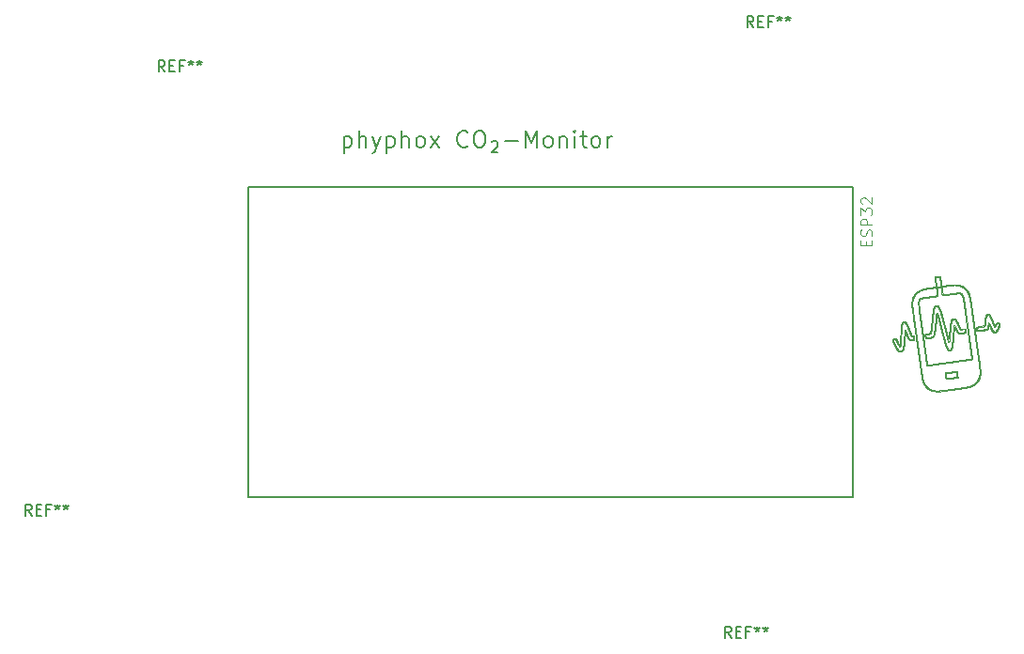
<source format=gbr>
G04 #@! TF.GenerationSoftware,KiCad,Pcbnew,(5.1.0)-1*
G04 #@! TF.CreationDate,2020-10-21T08:33:28+02:00*
G04 #@! TF.ProjectId,phyphox_CO2_Monitor,70687970-686f-4785-9f43-4f325f4d6f6e,rev?*
G04 #@! TF.SameCoordinates,Original*
G04 #@! TF.FileFunction,Legend,Top*
G04 #@! TF.FilePolarity,Positive*
%FSLAX46Y46*%
G04 Gerber Fmt 4.6, Leading zero omitted, Abs format (unit mm)*
G04 Created by KiCad (PCBNEW (5.1.0)-1) date 2020-10-21 08:33:28*
%MOMM*%
%LPD*%
G04 APERTURE LIST*
%ADD10C,0.010000*%
%ADD11C,0.150000*%
%ADD12C,0.127000*%
%ADD13C,0.015000*%
G04 APERTURE END LIST*
D10*
X40302036Y1262189D02*
X40298523Y1254174D01*
X40298523Y1254174D02*
X40295420Y1247133D01*
X40295420Y1247133D02*
X40292332Y1240169D01*
X40292332Y1240169D02*
X40288497Y1231574D01*
X40288497Y1231574D02*
X40284687Y1223098D01*
X40284687Y1223098D02*
X40280900Y1214741D01*
X40280900Y1214741D02*
X40277139Y1206503D01*
X40277139Y1206503D02*
X40273397Y1198380D01*
X40273397Y1198380D02*
X40269679Y1190377D01*
X40269679Y1190377D02*
X40265983Y1182489D01*
X40265983Y1182489D02*
X40262307Y1174717D01*
X40262307Y1174717D02*
X40258652Y1167060D01*
X40258652Y1167060D02*
X40255017Y1159516D01*
X40255017Y1159516D02*
X40251400Y1152086D01*
X40251400Y1152086D02*
X40247802Y1144769D01*
X40247802Y1144769D02*
X40244222Y1137563D01*
X40244222Y1137563D02*
X40240657Y1130471D01*
X40240657Y1130471D02*
X40237111Y1123488D01*
X40237111Y1123488D02*
X40233580Y1116616D01*
X40233580Y1116616D02*
X40230065Y1109853D01*
X40230065Y1109853D02*
X40226563Y1103198D01*
X40226563Y1103198D02*
X40223077Y1096654D01*
X40223077Y1096654D02*
X40218910Y1088941D01*
X40218910Y1088941D02*
X40214762Y1081381D01*
X40214762Y1081381D02*
X40210630Y1073974D01*
X40210630Y1073974D02*
X40206515Y1066719D01*
X40206515Y1066719D02*
X40202412Y1059612D01*
X40202412Y1059612D02*
X40198326Y1052656D01*
X40198326Y1052656D02*
X40194421Y1046125D01*
X40194421Y1046125D02*
X40190188Y1039183D01*
X40190188Y1039183D02*
X40186306Y1032934D01*
X40186306Y1032934D02*
X40182095Y1026293D01*
X40182095Y1026293D02*
X40177893Y1019807D01*
X40177893Y1019807D02*
X40173865Y1013725D01*
X40173865Y1013725D02*
X40169344Y1007052D01*
X40169344Y1007052D02*
X40165163Y1001030D01*
X40165163Y1001030D02*
X40160650Y994696D01*
X40160650Y994696D02*
X40155975Y988308D01*
X40155975Y988308D02*
X40151302Y982104D01*
X40151302Y982104D02*
X40146628Y976084D01*
X40146628Y976084D02*
X40141953Y970245D01*
X40141953Y970245D02*
X40137274Y964586D01*
X40137274Y964586D02*
X40132590Y959103D01*
X40132590Y959103D02*
X40126559Y952311D01*
X40126559Y952311D02*
X40121690Y947048D01*
X40121690Y947048D02*
X40116471Y941624D01*
X40116471Y941624D02*
X40110982Y936159D01*
X40110982Y936159D02*
X40105644Y931079D01*
X40105644Y931079D02*
X40100200Y926131D01*
X40100200Y926131D02*
X40094731Y921394D01*
X40094731Y921394D02*
X40089063Y916731D01*
X40089063Y916731D02*
X40083018Y912024D01*
X40083018Y912024D02*
X40076759Y907437D01*
X40076759Y907437D02*
X40070454Y903105D01*
X40070454Y903105D02*
X40064102Y899022D01*
X40064102Y899022D02*
X40057520Y895083D01*
X40057520Y895083D02*
X40050517Y891207D01*
X40050517Y891207D02*
X40043446Y887610D01*
X40043446Y887610D02*
X40035930Y884125D01*
X40035930Y884125D02*
X40028512Y881010D01*
X40028512Y881010D02*
X40021100Y878208D01*
X40021100Y878208D02*
X40013404Y875608D01*
X40013404Y875608D02*
X40005123Y873150D01*
X40005123Y873150D02*
X39996920Y871040D01*
X39996920Y871040D02*
X39988594Y869210D01*
X39988594Y869210D02*
X39980141Y867656D01*
X39980141Y867656D02*
X39971353Y866344D01*
X39971353Y866344D02*
X39962206Y865285D01*
X39962206Y865285D02*
X39952903Y864508D01*
X39952903Y864508D02*
X39942565Y863973D01*
X39942565Y863973D02*
X39932687Y863759D01*
X39932687Y863759D02*
X39929800Y863750D01*
X39947039Y946025D02*
X39956098Y947274D01*
X39956098Y947274D02*
X39964859Y948923D01*
X39964859Y948923D02*
X39973030Y950925D01*
X39973030Y950925D02*
X39980986Y953372D01*
X39980986Y953372D02*
X39988294Y956113D01*
X39988294Y956113D02*
X39995573Y959368D01*
X39995573Y959368D02*
X40002391Y962933D01*
X40002391Y962933D02*
X40008934Y966857D01*
X40008934Y966857D02*
X40015331Y971199D01*
X40015331Y971199D02*
X40021302Y975720D01*
X40021302Y975720D02*
X40026874Y980355D01*
X40026874Y980355D02*
X40032455Y985406D01*
X40032455Y985406D02*
X40037660Y990485D01*
X40037660Y990485D02*
X40042895Y995953D01*
X40042895Y995953D02*
X40047769Y1001356D01*
X40047769Y1001356D02*
X40052686Y1007113D01*
X40052686Y1007113D02*
X40057242Y1012708D01*
X40057242Y1012708D02*
X40061850Y1018618D01*
X40061850Y1018618D02*
X40066304Y1024560D01*
X40066304Y1024560D02*
X40070602Y1030499D01*
X40070602Y1030499D02*
X40074961Y1036716D01*
X40074961Y1036716D02*
X40079383Y1043220D01*
X40079383Y1043220D02*
X40083651Y1049668D01*
X40083651Y1049668D02*
X40087755Y1056026D01*
X40087755Y1056026D02*
X40091924Y1062627D01*
X40091924Y1062627D02*
X40096161Y1069481D01*
X40096161Y1069481D02*
X40099987Y1075784D01*
X40099987Y1075784D02*
X40103874Y1082294D01*
X40103874Y1082294D02*
X40107823Y1089010D01*
X40107823Y1089010D02*
X40111835Y1095940D01*
X40111835Y1095940D02*
X40115914Y1103080D01*
X40115914Y1103080D02*
X40119801Y1109973D01*
X40119801Y1109973D02*
X40124018Y1117539D01*
X40124018Y1117539D02*
X40128041Y1124834D01*
X40128041Y1124834D02*
X40131856Y1131822D01*
X40131856Y1131822D02*
X40135733Y1138986D01*
X40135733Y1138986D02*
X40139388Y1145798D01*
X40139388Y1145798D02*
X40143964Y1154395D01*
X40143964Y1154395D02*
X40147454Y1160999D01*
X40147454Y1160999D02*
X40150991Y1167736D01*
X40150991Y1167736D02*
X40154580Y1174611D01*
X40154580Y1174611D02*
X40158222Y1181623D01*
X40158222Y1181623D02*
X40161916Y1188776D01*
X40161916Y1188776D02*
X40165666Y1196068D01*
X40165666Y1196068D02*
X40169470Y1203502D01*
X40169470Y1203502D02*
X40173331Y1211079D01*
X40173331Y1211079D02*
X40177250Y1218801D01*
X40177250Y1218801D02*
X40181227Y1226669D01*
X40181227Y1226669D02*
X40185266Y1234684D01*
X40185266Y1234684D02*
X40187309Y1238750D01*
X40187309Y1238750D02*
X40191981Y1248087D01*
X40191981Y1248087D02*
X40195428Y1255011D01*
X40195428Y1255011D02*
X40198827Y1261869D01*
X40198827Y1261869D02*
X40202397Y1269112D01*
X40202397Y1269112D02*
X40205911Y1276277D01*
X40205911Y1276277D02*
X40209798Y1284249D01*
X40209798Y1284249D02*
X40213192Y1291254D01*
X40213192Y1291254D02*
X40216944Y1299045D01*
X40216944Y1299045D02*
X40220219Y1305891D01*
X40220219Y1305891D02*
X40224234Y1314345D01*
X40224234Y1314345D02*
X40228163Y1322684D01*
X40228163Y1322684D02*
X40232001Y1330906D01*
X40232001Y1330906D02*
X40235754Y1339015D01*
X40235754Y1339015D02*
X40239419Y1347010D01*
X40239419Y1347010D02*
X40242996Y1354890D01*
X40242996Y1354890D02*
X40246485Y1362658D01*
X40246485Y1362658D02*
X40249886Y1370314D01*
X40249886Y1370314D02*
X40253201Y1377858D01*
X40253201Y1377858D02*
X40256428Y1385291D01*
X40256428Y1385291D02*
X40260184Y1394064D01*
X40260184Y1394064D02*
X40263219Y1401256D01*
X40263219Y1401256D02*
X40266312Y1408687D01*
X40266312Y1408687D02*
X40269588Y1416690D01*
X40269588Y1416690D02*
X40272749Y1424547D01*
X40272749Y1424547D02*
X40276055Y1432930D01*
X40276055Y1432930D02*
X40279101Y1440822D01*
X40279101Y1440822D02*
X40282018Y1448557D01*
X40282018Y1448557D02*
X40284813Y1456141D01*
X40284813Y1456141D02*
X40287482Y1463575D01*
X40287482Y1463575D02*
X40290438Y1472058D01*
X40290438Y1472058D02*
X40293126Y1480047D01*
X40293126Y1480047D02*
X40295835Y1488419D01*
X40295835Y1488419D02*
X40298279Y1496299D01*
X40298279Y1496299D02*
X40300864Y1505063D01*
X40300864Y1505063D02*
X40303228Y1513571D01*
X40303228Y1513571D02*
X40305368Y1521824D01*
X40305368Y1521824D02*
X40307513Y1530809D01*
X40307513Y1530809D02*
X40309377Y1539478D01*
X40309377Y1539478D02*
X40311000Y1548063D01*
X40311000Y1548063D02*
X40312390Y1556759D01*
X40312390Y1556759D02*
X40313565Y1566140D01*
X40313565Y1566140D02*
X40314372Y1575863D01*
X40314372Y1575863D02*
X40314684Y1585797D01*
X40314684Y1585797D02*
X40314358Y1595988D01*
X40314358Y1595988D02*
X40313358Y1605298D01*
X40313358Y1605298D02*
X40311612Y1614225D01*
X40311612Y1614225D02*
X40309267Y1622092D01*
X40309267Y1622092D02*
X40306230Y1629376D01*
X40306230Y1629376D02*
X40302634Y1635848D01*
X40302634Y1635848D02*
X40298444Y1641668D01*
X40298444Y1641668D02*
X40293630Y1646909D01*
X40293630Y1646909D02*
X40288034Y1651704D01*
X40288034Y1651704D02*
X40281664Y1655985D01*
X40281664Y1655985D02*
X40274747Y1659610D01*
X40274747Y1659610D02*
X40267601Y1662522D01*
X40267601Y1662522D02*
X40259948Y1664920D01*
X40259948Y1664920D02*
X40251229Y1666938D01*
X40251229Y1666938D02*
X40242220Y1668393D01*
X40242220Y1668393D02*
X40232196Y1669408D01*
X40232196Y1669408D02*
X40222423Y1669901D01*
X40222423Y1669901D02*
X40215368Y1670000D01*
X40187309Y1238750D02*
X40187309Y1238750D01*
X40211956Y1763750D02*
X40222217Y1763629D01*
X40222217Y1763629D02*
X40234263Y1763164D01*
X40234263Y1763164D02*
X40244023Y1762504D01*
X40244023Y1762504D02*
X40253204Y1761629D01*
X40253204Y1761629D02*
X40262504Y1760461D01*
X40262504Y1760461D02*
X40271496Y1759035D01*
X40271496Y1759035D02*
X40280177Y1757350D01*
X40280177Y1757350D02*
X40288367Y1755450D01*
X40288367Y1755450D02*
X40296262Y1753299D01*
X40296262Y1753299D02*
X40304812Y1750573D01*
X40304812Y1750573D02*
X40312987Y1747526D01*
X40312987Y1747526D02*
X40320176Y1744436D01*
X40320176Y1744436D02*
X40326951Y1741123D01*
X40326951Y1741123D02*
X40333416Y1737541D01*
X40333416Y1737541D02*
X40340279Y1733220D01*
X40340279Y1733220D02*
X40347336Y1728112D01*
X40347336Y1728112D02*
X40352853Y1723560D01*
X40352853Y1723560D02*
X40358275Y1718509D01*
X40358275Y1718509D02*
X40363282Y1713225D01*
X40363282Y1713225D02*
X40368338Y1707156D01*
X40368338Y1707156D02*
X40372940Y1700816D01*
X40372940Y1700816D02*
X40376896Y1694579D01*
X40376896Y1694579D02*
X40380614Y1687848D01*
X40380614Y1687848D02*
X40383938Y1680891D01*
X40383938Y1680891D02*
X40386938Y1673565D01*
X40386938Y1673565D02*
X40389695Y1665595D01*
X40389695Y1665595D02*
X40391974Y1657665D01*
X40391974Y1657665D02*
X40393911Y1649414D01*
X40393911Y1649414D02*
X40395813Y1638891D01*
X40395813Y1638891D02*
X40397048Y1629410D01*
X40397048Y1629410D02*
X40397867Y1620095D01*
X40397867Y1620095D02*
X40398347Y1610453D01*
X40398347Y1610453D02*
X40398482Y1599635D01*
X40398482Y1599635D02*
X40398252Y1589305D01*
X40398252Y1589305D02*
X40397683Y1578642D01*
X40397683Y1578642D02*
X40396892Y1568885D01*
X40396892Y1568885D02*
X40395944Y1559812D01*
X40395944Y1559812D02*
X40394686Y1549874D01*
X40394686Y1549874D02*
X40393336Y1540683D01*
X40393336Y1540683D02*
X40391840Y1531626D01*
X40391840Y1531626D02*
X40390219Y1522723D01*
X40390219Y1522723D02*
X40388421Y1513642D01*
X40388421Y1513642D02*
X40386527Y1504743D01*
X40386527Y1504743D02*
X40384470Y1495679D01*
X40384470Y1495679D02*
X40382436Y1487196D01*
X40382436Y1487196D02*
X40380163Y1478189D01*
X40380163Y1478189D02*
X40378052Y1470184D01*
X40378052Y1470184D02*
X40375609Y1461281D01*
X40375609Y1461281D02*
X40373372Y1453424D01*
X40373372Y1453424D02*
X40371031Y1445460D01*
X40371031Y1445460D02*
X40368589Y1437389D01*
X40368589Y1437389D02*
X40366169Y1429617D01*
X40366169Y1429617D02*
X40363389Y1420919D01*
X40363389Y1420919D02*
X40360634Y1412523D01*
X40360634Y1412523D02*
X40357774Y1404017D01*
X40357774Y1404017D02*
X40354962Y1395834D01*
X40354962Y1395834D02*
X40352212Y1387995D01*
X40352212Y1387995D02*
X40349219Y1379621D01*
X40349219Y1379621D02*
X40346460Y1372044D01*
X40346460Y1372044D02*
X40343290Y1363484D01*
X40343290Y1363484D02*
X40340373Y1355739D01*
X40340373Y1355739D02*
X40337026Y1346989D01*
X40337026Y1346989D02*
X40333584Y1338137D01*
X40333584Y1338137D02*
X40330427Y1330136D01*
X40330427Y1330136D02*
X40326808Y1321096D01*
X40326808Y1321096D02*
X40323689Y1313406D01*
X40323689Y1313406D02*
X40320304Y1305157D01*
X40320304Y1305157D02*
X40316432Y1295841D01*
X40316432Y1295841D02*
X40312888Y1287421D01*
X40312888Y1287421D02*
X40309699Y1279924D01*
X40309699Y1279924D02*
X40306017Y1271353D01*
X40306017Y1271353D02*
X40302704Y1263721D01*
X40302704Y1263721D02*
X40302036Y1262189D01*
X40215368Y1670000D02*
X40205153Y1669739D01*
X40205153Y1669739D02*
X40195740Y1668985D01*
X40195740Y1668985D02*
X40186443Y1667665D01*
X40186443Y1667665D02*
X40178114Y1665927D01*
X40178114Y1665927D02*
X40170089Y1663675D01*
X40170089Y1663675D02*
X40162616Y1661008D01*
X40162616Y1661008D02*
X40155298Y1657807D01*
X40155298Y1657807D02*
X40148130Y1654051D01*
X40148130Y1654051D02*
X40141745Y1650143D01*
X40141745Y1650143D02*
X40135626Y1645868D01*
X40135626Y1645868D02*
X40129281Y1640859D01*
X40129281Y1640859D02*
X40123926Y1636156D01*
X40123926Y1636156D02*
X40118311Y1630743D01*
X40118311Y1630743D02*
X40113030Y1625193D01*
X40113030Y1625193D02*
X40108222Y1619748D01*
X40108222Y1619748D02*
X40101466Y1611472D01*
X40101466Y1611472D02*
X40096508Y1604931D01*
X40096508Y1604931D02*
X40091986Y1598629D01*
X40091986Y1598629D02*
X40087141Y1591529D01*
X40087141Y1591529D02*
X40083178Y1585464D01*
X40083178Y1585464D02*
X40078421Y1577885D01*
X40078421Y1577885D02*
X40074239Y1570964D01*
X40074239Y1570964D02*
X40070177Y1564021D01*
X40070177Y1564021D02*
X40066548Y1557643D01*
X40066548Y1557643D02*
X40062881Y1551040D01*
X40062881Y1551040D02*
X40059016Y1543909D01*
X40059016Y1543909D02*
X40054939Y1536215D01*
X40054939Y1536215D02*
X40050974Y1528571D01*
X40050974Y1528571D02*
X40046955Y1520670D01*
X40046955Y1520670D02*
X40046618Y1520000D01*
X40046618Y1520000D02*
X40042381Y1511699D01*
X40042381Y1511699D02*
X40038831Y1504914D01*
X40038831Y1504914D02*
X40035050Y1497845D01*
X40035050Y1497845D02*
X40031421Y1491209D01*
X40031421Y1491209D02*
X40027634Y1484428D01*
X40027634Y1484428D02*
X40023626Y1477408D01*
X40023626Y1477408D02*
X40019465Y1470285D01*
X40019465Y1470285D02*
X40015679Y1463945D01*
X40015679Y1463945D02*
X40011626Y1457300D01*
X40011626Y1457300D02*
X40007438Y1450592D01*
X40007438Y1450592D02*
X40003257Y1444048D01*
X40003257Y1444048D02*
X39999087Y1437679D01*
X39999087Y1437679D02*
X39994939Y1431494D01*
X39994939Y1431494D02*
X39990819Y1425504D01*
X39990819Y1425504D02*
X39986227Y1419009D01*
X39986227Y1419009D02*
X39981691Y1412788D01*
X39981691Y1412788D02*
X39977344Y1407014D01*
X39977344Y1407014D02*
X39972827Y1401222D01*
X39972827Y1401222D02*
X39968048Y1395335D01*
X39968048Y1395335D02*
X39963280Y1389729D01*
X39963280Y1389729D02*
X39957994Y1383862D01*
X39957994Y1383862D02*
X39952815Y1378515D01*
X39952815Y1378515D02*
X39947488Y1373500D01*
X39947488Y1373500D02*
X39941748Y1368772D01*
X39941748Y1368772D02*
X39935582Y1364731D01*
X39935582Y1364731D02*
X39929073Y1362236D01*
X39971110Y1549443D02*
X39974187Y1556810D01*
X39974187Y1556810D02*
X39977193Y1563829D01*
X39977193Y1563829D02*
X39981139Y1572779D01*
X39981139Y1572779D02*
X39984468Y1580103D01*
X39984468Y1580103D02*
X39988384Y1588455D01*
X39988384Y1588455D02*
X39991813Y1595542D01*
X39991813Y1595542D02*
X39995649Y1603222D01*
X39995649Y1603222D02*
X39999182Y1610070D01*
X39999182Y1610070D02*
X40002842Y1616938D01*
X40002842Y1616938D02*
X40006922Y1624334D01*
X40006922Y1624334D02*
X40010694Y1630932D01*
X40010694Y1630932D02*
X40014800Y1637858D01*
X40014800Y1637858D02*
X40018798Y1644344D01*
X40018798Y1644344D02*
X40023894Y1652271D01*
X40023894Y1652271D02*
X40028184Y1658646D01*
X40028184Y1658646D02*
X40032674Y1665040D01*
X40032674Y1665040D02*
X40038104Y1672403D01*
X40038104Y1672403D02*
X40043100Y1678832D01*
X40043100Y1678832D02*
X40047892Y1684695D01*
X40047892Y1684695D02*
X40053528Y1691229D01*
X40053528Y1691229D02*
X40058303Y1696467D01*
X40058303Y1696467D02*
X40063583Y1701952D01*
X40063583Y1701952D02*
X40069100Y1707356D01*
X40069100Y1707356D02*
X40074579Y1712400D01*
X40074579Y1712400D02*
X40080010Y1717096D01*
X40080010Y1717096D02*
X40085575Y1721606D01*
X40085575Y1721606D02*
X40091336Y1725966D01*
X40091336Y1725966D02*
X40097601Y1730367D01*
X40097601Y1730367D02*
X40104083Y1734562D01*
X40104083Y1734562D02*
X40110540Y1738394D01*
X40110540Y1738394D02*
X40117604Y1742212D01*
X40117604Y1742212D02*
X40124655Y1745648D01*
X40124655Y1745648D02*
X40132086Y1748888D01*
X40132086Y1748888D02*
X40139510Y1751754D01*
X40139510Y1751754D02*
X40147058Y1754305D01*
X40147058Y1754305D02*
X40154871Y1756583D01*
X40154871Y1756583D02*
X40163665Y1758730D01*
X40163665Y1758730D02*
X40172197Y1760418D01*
X40172197Y1760418D02*
X40181031Y1761773D01*
X40181031Y1761773D02*
X40190179Y1762790D01*
X40190179Y1762790D02*
X40199808Y1763457D01*
X40199808Y1763457D02*
X40209626Y1763739D01*
X40209626Y1763739D02*
X40211956Y1763750D01*
X33500789Y-3656138D02*
X33497620Y-3649053D01*
X33497620Y-3649053D02*
X33494552Y-3642079D01*
X33494552Y-3642079D02*
X33490710Y-3633179D01*
X33490710Y-3633179D02*
X33487641Y-3625936D01*
X33487641Y-3625936D02*
X33484271Y-3617833D01*
X33484271Y-3617833D02*
X33480804Y-3609328D01*
X33480804Y-3609328D02*
X33477697Y-3601544D01*
X33477697Y-3601544D02*
X33474614Y-3593680D01*
X33474614Y-3593680D02*
X33471655Y-3585978D01*
X33471655Y-3585978D02*
X33468909Y-3578694D01*
X33468909Y-3578694D02*
X33465403Y-3569200D01*
X33465403Y-3569200D02*
X33462423Y-3560949D01*
X33462423Y-3560949D02*
X33459588Y-3552942D01*
X33459588Y-3552942D02*
X33456649Y-3544473D01*
X33456649Y-3544473D02*
X33454096Y-3536969D01*
X33454096Y-3536969D02*
X33451197Y-3528277D01*
X33451197Y-3528277D02*
X33448194Y-3519082D01*
X33448194Y-3519082D02*
X33445450Y-3510497D01*
X33445450Y-3510497D02*
X33442603Y-3501403D01*
X33442603Y-3501403D02*
X33440242Y-3493714D01*
X33440242Y-3493714D02*
X33437890Y-3485922D01*
X33437890Y-3485922D02*
X33435548Y-3478025D01*
X33435548Y-3478025D02*
X33433213Y-3470015D01*
X33433213Y-3470015D02*
X33430944Y-3462098D01*
X33430944Y-3462098D02*
X33428571Y-3453660D01*
X33428571Y-3453660D02*
X33426260Y-3445306D01*
X33426260Y-3445306D02*
X33424071Y-3437257D01*
X33424071Y-3437257D02*
X33421659Y-3428232D01*
X33421659Y-3428232D02*
X33419365Y-3419505D01*
X33419365Y-3419505D02*
X33417076Y-3410647D01*
X33417076Y-3410647D02*
X33414792Y-3401657D01*
X33414792Y-3401657D02*
X33412511Y-3392530D01*
X33412511Y-3392530D02*
X33410233Y-3383263D01*
X33410233Y-3383263D02*
X33407957Y-3373855D01*
X33407957Y-3373855D02*
X33405682Y-3364300D01*
X33405682Y-3364300D02*
X33403409Y-3354595D01*
X33403409Y-3354595D02*
X33401137Y-3344739D01*
X33401137Y-3344739D02*
X33398864Y-3334729D01*
X33398864Y-3334729D02*
X33396590Y-3324561D01*
X33396590Y-3324561D02*
X33394769Y-3316310D01*
X33394769Y-3316310D02*
X33392949Y-3307956D01*
X33392949Y-3307956D02*
X33391128Y-3299496D01*
X33391128Y-3299496D02*
X33389303Y-3290927D01*
X33389303Y-3290927D02*
X33387248Y-3281159D01*
X33387248Y-3281159D02*
X33385191Y-3271249D01*
X33385191Y-3271249D02*
X33383358Y-3262321D01*
X33383358Y-3262321D02*
X33380834Y-3249860D01*
X33380834Y-3249860D02*
X33378763Y-3239498D01*
X33378763Y-3239498D02*
X33376921Y-3230162D01*
X33376921Y-3230162D02*
X33375071Y-3220708D01*
X33375071Y-3220708D02*
X33372753Y-3208720D01*
X33372753Y-3208720D02*
X33370895Y-3198990D01*
X33370895Y-3198990D02*
X33369030Y-3189136D01*
X33369030Y-3189136D02*
X33367161Y-3179156D01*
X33367161Y-3179156D02*
X33365284Y-3169049D01*
X33365284Y-3169049D02*
X33363170Y-3157525D01*
X33363170Y-3157525D02*
X33361280Y-3147140D01*
X33361280Y-3147140D02*
X33359622Y-3137944D01*
X33359622Y-3137944D02*
X33357482Y-3125973D01*
X33357482Y-3125973D02*
X33355573Y-3115186D01*
X33355573Y-3115186D02*
X33353895Y-3105634D01*
X33353895Y-3105634D02*
X33351970Y-3094589D01*
X33351970Y-3094589D02*
X33350038Y-3083404D01*
X33350038Y-3083404D02*
X33348098Y-3072076D01*
X33348098Y-3072076D02*
X33346636Y-3063487D01*
X33346636Y-3063487D02*
X33345169Y-3054816D01*
X33345169Y-3054816D02*
X33343697Y-3046064D01*
X33343697Y-3046064D02*
X33342219Y-3037228D01*
X33342219Y-3037228D02*
X33340736Y-3028310D01*
X33340736Y-3028310D02*
X33339249Y-3019308D01*
X33339249Y-3019308D02*
X33337754Y-3010221D01*
X33337754Y-3010221D02*
X33336253Y-3001049D01*
X33336253Y-3001049D02*
X33334748Y-2991792D01*
X33334748Y-2991792D02*
X33333236Y-2982448D01*
X33333236Y-2982448D02*
X33331719Y-2973018D01*
X33331719Y-2973018D02*
X33330193Y-2963498D01*
X33330193Y-2963498D02*
X33328661Y-2953890D01*
X33328661Y-2953890D02*
X33327124Y-2944193D01*
X33327124Y-2944193D02*
X33325579Y-2934408D01*
X33325579Y-2934408D02*
X33324027Y-2924531D01*
X33324027Y-2924531D02*
X33322469Y-2914563D01*
X33322469Y-2914563D02*
X33320903Y-2904503D01*
X33320903Y-2904503D02*
X33318805Y-2890947D01*
X33318805Y-2890947D02*
X33317222Y-2880671D01*
X33317222Y-2880671D02*
X33315368Y-2868567D01*
X33315368Y-2868567D02*
X33314034Y-2859838D01*
X33314034Y-2859838D02*
X33312427Y-2849277D01*
X33312427Y-2849277D02*
X33311083Y-2840406D01*
X33311083Y-2840406D02*
X33309189Y-2827869D01*
X33309189Y-2827869D02*
X33307832Y-2818837D01*
X33307832Y-2818837D02*
X33306469Y-2809734D01*
X33306469Y-2809734D02*
X33304824Y-2798719D01*
X33304824Y-2798719D02*
X33303448Y-2789468D01*
X33303448Y-2789468D02*
X33301510Y-2776397D01*
X33301510Y-2776397D02*
X33299840Y-2765086D01*
X33299840Y-2765086D02*
X33298160Y-2753673D01*
X33298160Y-2753673D02*
X33296471Y-2742159D01*
X33296471Y-2742159D02*
X33294490Y-2728599D01*
X33294490Y-2728599D02*
X33292494Y-2714896D01*
X33292494Y-2714896D02*
X33290774Y-2703038D01*
X33290774Y-2703038D02*
X33289045Y-2691076D01*
X33289045Y-2691076D02*
X33287306Y-2679009D01*
X33287306Y-2679009D02*
X33285557Y-2666836D01*
X33285557Y-2666836D02*
X33283798Y-2654559D01*
X33283798Y-2654559D02*
X33282028Y-2642173D01*
X33282028Y-2642173D02*
X33280248Y-2629681D01*
X33280248Y-2629681D02*
X33278159Y-2614970D01*
X33278159Y-2614970D02*
X33276053Y-2600106D01*
X33276053Y-2600106D02*
X33274543Y-2589402D01*
X33274543Y-2589402D02*
X33272412Y-2574282D01*
X33272412Y-2574282D02*
X33270882Y-2563392D01*
X33270882Y-2563392D02*
X33269344Y-2552422D01*
X33269344Y-2552422D02*
X33268108Y-2543591D01*
X33268108Y-2543591D02*
X33265934Y-2528018D01*
X33265934Y-2528018D02*
X33264684Y-2519049D01*
X33264684Y-2519049D02*
X33263114Y-2507764D01*
X33263114Y-2507764D02*
X33261220Y-2494120D01*
X33261220Y-2494120D02*
X33259634Y-2482665D01*
X33259634Y-2482665D02*
X33258037Y-2471125D01*
X33258037Y-2471125D02*
X33255790Y-2454837D01*
X33255790Y-2454837D02*
X33254173Y-2443102D01*
X33254173Y-2443102D02*
X33252875Y-2433657D01*
X33252875Y-2433657D02*
X33250590Y-2417004D01*
X33250590Y-2417004D02*
X33248946Y-2405009D01*
X33248946Y-2405009D02*
X33246963Y-2390505D01*
X33246963Y-2390505D02*
X33245301Y-2378329D01*
X33245301Y-2378329D02*
X33243965Y-2368528D01*
X33243965Y-2368528D02*
X33242285Y-2356197D01*
X33242285Y-2356197D02*
X33239922Y-2338799D01*
X33239922Y-2338799D02*
X33238563Y-2328781D01*
X33238563Y-2328781D02*
X33237881Y-2323750D01*
X32791397Y863750D02*
X32790142Y872903D01*
X32790142Y872903D02*
X32788599Y884124D01*
X32788599Y884124D02*
X32786750Y897520D01*
X32786750Y897520D02*
X32784849Y911227D01*
X32784849Y911227D02*
X32783464Y921191D01*
X32783464Y921191D02*
X32781198Y937419D01*
X32781198Y937419D02*
X32778878Y953966D01*
X32778878Y953966D02*
X32776509Y970797D01*
X32776509Y970797D02*
X32775006Y981447D01*
X32775006Y981447D02*
X32772876Y996502D01*
X32772876Y996502D02*
X32770716Y1011713D01*
X32770716Y1011713D02*
X32768846Y1024856D01*
X32768846Y1024856D02*
X32766642Y1040290D01*
X32766642Y1040290D02*
X32765375Y1049152D01*
X32765375Y1049152D02*
X32763784Y1060264D01*
X32763784Y1060264D02*
X32762504Y1069175D01*
X32762504Y1069175D02*
X32761221Y1078101D01*
X32761221Y1078101D02*
X32758968Y1093749D01*
X32758968Y1093749D02*
X32757676Y1102696D01*
X32757676Y1102696D02*
X32756382Y1111644D01*
X32756382Y1111644D02*
X32755088Y1120587D01*
X32755088Y1120587D02*
X32753793Y1129521D01*
X32753793Y1129521D02*
X32752499Y1138442D01*
X32752499Y1138442D02*
X32751203Y1147345D01*
X32751203Y1147345D02*
X32749908Y1156227D01*
X32749908Y1156227D02*
X32748294Y1167292D01*
X32748294Y1167292D02*
X32746040Y1182704D01*
X32746040Y1182704D02*
X32744757Y1191459D01*
X32744757Y1191459D02*
X32742206Y1208837D01*
X32742206Y1208837D02*
X32740621Y1219594D01*
X32740621Y1219594D02*
X32738733Y1232390D01*
X32738733Y1232390D02*
X32736861Y1245044D01*
X32736861Y1245044D02*
X32734699Y1259614D01*
X32734699Y1259614D02*
X32733325Y1268854D01*
X32733325Y1268854D02*
X32731811Y1279004D01*
X32731811Y1279004D02*
X32729869Y1292000D01*
X32729869Y1292000D02*
X32727521Y1307653D01*
X32727521Y1307653D02*
X32725225Y1322900D01*
X32725225Y1322900D02*
X32723261Y1335878D01*
X32723261Y1335878D02*
X32721613Y1346720D01*
X32721613Y1346720D02*
X32719738Y1359023D01*
X32719738Y1359023D02*
X32717914Y1370916D01*
X32717914Y1370916D02*
X32715653Y1385595D01*
X32715653Y1385595D02*
X32715165Y1388750D01*
X32549132Y3997199D02*
X32552769Y4005876D01*
X32552769Y4005876D02*
X32557460Y4016855D01*
X32557460Y4016855D02*
X32560682Y4024261D01*
X32560682Y4024261D02*
X32563764Y4031246D01*
X32563764Y4031246D02*
X32566962Y4038394D01*
X32566962Y4038394D02*
X32570543Y4046277D01*
X32570543Y4046277D02*
X32574069Y4053928D01*
X32574069Y4053928D02*
X32578348Y4063058D01*
X32578348Y4063058D02*
X32581956Y4070626D01*
X32581956Y4070626D02*
X32585414Y4077777D01*
X32585414Y4077777D02*
X32588721Y4084523D01*
X32588721Y4084523D02*
X32592989Y4093099D01*
X32592989Y4093099D02*
X32596456Y4099957D01*
X32596456Y4099957D02*
X32601858Y4110463D01*
X32601858Y4110463D02*
X32605310Y4117060D01*
X32605310Y4117060D02*
X32608887Y4123807D01*
X32608887Y4123807D02*
X32614264Y4133779D01*
X32614264Y4133779D02*
X32617822Y4140268D01*
X32617822Y4140268D02*
X32621610Y4147084D01*
X32621610Y4147084D02*
X32626442Y4155646D01*
X32626442Y4155646D02*
X32630306Y4162387D01*
X32630306Y4162387D02*
X32633997Y4168741D01*
X32633997Y4168741D02*
X32637823Y4175241D01*
X32637823Y4175241D02*
X32642102Y4182408D01*
X32642102Y4182408D02*
X32646313Y4189362D01*
X32646313Y4189362D02*
X32650348Y4195933D01*
X32650348Y4195933D02*
X32654848Y4203159D01*
X32654848Y4203159D02*
X32658957Y4209661D01*
X32658957Y4209661D02*
X32662882Y4215790D01*
X32662882Y4215790D02*
X32667058Y4222229D01*
X32667058Y4222229D02*
X32671490Y4228972D01*
X32671490Y4228972D02*
X32675963Y4235677D01*
X32675963Y4235677D02*
X32680474Y4242345D01*
X32680474Y4242345D02*
X32685940Y4250300D01*
X32685940Y4250300D02*
X32690538Y4256889D01*
X32690538Y4256889D02*
X32695174Y4263444D01*
X32695174Y4263444D02*
X32700791Y4271261D01*
X32700791Y4271261D02*
X32705514Y4277736D01*
X32705514Y4277736D02*
X32710038Y4283855D01*
X32710038Y4283855D02*
X32715080Y4290580D01*
X32715080Y4290580D02*
X32723582Y4301699D01*
X32723582Y4301699D02*
X32728002Y4307375D01*
X32728002Y4307375D02*
X32732581Y4313181D01*
X32732581Y4313181D02*
X32737443Y4319267D01*
X32737443Y4319267D02*
X32741966Y4324854D01*
X32741966Y4324854D02*
X32748812Y4333184D01*
X32748812Y4333184D02*
X32753930Y4339311D01*
X32753930Y4339311D02*
X32759090Y4345404D01*
X32759090Y4345404D02*
X32764293Y4351464D01*
X32764293Y4351464D02*
X32769534Y4357487D01*
X32769534Y4357487D02*
X32775612Y4364369D01*
X32775612Y4364369D02*
X32782284Y4371800D01*
X32782284Y4371800D02*
X32788748Y4378882D01*
X32788748Y4378882D02*
X32793773Y4384306D01*
X32793773Y4384306D02*
X32801585Y4392605D01*
X32801585Y4392605D02*
X32807396Y4398678D01*
X32807396Y4398678D02*
X32812693Y4404136D01*
X32812693Y4404136D02*
X32819439Y4410992D01*
X32819439Y4410992D02*
X32825392Y4416947D01*
X32825392Y4416947D02*
X32831106Y4422586D01*
X32831106Y4422586D02*
X32836863Y4428191D01*
X32836863Y4428191D02*
X32842807Y4433898D01*
X32842807Y4433898D02*
X32848211Y4439020D01*
X32848211Y4439020D02*
X32854390Y4444799D01*
X32854390Y4444799D02*
X32860318Y4450266D01*
X32860318Y4450266D02*
X32865841Y4455295D01*
X32865841Y4455295D02*
X32872308Y4461105D01*
X32872308Y4461105D02*
X32878368Y4466474D01*
X32878368Y4466474D02*
X32885697Y4472872D01*
X32885697Y4472872D02*
X32891855Y4478168D01*
X32891855Y4478168D02*
X32899301Y4484478D01*
X32899301Y4484478D02*
X32905242Y4489440D01*
X32905242Y4489440D02*
X32911539Y4494632D01*
X32911539Y4494632D02*
X32917245Y4499275D01*
X32917245Y4499275D02*
X32923306Y4504148D01*
X32923306Y4504148D02*
X32929406Y4508991D01*
X32929406Y4508991D02*
X32935225Y4513553D01*
X32935225Y4513553D02*
X32941405Y4518338D01*
X32941405Y4518338D02*
X32947956Y4523345D01*
X32947956Y4523345D02*
X32953724Y4527697D01*
X32953724Y4527697D02*
X32959861Y4532273D01*
X32959861Y4532273D02*
X32966539Y4537188D01*
X32966539Y4537188D02*
X32974612Y4543044D01*
X32974612Y4543044D02*
X32981390Y4547888D01*
X32981390Y4547888D02*
X32987873Y4552461D01*
X32987873Y4552461D02*
X32994051Y4556765D01*
X32994051Y4556765D02*
X33002002Y4562229D01*
X33002002Y4562229D02*
X33010364Y4567885D01*
X33010364Y4567885D02*
X33020204Y4574425D01*
X33020204Y4574425D02*
X33026755Y4578712D01*
X33026755Y4578712D02*
X33032989Y4582743D01*
X33032989Y4582743D02*
X33039797Y4587090D01*
X33039797Y4587090D02*
X33047011Y4591638D01*
X33047011Y4591638D02*
X33054817Y4596489D01*
X33054817Y4596489D02*
X33061029Y4600301D01*
X33061029Y4600301D02*
X33067830Y4604425D01*
X33067830Y4604425D02*
X33075226Y4608850D01*
X33075226Y4608850D02*
X33081550Y4612588D01*
X33081550Y4612588D02*
X33088659Y4616740D01*
X33088659Y4616740D02*
X33095245Y4620538D01*
X33095245Y4620538D02*
X33102247Y4624528D01*
X33102247Y4624528D02*
X33111582Y4629769D01*
X33111582Y4629769D02*
X33118104Y4633381D01*
X33118104Y4633381D02*
X33125241Y4637285D01*
X33125241Y4637285D02*
X33133003Y4641476D01*
X33133003Y4641476D02*
X33143952Y4647293D01*
X33143952Y4647293D02*
X33151829Y4651411D01*
X33151829Y4651411D02*
X33158565Y4654888D01*
X33158565Y4654888D02*
X33165737Y4658546D01*
X33165737Y4658546D02*
X33172544Y4661977D01*
X33172544Y4661977D02*
X33180601Y4665986D01*
X33180601Y4665986D02*
X33190334Y4670759D01*
X33190334Y4670759D02*
X33197270Y4674111D01*
X33197270Y4674111D02*
X33205066Y4677833D01*
X33205066Y4677833D02*
X33213320Y4681721D01*
X33213320Y4681721D02*
X33223291Y4686349D01*
X33223291Y4686349D02*
X33231656Y4690173D01*
X33231656Y4690173D02*
X33240071Y4693967D01*
X33240071Y4693967D02*
X33247263Y4697168D01*
X33247263Y4697168D02*
X33255345Y4700720D01*
X33255345Y4700720D02*
X33262615Y4703876D01*
X33262615Y4703876D02*
X33270135Y4707104D01*
X33270135Y4707104D02*
X33277479Y4710216D01*
X33277479Y4710216D02*
X33284644Y4713220D01*
X33284644Y4713220D02*
X33292062Y4716291D01*
X33292062Y4716291D02*
X33300397Y4719702D01*
X33300397Y4719702D02*
X33309217Y4723259D01*
X33309217Y4723259D02*
X33321208Y4728018D01*
X33321208Y4728018D02*
X33328807Y4730989D01*
X33328807Y4730989D02*
X33337793Y4734454D01*
X33337793Y4734454D02*
X33348192Y4738406D01*
X33348192Y4738406D02*
X33355925Y4741303D01*
X33355925Y4741303D02*
X33363234Y4744009D01*
X33363234Y4744009D02*
X33370578Y4746699D01*
X33370578Y4746699D02*
X33377955Y4749369D01*
X33377955Y4749369D02*
X33385366Y4752022D01*
X33385366Y4752022D02*
X33394677Y4755312D01*
X33394677Y4755312D02*
X33402164Y4757925D01*
X33402164Y4757925D02*
X33411570Y4761164D01*
X33411570Y4761164D02*
X33422926Y4765014D01*
X33422926Y4765014D02*
X33431018Y4767716D01*
X33431018Y4767716D02*
X33440105Y4770711D01*
X33440105Y4770711D02*
X33449724Y4773840D01*
X33449724Y4773840D02*
X33457457Y4776321D01*
X33457457Y4776321D02*
X33467172Y4779399D01*
X33467172Y4779399D02*
X33475227Y4781917D01*
X33475227Y4781917D02*
X33484794Y4784869D01*
X33484794Y4784869D02*
X33492681Y4787271D01*
X33492681Y4787271D02*
X33500604Y4789656D01*
X33500604Y4789656D02*
X33510057Y4792465D01*
X33510057Y4792465D02*
X33520561Y4795538D01*
X33520561Y4795538D02*
X33532135Y4798873D01*
X33532135Y4798873D02*
X33540231Y4801172D01*
X33540231Y4801172D02*
X33548103Y4803381D01*
X33548103Y4803381D02*
X33557035Y4805857D01*
X33557035Y4805857D02*
X33565235Y4808101D01*
X33565235Y4808101D02*
X33573989Y4810468D01*
X33573989Y4810468D02*
X33583297Y4812952D01*
X33583297Y4812952D02*
X33593433Y4815617D01*
X33593433Y4815617D02*
X33602577Y4817991D01*
X33602577Y4817991D02*
X33610973Y4820142D01*
X33610973Y4820142D02*
X33619403Y4822274D01*
X33619403Y4822274D02*
X33629992Y4824917D01*
X33629992Y4824917D02*
X33638503Y4827013D01*
X33638503Y4827013D02*
X33647050Y4829091D01*
X33647050Y4829091D02*
X33655633Y4831152D01*
X33655633Y4831152D02*
X33663982Y4833133D01*
X33663982Y4833133D02*
X33672907Y4835226D01*
X33672907Y4835226D02*
X33681053Y4837112D01*
X33681053Y4837112D02*
X33690323Y4839230D01*
X33690323Y4839230D02*
X33699086Y4841208D01*
X33699086Y4841208D02*
X33711471Y4843962D01*
X33711471Y4843962D02*
X33725037Y4846922D01*
X33725037Y4846922D02*
X33733943Y4848833D01*
X33733943Y4848833D02*
X33743445Y4850848D01*
X33743445Y4850848D02*
X33752145Y4852666D01*
X33752145Y4852666D02*
X33761444Y4854589D01*
X33761444Y4854589D02*
X33772768Y4856893D01*
X33772768Y4856893D02*
X33781870Y4858719D01*
X33781870Y4858719D02*
X33790433Y4860414D01*
X33790433Y4860414D02*
X33800181Y4862320D01*
X33800181Y4862320D02*
X33809392Y4864097D01*
X33809392Y4864097D02*
X33818930Y4865912D01*
X33818930Y4865912D02*
X33827925Y4867601D01*
X33827925Y4867601D02*
X33837247Y4869329D01*
X33837247Y4869329D02*
X33846607Y4871041D01*
X33846607Y4871041D02*
X33860716Y4873579D01*
X33860716Y4873579D02*
X33870168Y4875250D01*
X33870168Y4875250D02*
X33879065Y4876803D01*
X33879065Y4876803D02*
X33888591Y4878445D01*
X33888591Y4878445D02*
X33898754Y4880171D01*
X33898754Y4880171D02*
X33908357Y4881780D01*
X33908357Y4881780D02*
X33917393Y4883273D01*
X33917393Y4883273D02*
X33927677Y4884949D01*
X33927677Y4884949D02*
X33936480Y4886364D01*
X33936480Y4886364D02*
X33947452Y4888103D01*
X33947452Y4888103D02*
X33956941Y4889586D01*
X33956941Y4889586D02*
X33969235Y4891478D01*
X33969235Y4891478D02*
X33978495Y4892880D01*
X33978495Y4892880D02*
X33988409Y4894359D01*
X33988409Y4894359D02*
X34000855Y4896189D01*
X34000855Y4896189D02*
X34010856Y4897635D01*
X34010856Y4897635D02*
X34019637Y4898887D01*
X34019637Y4898887D02*
X34028449Y4900128D01*
X34028449Y4900128D02*
X34039188Y4901619D01*
X34039188Y4901619D02*
X34049336Y4903007D01*
X34049336Y4903007D02*
X34058884Y4904294D01*
X34058884Y4904294D02*
X34069746Y4905736D01*
X34069746Y4905736D02*
X34080010Y4907077D01*
X34080010Y4907077D02*
X34090313Y4908405D01*
X34090313Y4908405D02*
X34100006Y4909635D01*
X34100006Y4909635D02*
X34110384Y4910933D01*
X34110384Y4910933D02*
X34119497Y4912057D01*
X34119497Y4912057D02*
X34128640Y4913168D01*
X34128640Y4913168D02*
X34135847Y4914036D01*
X32484136Y3038750D02*
X32482917Y3047733D01*
X32482917Y3047733D02*
X32481348Y3059768D01*
X32481348Y3059768D02*
X32480227Y3068705D01*
X32480227Y3068705D02*
X32478455Y3083501D01*
X32478455Y3083501D02*
X32477410Y3092646D01*
X32477410Y3092646D02*
X32476095Y3104630D01*
X32476095Y3104630D02*
X32475050Y3114608D01*
X32475050Y3114608D02*
X32474068Y3124359D01*
X32474068Y3124359D02*
X32472644Y3139297D01*
X32472644Y3139297D02*
X32471510Y3151962D01*
X32471510Y3151962D02*
X32470653Y3162072D01*
X32470653Y3162072D02*
X32469845Y3172072D01*
X32469845Y3172072D02*
X32468863Y3184962D01*
X32468863Y3184962D02*
X32468151Y3194880D01*
X32468151Y3194880D02*
X32467410Y3205860D01*
X32467410Y3205860D02*
X32466617Y3218433D01*
X32466617Y3218433D02*
X32465882Y3231029D01*
X32465882Y3231029D02*
X32465316Y3241541D01*
X32465316Y3241541D02*
X32464791Y3252065D01*
X32464791Y3252065D02*
X32464305Y3262597D01*
X32464305Y3262597D02*
X32463694Y3277357D01*
X32463694Y3277357D02*
X32463180Y3291604D01*
X32463180Y3291604D02*
X32462832Y3302692D01*
X32462832Y3302692D02*
X32462540Y3313251D01*
X32462540Y3313251D02*
X32462288Y3323810D01*
X32462288Y3323810D02*
X32461936Y3342815D01*
X32461936Y3342815D02*
X32461796Y3353369D01*
X32461796Y3353369D02*
X32461696Y3363918D01*
X32461696Y3363918D02*
X32461635Y3374459D01*
X32461635Y3374459D02*
X32461613Y3384991D01*
X32461613Y3384991D02*
X32461631Y3395513D01*
X32461631Y3395513D02*
X32461688Y3406024D01*
X32461688Y3406024D02*
X32461785Y3416520D01*
X32461785Y3416520D02*
X32461951Y3429096D01*
X32461951Y3429096D02*
X32462175Y3441645D01*
X32462175Y3441645D02*
X32462401Y3452080D01*
X32462401Y3452080D02*
X32462668Y3462497D01*
X32462668Y3462497D02*
X32462973Y3472892D01*
X32462973Y3472892D02*
X32463326Y3483518D01*
X32463326Y3483518D02*
X32463708Y3493862D01*
X32463708Y3493862D02*
X32464107Y3503663D01*
X32464107Y3503663D02*
X32464553Y3513695D01*
X32464553Y3513695D02*
X32465072Y3524464D01*
X32465072Y3524464D02*
X32465637Y3535324D01*
X32465637Y3535324D02*
X32466206Y3545387D01*
X32466206Y3545387D02*
X32466879Y3556552D01*
X32466879Y3556552D02*
X32467564Y3567169D01*
X32467564Y3567169D02*
X32468256Y3577237D01*
X32468256Y3577237D02*
X32468946Y3586764D01*
X32468946Y3586764D02*
X32469797Y3597872D01*
X32469797Y3597872D02*
X32470549Y3607192D01*
X32470549Y3607192D02*
X32471346Y3616592D01*
X32471346Y3616592D02*
X32472219Y3626443D01*
X32472219Y3626443D02*
X32473177Y3636735D01*
X32473177Y3636735D02*
X32474124Y3646482D01*
X32474124Y3646482D02*
X32475311Y3658110D01*
X32475311Y3658110D02*
X32476342Y3667741D01*
X32476342Y3667741D02*
X32477407Y3677316D01*
X32477407Y3677316D02*
X32478507Y3686832D01*
X32478507Y3686832D02*
X32479646Y3696290D01*
X32479646Y3696290D02*
X32480757Y3705216D01*
X32480757Y3705216D02*
X32481934Y3714321D01*
X32481934Y3714321D02*
X32483349Y3724865D01*
X32483349Y3724865D02*
X32484809Y3735323D01*
X32484809Y3735323D02*
X32486132Y3744445D01*
X32486132Y3744445D02*
X32487492Y3753499D01*
X32487492Y3753499D02*
X32488847Y3762254D01*
X32488847Y3762254D02*
X32490239Y3770943D01*
X32490239Y3770943D02*
X32491959Y3781320D01*
X32491959Y3781320D02*
X32493575Y3790721D01*
X32493575Y3790721D02*
X32495115Y3799385D01*
X32495115Y3799385D02*
X32496689Y3807970D01*
X32496689Y3807970D02*
X32498662Y3818373D01*
X32498662Y3818373D02*
X32500520Y3827817D01*
X32500520Y3827817D02*
X32502317Y3836639D01*
X32502317Y3836639D02*
X32504281Y3845974D01*
X32504281Y3845974D02*
X32506134Y3854489D01*
X32506134Y3854489D02*
X32508298Y3864100D01*
X32508298Y3864100D02*
X32510509Y3873574D01*
X32510509Y3873574D02*
X32512530Y3881948D01*
X32512530Y3881948D02*
X32514687Y3890592D01*
X32514687Y3890592D02*
X32517037Y3899674D01*
X32517037Y3899674D02*
X32519480Y3908795D01*
X32519480Y3908795D02*
X32521772Y3917040D01*
X32521772Y3917040D02*
X32524260Y3925687D01*
X32524260Y3925687D02*
X32526797Y3934183D01*
X32526797Y3934183D02*
X32529488Y3942866D01*
X32529488Y3942866D02*
X32532121Y3951043D01*
X32532121Y3951043D02*
X32534799Y3959055D01*
X32534799Y3959055D02*
X32537524Y3966906D01*
X32537524Y3966906D02*
X32540177Y3974271D01*
X32540177Y3974271D02*
X32543113Y3982102D01*
X32543113Y3982102D02*
X32546036Y3989592D01*
X32546036Y3989592D02*
X32549132Y3997199D01*
X33090165Y-1273750D02*
X33088390Y-1262247D01*
X33088390Y-1262247D02*
X33086484Y-1249760D01*
X33086484Y-1249760D02*
X33085039Y-1240235D01*
X33085039Y-1240235D02*
X33083225Y-1228193D01*
X33083225Y-1228193D02*
X33081322Y-1215486D01*
X33081322Y-1215486D02*
X33079331Y-1202138D01*
X33079331Y-1202138D02*
X33077958Y-1192894D01*
X33077958Y-1192894D02*
X33076194Y-1180970D01*
X33076194Y-1180970D02*
X33074742Y-1171130D01*
X33074742Y-1171130D02*
X33072877Y-1158464D01*
X33072877Y-1158464D02*
X33071349Y-1148062D01*
X33071349Y-1148062D02*
X33069001Y-1132009D01*
X33069001Y-1132009D02*
X33066990Y-1118243D01*
X33066990Y-1118243D02*
X33065349Y-1106973D01*
X33065349Y-1106973D02*
X33063256Y-1092578D01*
X33063256Y-1092578D02*
X33061982Y-1083794D01*
X33061982Y-1083794D02*
X33060258Y-1071897D01*
X33060258Y-1071897D02*
X33058947Y-1062839D01*
X33058947Y-1062839D02*
X33056735Y-1047522D01*
X33056735Y-1047522D02*
X33055388Y-1038184D01*
X33055388Y-1038184D02*
X33053800Y-1027166D01*
X33053800Y-1027166D02*
X33051274Y-1009599D01*
X33051274Y-1009599D02*
X33049877Y-999876D01*
X33049877Y-999876D02*
X33048000Y-986781D01*
X33048000Y-986781D02*
X33045626Y-970202D01*
X33045626Y-970202D02*
X33043706Y-956772D01*
X33043706Y-956772D02*
X33042254Y-946604D01*
X33042254Y-946604D02*
X33039815Y-929504D01*
X33039815Y-929504D02*
X33038337Y-919142D01*
X33038337Y-919142D02*
X33036357Y-905228D01*
X33036357Y-905228D02*
X33033863Y-887678D01*
X33033863Y-887678D02*
X33031852Y-873517D01*
X33031852Y-873517D02*
X33030336Y-862826D01*
X33030336Y-862826D02*
X33029068Y-853879D01*
X33029068Y-853879D02*
X33027797Y-844901D01*
X33027797Y-844901D02*
X33026265Y-834076D01*
X33026265Y-834076D02*
X33023704Y-815940D01*
X33023704Y-815940D02*
X33021644Y-801346D01*
X33021644Y-801346D02*
X33019577Y-786685D01*
X33019577Y-786685D02*
X33018022Y-775647D01*
X33018022Y-775647D02*
X33015426Y-757188D01*
X33015426Y-757188D02*
X33013342Y-742364D01*
X33013342Y-742364D02*
X33011257Y-727499D01*
X33011257Y-727499D02*
X33009690Y-716326D01*
X33009690Y-716326D02*
X33007600Y-701407D01*
X33007600Y-701407D02*
X33004986Y-682723D01*
X33004986Y-682723D02*
X33002895Y-667757D01*
X33002895Y-667757D02*
X33000806Y-652784D01*
X33000806Y-652784D02*
X32998718Y-637808D01*
X32998718Y-637808D02*
X32997153Y-626577D01*
X32997153Y-626577D02*
X32994553Y-607873D01*
X32994553Y-607873D02*
X32992478Y-592929D01*
X32992478Y-592929D02*
X32990408Y-578008D01*
X32990408Y-578008D02*
X32988860Y-566836D01*
X32988860Y-566836D02*
X32986289Y-548260D01*
X32986289Y-548260D02*
X32984242Y-533448D01*
X32984242Y-533448D02*
X32982205Y-518685D01*
X32982205Y-518685D02*
X32980178Y-503978D01*
X32980178Y-503978D02*
X32978162Y-489332D01*
X32978162Y-489332D02*
X32976159Y-474756D01*
X32976159Y-474756D02*
X32975163Y-467500D01*
X32600108Y2195000D02*
X32596105Y2224140D01*
X32596105Y2224140D02*
X32587939Y2283579D01*
X32587939Y2283579D02*
X32579635Y2344017D01*
X32579635Y2344017D02*
X32571253Y2405022D01*
X32571253Y2405022D02*
X32558654Y2496710D01*
X32558654Y2496710D02*
X32542134Y2616928D01*
X32542134Y2616928D02*
X32530248Y2703405D01*
X32530248Y2703405D02*
X32522643Y2758724D01*
X32522643Y2758724D02*
X32515376Y2811581D01*
X32515376Y2811581D02*
X32508507Y2861546D01*
X32508507Y2861546D02*
X32502094Y2908182D01*
X32502094Y2908182D02*
X32497637Y2940588D01*
X32497637Y2940588D02*
X32495522Y2955967D01*
X32495522Y2955967D02*
X32494155Y2965912D01*
X32494155Y2965912D02*
X32490876Y2989746D01*
X32490876Y2989746D02*
X32486191Y3023808D01*
X32486191Y3023808D02*
X32484136Y3038750D01*
X32715165Y1388750D02*
X32713389Y1400249D01*
X32713389Y1400249D02*
X32711483Y1412735D01*
X32711483Y1412735D02*
X32710038Y1422258D01*
X32710038Y1422258D02*
X32708224Y1434302D01*
X32708224Y1434302D02*
X32706321Y1447010D01*
X32706321Y1447010D02*
X32703991Y1462633D01*
X32703991Y1462633D02*
X32702255Y1474323D01*
X32702255Y1474323D02*
X32699739Y1491365D01*
X32699739Y1491365D02*
X32697874Y1504030D01*
X32697874Y1504030D02*
X32696346Y1514433D01*
X32696346Y1514433D02*
X32694788Y1525076D01*
X32694788Y1525076D02*
X32693197Y1535952D01*
X32693197Y1535952D02*
X32691576Y1547055D01*
X32691576Y1547055D02*
X32689092Y1564121D01*
X32689092Y1564121D02*
X32686975Y1578701D01*
X32686975Y1578701D02*
X32685682Y1587610D01*
X32685682Y1587610D02*
X32683501Y1602690D01*
X32683501Y1602690D02*
X32681726Y1614973D01*
X32681726Y1614973D02*
X32680379Y1624311D01*
X32680379Y1624311D02*
X32678790Y1635326D01*
X32678790Y1635326D02*
X32676264Y1652895D01*
X32676264Y1652895D02*
X32674400Y1665872D01*
X32674400Y1665872D02*
X32672516Y1679007D01*
X32672516Y1679007D02*
X32670612Y1692292D01*
X32670612Y1692292D02*
X32669172Y1702356D01*
X32669172Y1702356D02*
X32667239Y1715890D01*
X32667239Y1715890D02*
X32664798Y1732992D01*
X32664798Y1732992D02*
X32662827Y1746816D01*
X32662827Y1746816D02*
X32660842Y1760760D01*
X32660842Y1760760D02*
X32659343Y1771294D01*
X32659343Y1771294D02*
X32657335Y1785431D01*
X32657335Y1785431D02*
X32654809Y1803238D01*
X32654809Y1803238D02*
X32652775Y1817592D01*
X32652775Y1817592D02*
X32650731Y1832033D01*
X32650731Y1832033D02*
X32649191Y1842919D01*
X32649191Y1842919D02*
X32647132Y1857493D01*
X32647132Y1857493D02*
X32645066Y1872139D01*
X32645066Y1872139D02*
X32642475Y1890530D01*
X32642475Y1890530D02*
X32640915Y1901609D01*
X32640915Y1901609D02*
X32638831Y1916420D01*
X32638831Y1916420D02*
X32636224Y1934994D01*
X32636224Y1934994D02*
X32634135Y1949895D01*
X32634135Y1949895D02*
X32632566Y1961088D01*
X32632566Y1961088D02*
X32629950Y1979771D01*
X32629950Y1979771D02*
X32628381Y1990993D01*
X32628381Y1990993D02*
X32625768Y2009709D01*
X32625768Y2009709D02*
X32623679Y2024686D01*
X32623679Y2024686D02*
X32621593Y2039658D01*
X32621593Y2039658D02*
X32620031Y2050880D01*
X32620031Y2050880D02*
X32617435Y2069566D01*
X32617435Y2069566D02*
X32615881Y2080758D01*
X32615881Y2080758D02*
X32613299Y2099379D01*
X32613299Y2099379D02*
X32611242Y2114234D01*
X32611242Y2114234D02*
X32609704Y2125346D01*
X32609704Y2125346D02*
X32607155Y2143811D01*
X32607155Y2143811D02*
X32605632Y2154844D01*
X32605632Y2154844D02*
X32603109Y2173164D01*
X32603109Y2173164D02*
X32601105Y2187742D01*
X32601105Y2187742D02*
X32600108Y2195000D01*
X32863895Y338750D02*
X32862555Y348335D01*
X32862555Y348335D02*
X32860700Y361624D01*
X32860700Y361624D02*
X32859263Y371931D01*
X32859263Y371931D02*
X32857284Y386144D01*
X32857284Y386144D02*
X32855240Y400838D01*
X32855240Y400838D02*
X32853664Y412167D01*
X32853664Y412167D02*
X32850973Y431535D01*
X32850973Y431535D02*
X32849593Y441465D01*
X32849593Y441465D02*
X32848200Y451520D01*
X32848200Y451520D02*
X32846503Y463753D01*
X32846503Y463753D02*
X32844779Y476179D01*
X32844779Y476179D02*
X32843327Y486653D01*
X32843327Y486653D02*
X32841864Y497221D01*
X32841864Y497221D02*
X32839494Y514340D01*
X32839494Y514340D02*
X32837697Y527326D01*
X32837697Y527326D02*
X32834674Y549180D01*
X32834674Y549180D02*
X32832235Y566834D01*
X32832235Y566834D02*
X32829781Y584598D01*
X32829781Y584598D02*
X32827316Y602440D01*
X32827316Y602440D02*
X32824848Y620325D01*
X32824848Y620325D02*
X32822379Y638221D01*
X32822379Y638221D02*
X32819915Y656092D01*
X32819915Y656092D02*
X32817459Y673906D01*
X32817459Y673906D02*
X32815018Y691630D01*
X32815018Y691630D02*
X32812596Y709228D01*
X32812596Y709228D02*
X32810794Y722319D01*
X32810794Y722319D02*
X32807825Y743918D01*
X32807825Y743918D02*
X32805486Y760941D01*
X32805486Y760941D02*
X32803756Y773531D01*
X32803756Y773531D02*
X32800924Y794175D01*
X32800924Y794175D02*
X32798710Y810320D01*
X32798710Y810320D02*
X32796546Y826104D01*
X32796546Y826104D02*
X32794439Y841495D01*
X32794439Y841495D02*
X32792393Y856459D01*
X32792393Y856459D02*
X32791397Y863750D01*
X32975163Y-467500D02*
X32973167Y-452971D01*
X32973167Y-452971D02*
X32970656Y-434684D01*
X32970656Y-434684D02*
X32968133Y-416311D01*
X32968133Y-416311D02*
X32965089Y-394152D01*
X32965089Y-394152D02*
X32961006Y-364442D01*
X32961006Y-364442D02*
X32956904Y-334599D01*
X32956904Y-334599D02*
X32952788Y-304674D01*
X32952788Y-304674D02*
X32946608Y-259745D01*
X32946608Y-259745D02*
X32940441Y-214937D01*
X32940441Y-214937D02*
X32937369Y-192629D01*
X32937369Y-192629D02*
X32935327Y-177806D01*
X32935327Y-177806D02*
X32932277Y-155655D01*
X32932277Y-155655D02*
X32928237Y-126334D01*
X32928237Y-126334D02*
X32924235Y-97293D01*
X32924235Y-97293D02*
X32920277Y-68585D01*
X32920277Y-68585D02*
X32916371Y-40262D01*
X32916371Y-40262D02*
X32912524Y-12375D01*
X32912524Y-12375D02*
X32908742Y15023D01*
X32908742Y15023D02*
X32905033Y41883D01*
X32905033Y41883D02*
X32901405Y68152D01*
X32901405Y68152D02*
X32897864Y93779D01*
X32897864Y93779D02*
X32894418Y118711D01*
X32894418Y118711D02*
X32891073Y142897D01*
X32891073Y142897D02*
X32887838Y166285D01*
X32887838Y166285D02*
X32885490Y183244D01*
X32885490Y183244D02*
X32883961Y194291D01*
X32883961Y194291D02*
X32881722Y210462D01*
X32881722Y210462D02*
X32878854Y231147D01*
X32878854Y231147D02*
X32876125Y250827D01*
X32876125Y250827D02*
X32874176Y264862D01*
X32874176Y264862D02*
X32872922Y273900D01*
X32872922Y273900D02*
X32871107Y286967D01*
X32871107Y286967D02*
X32869390Y299308D01*
X32869390Y299308D02*
X32867239Y314760D01*
X32867239Y314760D02*
X32865259Y328963D01*
X32865259Y328963D02*
X32863895Y338750D01*
X34246158Y-4387490D02*
X34238446Y-4384528D01*
X34238446Y-4384528D02*
X34230029Y-4381239D01*
X34230029Y-4381239D02*
X34219933Y-4377212D01*
X34219933Y-4377212D02*
X34210386Y-4373324D01*
X34210386Y-4373324D02*
X34200408Y-4369174D01*
X34200408Y-4369174D02*
X34190731Y-4365064D01*
X34190731Y-4365064D02*
X34182551Y-4361523D01*
X34182551Y-4361523D02*
X34174647Y-4358039D01*
X34174647Y-4358039D02*
X34167615Y-4354893D01*
X34167615Y-4354893D02*
X34159431Y-4351170D01*
X34159431Y-4351170D02*
X34152587Y-4348006D01*
X34152587Y-4348006D02*
X34145065Y-4344476D01*
X34145065Y-4344476D02*
X34137580Y-4340907D01*
X34137580Y-4340907D02*
X34130827Y-4337637D01*
X34130827Y-4337637D02*
X34122950Y-4333763D01*
X34122950Y-4333763D02*
X34116259Y-4330422D01*
X34116259Y-4330422D02*
X34108913Y-4326697D01*
X34108913Y-4326697D02*
X34102056Y-4323168D01*
X34102056Y-4323168D02*
X34094779Y-4319367D01*
X34094779Y-4319367D02*
X34087536Y-4315525D01*
X34087536Y-4315525D02*
X34081001Y-4312008D01*
X34081001Y-4312008D02*
X34074272Y-4308336D01*
X34074272Y-4308336D02*
X34067799Y-4304751D01*
X34067799Y-4304751D02*
X34061132Y-4301009D01*
X34061132Y-4301009D02*
X34054273Y-4297103D01*
X34054273Y-4297103D02*
X34046459Y-4292582D01*
X34046459Y-4292582D02*
X34039781Y-4288661D01*
X34039781Y-4288661D02*
X34033027Y-4284638D01*
X34033027Y-4284638D02*
X34026087Y-4280444D01*
X34026087Y-4280444D02*
X34018753Y-4275943D01*
X34018753Y-4275943D02*
X34011886Y-4271666D01*
X34011886Y-4271666D02*
X34005478Y-4267616D01*
X34005478Y-4267616D02*
X33996559Y-4261888D01*
X33996559Y-4261888D02*
X33989802Y-4257474D01*
X33989802Y-4257474D02*
X33983709Y-4253440D01*
X33983709Y-4253440D02*
X33976392Y-4248527D01*
X33976392Y-4248527D02*
X33970152Y-4244275D01*
X33970152Y-4244275D02*
X33961881Y-4238550D01*
X33961881Y-4238550D02*
X33954892Y-4233633D01*
X33954892Y-4233633D02*
X33948756Y-4229253D01*
X33948756Y-4229253D02*
X33942244Y-4224544D01*
X33942244Y-4224544D02*
X33935663Y-4219716D01*
X33935663Y-4219716D02*
X33928921Y-4214698D01*
X33928921Y-4214698D02*
X33922511Y-4209859D01*
X33922511Y-4209859D02*
X33916732Y-4205438D01*
X33916732Y-4205438D02*
X33910980Y-4200982D01*
X33910980Y-4200982D02*
X33905256Y-4196492D01*
X33905256Y-4196492D02*
X33897210Y-4190083D01*
X33897210Y-4190083D02*
X33891356Y-4185352D01*
X33891356Y-4185352D02*
X33885337Y-4180421D01*
X33885337Y-4180421D02*
X33879737Y-4175776D01*
X33879737Y-4175776D02*
X33872438Y-4169633D01*
X33872438Y-4169633D02*
X33866327Y-4164414D01*
X33866327Y-4164414D02*
X33860628Y-4159482D01*
X33860628Y-4159482D02*
X33854772Y-4154348D01*
X33854772Y-4154348D02*
X33848194Y-4148501D01*
X33848194Y-4148501D02*
X33842027Y-4142940D01*
X33842027Y-4142940D02*
X33834600Y-4136141D01*
X33834600Y-4136141D02*
X33827959Y-4129966D01*
X33827959Y-4129966D02*
X33820080Y-4122517D01*
X33820080Y-4122517D02*
X33812804Y-4115516D01*
X33812804Y-4115516D02*
X33807019Y-4109869D01*
X33807019Y-4109869D02*
X33801804Y-4104712D01*
X33801804Y-4104712D02*
X33796614Y-4099519D01*
X33796614Y-4099519D02*
X33791628Y-4094471D01*
X33791628Y-4094471D02*
X33786490Y-4089208D01*
X33786490Y-4089208D02*
X33781379Y-4083910D01*
X33781379Y-4083910D02*
X33776293Y-4078576D01*
X33776293Y-4078576D02*
X33770538Y-4072463D01*
X33770538Y-4072463D02*
X33765681Y-4067239D01*
X33765681Y-4067239D02*
X33760505Y-4061606D01*
X33760505Y-4061606D02*
X33755013Y-4055553D01*
X33755013Y-4055553D02*
X33748192Y-4047925D01*
X33748192Y-4047925D02*
X33741759Y-4040616D01*
X33741759Y-4040616D02*
X33736040Y-4034023D01*
X33736040Y-4034023D02*
X33731189Y-4028359D01*
X33731189Y-4028359D02*
X33725701Y-4021872D01*
X33725701Y-4021872D02*
X33720083Y-4015139D01*
X33720083Y-4015139D02*
X33715151Y-4009153D01*
X33715151Y-4009153D02*
X33709598Y-4002325D01*
X33709598Y-4002325D02*
X33704401Y-3995851D01*
X33704401Y-3995851D02*
X33699799Y-3990048D01*
X33699799Y-3990048D02*
X33695061Y-3984004D01*
X33695061Y-3984004D02*
X33690271Y-3977820D01*
X33690271Y-3977820D02*
X33685506Y-3971594D01*
X33685506Y-3971594D02*
X33679744Y-3963966D01*
X33679744Y-3963966D02*
X33674961Y-3957548D01*
X33674961Y-3957548D02*
X33668730Y-3949069D01*
X33668730Y-3949069D02*
X33663932Y-3942449D01*
X33663932Y-3942449D02*
X33659470Y-3936218D01*
X33659470Y-3936218D02*
X33655032Y-3929949D01*
X33655032Y-3929949D02*
X33650772Y-3923861D01*
X33650772Y-3923861D02*
X33645931Y-3916862D01*
X33645931Y-3916862D02*
X33640671Y-3909153D01*
X33640671Y-3909153D02*
X33635966Y-3902168D01*
X33635966Y-3902168D02*
X33631290Y-3895140D01*
X33631290Y-3895140D02*
X33625246Y-3885925D01*
X33625246Y-3885925D02*
X33621001Y-3879362D01*
X33621001Y-3879362D02*
X33616925Y-3872989D01*
X33616925Y-3872989D02*
X33612584Y-3866123D01*
X33612584Y-3866123D02*
X33608412Y-3859447D01*
X33608412Y-3859447D02*
X33604550Y-3853196D01*
X33604550Y-3853196D02*
X33599999Y-3845747D01*
X33599999Y-3845747D02*
X33595757Y-3838720D01*
X33595757Y-3838720D02*
X33591822Y-3832126D01*
X33591822Y-3832126D02*
X33587491Y-3824782D01*
X33587491Y-3824782D02*
X33583119Y-3817277D01*
X33583119Y-3817277D02*
X33579049Y-3810207D01*
X33579049Y-3810207D02*
X33575211Y-3803461D01*
X33575211Y-3803461D02*
X33571391Y-3796677D01*
X33571391Y-3796677D02*
X33566449Y-3787782D01*
X33566449Y-3787782D02*
X33562345Y-3780301D01*
X33562345Y-3780301D02*
X33558202Y-3772656D01*
X33558202Y-3772656D02*
X33554215Y-3765214D01*
X33554215Y-3765214D02*
X33550519Y-3758231D01*
X33550519Y-3758231D02*
X33546584Y-3750710D01*
X33546584Y-3750710D02*
X33541634Y-3741123D01*
X33541634Y-3741123D02*
X33537496Y-3732999D01*
X33537496Y-3732999D02*
X33533514Y-3725083D01*
X33533514Y-3725083D02*
X33529813Y-3717637D01*
X33529813Y-3717637D02*
X33526261Y-3710413D01*
X33526261Y-3710413D02*
X33522983Y-3703672D01*
X33522983Y-3703672D02*
X33519722Y-3696899D01*
X33519722Y-3696899D02*
X33516234Y-3689571D01*
X33516234Y-3689571D02*
X33512763Y-3682204D01*
X33512763Y-3682204D02*
X33509070Y-3674272D01*
X33509070Y-3674272D02*
X33505887Y-3667362D01*
X33505887Y-3667362D02*
X33502240Y-3659352D01*
X33502240Y-3659352D02*
X33500789Y-3656138D01*
X33237881Y-2323750D02*
X33235872Y-2308941D01*
X33235872Y-2308941D02*
X33231928Y-2279861D01*
X33231928Y-2279861D02*
X33228068Y-2251415D01*
X33228068Y-2251415D02*
X33224292Y-2223593D01*
X33224292Y-2223593D02*
X33220598Y-2196384D01*
X33220598Y-2196384D02*
X33216983Y-2169776D01*
X33216983Y-2169776D02*
X33213446Y-2143759D01*
X33213446Y-2143759D02*
X33209987Y-2118321D01*
X33209987Y-2118321D02*
X33206602Y-2093452D01*
X33206602Y-2093452D02*
X33203290Y-2069139D01*
X33203290Y-2069139D02*
X33200052Y-2045373D01*
X33200052Y-2045373D02*
X33196105Y-2016433D01*
X33196105Y-2016433D02*
X33194556Y-2005080D01*
X33194556Y-2005080D02*
X33193023Y-1993857D01*
X33193023Y-1993857D02*
X33190753Y-1977244D01*
X33190753Y-1977244D02*
X33187788Y-1955554D01*
X33187788Y-1955554D02*
X33184887Y-1934356D01*
X33184887Y-1934356D02*
X33182048Y-1913637D01*
X33182048Y-1913637D02*
X33179270Y-1893388D01*
X33179270Y-1893388D02*
X33177567Y-1880982D01*
X33177567Y-1880982D02*
X33175883Y-1868734D01*
X33175883Y-1868734D02*
X33174223Y-1856664D01*
X33174223Y-1856664D02*
X33171937Y-1840046D01*
X33171937Y-1840046D02*
X33170649Y-1830699D01*
X33170649Y-1830699D02*
X33169375Y-1821458D01*
X33169375Y-1821458D02*
X33168115Y-1812323D01*
X33168115Y-1812323D02*
X33166247Y-1798798D01*
X33166247Y-1798798D02*
X33164412Y-1785525D01*
X33164412Y-1785525D02*
X33161414Y-1763862D01*
X33161414Y-1763862D02*
X33159653Y-1751170D01*
X33159653Y-1751170D02*
X33157346Y-1734559D01*
X33157346Y-1734559D02*
X33155928Y-1724363D01*
X33155928Y-1724363D02*
X33153972Y-1710317D01*
X33153972Y-1710317D02*
X33151778Y-1694590D01*
X33151778Y-1694590D02*
X33149625Y-1679198D01*
X33149625Y-1679198D02*
X33147514Y-1664129D01*
X33147514Y-1664129D02*
X33145443Y-1649374D01*
X33145443Y-1649374D02*
X33143660Y-1636712D01*
X33143660Y-1636712D02*
X33142403Y-1627800D01*
X33142403Y-1627800D02*
X33141161Y-1619005D01*
X33141161Y-1619005D02*
X33138475Y-1600029D01*
X33138475Y-1600029D02*
X33136560Y-1586544D01*
X33136560Y-1586544D02*
X33134675Y-1573310D01*
X33134675Y-1573310D02*
X33132820Y-1560318D01*
X33132820Y-1560318D02*
X33130993Y-1547556D01*
X33130993Y-1547556D02*
X33129191Y-1535013D01*
X33129191Y-1535013D02*
X33127634Y-1524210D01*
X33127634Y-1524210D02*
X33125659Y-1510540D01*
X33125659Y-1510540D02*
X33123927Y-1498587D01*
X33123927Y-1498587D02*
X33122216Y-1486811D01*
X33122216Y-1486811D02*
X33120520Y-1475198D01*
X33120520Y-1475198D02*
X33118843Y-1463738D01*
X33118843Y-1463738D02*
X33117181Y-1452420D01*
X33117181Y-1452420D02*
X33115533Y-1441235D01*
X33115533Y-1441235D02*
X33114100Y-1431545D01*
X33114100Y-1431545D02*
X33112270Y-1419211D01*
X33112270Y-1419211D02*
X33110854Y-1409704D01*
X33110854Y-1409704D02*
X33109044Y-1397579D01*
X33109044Y-1397579D02*
X33107439Y-1386882D01*
X33107439Y-1386882D02*
X33105840Y-1376250D01*
X33105840Y-1376250D02*
X33103845Y-1363036D01*
X33103845Y-1363036D02*
X33101852Y-1349885D01*
X33101852Y-1349885D02*
X33100455Y-1340705D01*
X33100455Y-1340705D02*
X33098658Y-1328921D01*
X33098658Y-1328921D02*
X33096252Y-1313215D01*
X33096252Y-1313215D02*
X33094640Y-1302730D01*
X33094640Y-1302730D02*
X33093021Y-1292224D01*
X33093021Y-1292224D02*
X33090984Y-1279044D01*
X33090984Y-1279044D02*
X33090165Y-1273750D01*
X35508614Y-1912547D02*
X35488965Y-1915250D01*
X35488965Y-1915250D02*
X35468737Y-1918042D01*
X35468737Y-1918042D02*
X35456329Y-1919757D01*
X35456329Y-1919757D02*
X35439533Y-1922082D01*
X35439533Y-1922082D02*
X35422460Y-1924447D01*
X35422460Y-1924447D02*
X35400794Y-1927455D01*
X35400794Y-1927455D02*
X35387630Y-1929285D01*
X35387630Y-1929285D02*
X35376590Y-1930821D01*
X35376590Y-1930821D02*
X35365496Y-1932365D01*
X35365496Y-1932365D02*
X35347632Y-1934853D01*
X35347632Y-1934853D02*
X35329670Y-1937358D01*
X35329670Y-1937358D02*
X35316154Y-1939244D01*
X35316154Y-1939244D02*
X35307132Y-1940505D01*
X35307132Y-1940505D02*
X35298104Y-1941767D01*
X35298104Y-1941767D02*
X35289074Y-1943030D01*
X35289074Y-1943030D02*
X35275536Y-1944926D01*
X35275536Y-1944926D02*
X35262020Y-1946818D01*
X35262020Y-1946818D02*
X35253028Y-1948079D01*
X35253028Y-1948079D02*
X35239575Y-1949967D01*
X35239575Y-1949967D02*
X35226186Y-1951846D01*
X35226186Y-1951846D02*
X35217297Y-1953093D01*
X35217297Y-1953093D02*
X35204029Y-1954959D01*
X35204029Y-1954959D02*
X35186496Y-1957425D01*
X35186496Y-1957425D02*
X35173486Y-1959256D01*
X35173486Y-1959256D02*
X35152079Y-1962276D01*
X35152079Y-1962276D02*
X35135261Y-1964650D01*
X35135261Y-1964650D02*
X35122858Y-1966403D01*
X35122858Y-1966403D02*
X35112658Y-1967846D01*
X35112658Y-1967846D02*
X35102580Y-1969274D01*
X35102580Y-1969274D02*
X35090706Y-1970957D01*
X35090706Y-1970957D02*
X35075210Y-1973155D01*
X35075210Y-1973155D02*
X35056437Y-1975825D01*
X35056437Y-1975825D02*
X35045549Y-1977375D01*
X35045549Y-1977375D02*
X35036681Y-1978640D01*
X35036681Y-1978640D02*
X35024599Y-1980366D01*
X35024599Y-1980366D02*
X35011314Y-1982267D01*
X35011314Y-1982267D02*
X34998611Y-1984090D01*
X34998611Y-1984090D02*
X34986527Y-1985829D01*
X34986527Y-1985829D02*
X34983614Y-1986250D01*
X37741398Y-111250D02*
X37744439Y-133502D01*
X37744439Y-133502D02*
X37746015Y-145019D01*
X37746015Y-145019D02*
X37748709Y-164676D01*
X37748709Y-164676D02*
X37750365Y-176762D01*
X37750365Y-176762D02*
X37753181Y-197292D01*
X37753181Y-197292D02*
X37755482Y-214056D01*
X37755482Y-214056D02*
X37757821Y-231078D01*
X37757821Y-231078D02*
X37761384Y-257004D01*
X37761384Y-257004D02*
X37765009Y-283365D01*
X37765009Y-283365D02*
X37767449Y-301089D01*
X37767449Y-301089D02*
X37769287Y-314445D01*
X37769287Y-314445D02*
X37770516Y-323367D01*
X37770516Y-323367D02*
X37771747Y-332304D01*
X37771747Y-332304D02*
X37772980Y-341248D01*
X37772980Y-341248D02*
X37776066Y-363620D01*
X37776066Y-363620D02*
X37779759Y-390398D01*
X37779759Y-390398D02*
X37782211Y-408162D01*
X37782211Y-408162D02*
X37784649Y-425816D01*
X37784649Y-425816D02*
X37786464Y-438958D01*
X37786464Y-438958D02*
X37787967Y-449839D01*
X37787967Y-449839D02*
X37789463Y-460657D01*
X37789463Y-460657D02*
X37791831Y-477776D01*
X37791831Y-477776D02*
X37794165Y-494649D01*
X37794165Y-494649D02*
X37796464Y-511244D01*
X37796464Y-511244D02*
X37798158Y-523476D01*
X37798158Y-523476D02*
X37800928Y-543461D01*
X37800928Y-543461D02*
X37802548Y-555152D01*
X37802548Y-555152D02*
X37805187Y-574158D01*
X37805187Y-574158D02*
X37807229Y-588852D01*
X37807229Y-588852D02*
X37809205Y-603065D01*
X37809205Y-603065D02*
X37810638Y-613372D01*
X37810638Y-613372D02*
X37812489Y-626662D01*
X37812489Y-626662D02*
X37813827Y-636250D01*
X36108614Y5104440D02*
X36098166Y5102901D01*
X36098166Y5102901D02*
X36087150Y5101289D01*
X36087150Y5101289D02*
X36075571Y5099602D01*
X36075571Y5099602D02*
X36059931Y5097335D01*
X36059931Y5097335D02*
X36045334Y5095228D01*
X36045334Y5095228D02*
X36030129Y5093043D01*
X36030129Y5093043D02*
X36014352Y5090783D01*
X36014352Y5090783D02*
X35998040Y5088456D01*
X35998040Y5088456D02*
X35981229Y5086063D01*
X35981229Y5086063D02*
X35963955Y5083611D01*
X35963955Y5083611D02*
X35955157Y5082365D01*
X35955157Y5082365D02*
X35946256Y5081106D01*
X35946256Y5081106D02*
X35936123Y5079673D01*
X35936123Y5079673D02*
X35918992Y5077259D01*
X35918992Y5077259D02*
X35909730Y5075955D01*
X35909730Y5075955D02*
X35900391Y5074641D01*
X35900391Y5074641D02*
X35890976Y5073320D01*
X35890976Y5073320D02*
X35881491Y5071989D01*
X35881491Y5071989D02*
X35871942Y5070650D01*
X35871942Y5070650D02*
X35862332Y5069306D01*
X35862332Y5069306D02*
X35852667Y5067955D01*
X35852667Y5067955D02*
X35840510Y5066257D01*
X35840510Y5066257D02*
X35823378Y5063868D01*
X35823378Y5063868D02*
X35813533Y5062497D01*
X35813533Y5062497D02*
X35803656Y5061123D01*
X35803656Y5061123D02*
X35791270Y5059401D01*
X35791270Y5059401D02*
X35773873Y5056989D01*
X35773873Y5056989D02*
X35753935Y5054227D01*
X35753935Y5054227D02*
X35738965Y5052158D01*
X35738965Y5052158D02*
X35723998Y5050092D01*
X35723998Y5050092D02*
X35714030Y5048718D01*
X35714030Y5048718D02*
X35704075Y5047348D01*
X35704075Y5047348D02*
X35694136Y5045982D01*
X35694136Y5045982D02*
X35684220Y5044619D01*
X35684220Y5044619D02*
X35674330Y5043261D01*
X35674330Y5043261D02*
X35662012Y5041573D01*
X35662012Y5041573D02*
X35644865Y5039227D01*
X35644865Y5039227D02*
X35635126Y5037897D01*
X35635126Y5037897D02*
X35625436Y5036574D01*
X35625436Y5036574D02*
X35615803Y5035262D01*
X35615803Y5035262D02*
X35606226Y5033958D01*
X35606226Y5033958D02*
X35596712Y5032664D01*
X35596712Y5032664D02*
X35587266Y5031383D01*
X35587266Y5031383D02*
X35577894Y5030112D01*
X35577894Y5030112D02*
X35567443Y5028697D01*
X35567443Y5028697D02*
X35557094Y5027299D01*
X35557094Y5027299D02*
X35541217Y5025159D01*
X35541217Y5025159D02*
X35536739Y5024557D01*
X37331399Y4695866D02*
X37325061Y4702904D01*
X37325061Y4702904D02*
X37319949Y4708496D01*
X37319949Y4708496D02*
X37314802Y4714055D01*
X37314802Y4714055D02*
X37308967Y4720267D01*
X37308967Y4720267D02*
X37302868Y4726664D01*
X37302868Y4726664D02*
X37296721Y4733014D01*
X37296721Y4733014D02*
X37290525Y4739317D01*
X37290525Y4739317D02*
X37284952Y4744905D01*
X37284952Y4744905D02*
X37279791Y4750013D01*
X37279791Y4750013D02*
X37274146Y4755529D01*
X37274146Y4755529D02*
X37268917Y4760569D01*
X37268917Y4760569D02*
X37263428Y4765793D01*
X37263428Y4765793D02*
X37257905Y4770985D01*
X37257905Y4770985D02*
X37252347Y4776140D01*
X37252347Y4776140D02*
X37245823Y4782112D01*
X37245823Y4782112D02*
X37239250Y4788034D01*
X37239250Y4788034D02*
X37233345Y4793281D01*
X37233345Y4793281D02*
X37227640Y4798282D01*
X37227640Y4798282D02*
X37221903Y4803248D01*
X37221903Y4803248D02*
X37216135Y4808180D01*
X37216135Y4808180D02*
X37209239Y4813986D01*
X37209239Y4813986D02*
X37203522Y4818738D01*
X37203522Y4818738D02*
X37197526Y4823655D01*
X37197526Y4823655D02*
X37191746Y4828337D01*
X37191746Y4828337D02*
X37186059Y4832885D01*
X37186059Y4832885D02*
X37179095Y4838377D01*
X37179095Y4838377D02*
X37172844Y4843240D01*
X37172844Y4843240D02*
X37166810Y4847871D01*
X37166810Y4847871D02*
X37155669Y4856268D01*
X37155669Y4856268D02*
X37148524Y4861548D01*
X37148524Y4861548D02*
X37142626Y4865846D01*
X37142626Y4865846D02*
X37136184Y4870483D01*
X37136184Y4870483D02*
X37129838Y4874985D01*
X37129838Y4874985D02*
X37123592Y4879361D01*
X37123592Y4879361D02*
X37116403Y4884330D01*
X37116403Y4884330D02*
X37109303Y4889160D01*
X37109303Y4889160D02*
X37102701Y4893593D01*
X37102701Y4893593D02*
X37095266Y4898509D01*
X37095266Y4898509D02*
X37088864Y4902683D01*
X37088864Y4902683D02*
X37082703Y4906646D01*
X37082703Y4906646D02*
X37074760Y4911678D01*
X37074760Y4911678D02*
X37067321Y4916323D01*
X37067321Y4916323D02*
X37061070Y4920168D01*
X37061070Y4920168D02*
X37054248Y4924309D01*
X37054248Y4924309D02*
X37046574Y4928899D01*
X37046574Y4928899D02*
X37040241Y4932630D01*
X37040241Y4932630D02*
X37033746Y4936406D01*
X37033746Y4936406D02*
X37026671Y4940463D01*
X37026671Y4940463D02*
X37020265Y4944087D01*
X37020265Y4944087D02*
X37013275Y4947986D01*
X37013275Y4947986D02*
X37006538Y4951689D01*
X37006538Y4951689D02*
X36997798Y4956416D01*
X36997798Y4956416D02*
X36989015Y4961081D01*
X36989015Y4961081D02*
X36980764Y4965387D01*
X36980764Y4965387D02*
X36969035Y4971379D01*
X36969035Y4971379D02*
X36960987Y4975407D01*
X36960987Y4975407D02*
X36954059Y4978817D01*
X36954059Y4978817D02*
X36946240Y4982609D01*
X36946240Y4982609D02*
X36936642Y4987176D01*
X36936642Y4987176D02*
X36929634Y4990451D01*
X36929634Y4990451D02*
X36922017Y4993955D01*
X36922017Y4993955D02*
X36914372Y4997413D01*
X36914372Y4997413D02*
X36905520Y5001347D01*
X36905520Y5001347D02*
X36898114Y5004577D01*
X36898114Y5004577D02*
X36890834Y5007703D01*
X36890834Y5007703D02*
X36882340Y5011288D01*
X36882340Y5011288D02*
X36873963Y5014757D01*
X36873963Y5014757D02*
X36865408Y5018231D01*
X36865408Y5018231D02*
X36854709Y5022481D01*
X36854709Y5022481D02*
X36846240Y5025773D01*
X36846240Y5025773D02*
X36838351Y5028781D01*
X36838351Y5028781D02*
X36828608Y5032420D01*
X36828608Y5032420D02*
X36820666Y5035323D01*
X36820666Y5035323D02*
X36811931Y5038450D01*
X36811931Y5038450D02*
X36804403Y5041095D01*
X36804403Y5041095D02*
X36796701Y5043753D01*
X36796701Y5043753D02*
X36788670Y5046469D01*
X36788670Y5046469D02*
X36779993Y5049339D01*
X36779993Y5049339D02*
X36771292Y5052155D01*
X36771292Y5052155D02*
X36762566Y5054917D01*
X36762566Y5054917D02*
X36754442Y5057433D01*
X36754442Y5057433D02*
X36746298Y5059901D01*
X36746298Y5059901D02*
X36736085Y5062916D01*
X36736085Y5062916D02*
X36724268Y5066306D01*
X36724268Y5066306D02*
X36716049Y5068596D01*
X36716049Y5068596D02*
X36708128Y5070756D01*
X36708128Y5070756D02*
X36698598Y5073284D01*
X36698598Y5073284D02*
X36688725Y5075833D01*
X36688725Y5075833D02*
X36679145Y5078230D01*
X36679145Y5078230D02*
X36670981Y5080218D01*
X36670981Y5080218D02*
X36662482Y5082237D01*
X36662482Y5082237D02*
X36653801Y5084240D01*
X36653801Y5084240D02*
X36643168Y5086618D01*
X36643168Y5086618D02*
X36632829Y5088848D01*
X36632829Y5088848D02*
X36624412Y5090607D01*
X36624412Y5090607D02*
X36615976Y5092314D01*
X36615976Y5092314D02*
X36606874Y5094099D01*
X36606874Y5094099D02*
X36597753Y5095826D01*
X36597753Y5095826D02*
X36587309Y5097731D01*
X36587309Y5097731D02*
X36578150Y5099336D01*
X36578150Y5099336D02*
X36568973Y5100883D01*
X36568973Y5100883D02*
X36559780Y5102372D01*
X36559780Y5102372D02*
X36548595Y5104105D01*
X36548595Y5104105D02*
X36535403Y5106033D01*
X36535403Y5106033D02*
X36525490Y5107400D01*
X36525490Y5107400D02*
X36511580Y5109204D01*
X36511580Y5109204D02*
X36500628Y5110530D01*
X36500628Y5110530D02*
X36487659Y5111991D01*
X36487659Y5111991D02*
X36477664Y5113038D01*
X36477664Y5113038D02*
X36468322Y5113954D01*
X36468322Y5113954D02*
X36458965Y5114812D01*
X36458965Y5114812D02*
X36447587Y5115774D01*
X36447587Y5115774D02*
X36434847Y5116746D01*
X36434847Y5116746D02*
X36425446Y5117391D01*
X36425446Y5117391D02*
X36415696Y5117997D01*
X36415696Y5117997D02*
X36404588Y5118610D01*
X36404588Y5118610D02*
X36392115Y5119199D01*
X36392115Y5119199D02*
X36380298Y5119660D01*
X36380298Y5119660D02*
X36370159Y5119982D01*
X36370159Y5119982D02*
X36357973Y5120274D01*
X36357973Y5120274D02*
X36345096Y5120477D01*
X36345096Y5120477D02*
X36330845Y5120570D01*
X36330845Y5120570D02*
X36320654Y5120555D01*
X36320654Y5120555D02*
X36310454Y5120469D01*
X36310454Y5120469D02*
X36296840Y5120246D01*
X36296840Y5120246D02*
X36285258Y5119961D01*
X36285258Y5119961D02*
X36274346Y5119607D01*
X36274346Y5119607D02*
X36264110Y5119204D01*
X36264110Y5119204D02*
X36253182Y5118696D01*
X36253182Y5118696D02*
X36243617Y5118187D01*
X36243617Y5118187D02*
X36231310Y5117441D01*
X36231310Y5117441D02*
X36214204Y5116237D01*
X36214204Y5116237D02*
X36197770Y5114895D01*
X36197770Y5114895D02*
X36184066Y5113637D01*
X36184066Y5113637D02*
X36173784Y5112610D01*
X36173784Y5112610D02*
X36159383Y5111051D01*
X36159383Y5111051D02*
X36142921Y5109099D01*
X36142921Y5109099D02*
X36129200Y5107332D01*
X36129200Y5107332D02*
X36120278Y5106113D01*
X36120278Y5106113D02*
X36110672Y5104741D01*
X36110672Y5104741D02*
X36108614Y5104440D01*
X35789864Y-4275139D02*
X35803904Y-4273083D01*
X35803904Y-4273083D02*
X35832191Y-4268943D01*
X35832191Y-4268943D02*
X35860678Y-4264772D01*
X35860678Y-4264772D02*
X35882149Y-4261628D01*
X35882149Y-4261628D02*
X35896498Y-4259527D01*
X35896498Y-4259527D02*
X35932450Y-4254261D01*
X35932450Y-4254261D02*
X35975652Y-4247931D01*
X35975652Y-4247931D02*
X36004405Y-4243716D01*
X36004405Y-4243716D02*
X36033063Y-4239515D01*
X36033063Y-4239515D02*
X36054457Y-4236377D01*
X36054457Y-4236377D02*
X36068670Y-4234293D01*
X36068670Y-4234293D02*
X36089897Y-4231179D01*
X36089897Y-4231179D02*
X36117975Y-4227060D01*
X36117975Y-4227060D02*
X36145761Y-4222982D01*
X36145761Y-4222982D02*
X36173206Y-4218953D01*
X36173206Y-4218953D02*
X36213684Y-4213010D01*
X36213684Y-4213010D02*
X36253000Y-4207234D01*
X36253000Y-4207234D02*
X36278587Y-4203474D01*
X36278587Y-4203474D02*
X36303586Y-4199799D01*
X36303586Y-4199799D02*
X36327949Y-4196217D01*
X36327949Y-4196217D02*
X36345752Y-4193598D01*
X36345752Y-4193598D02*
X36357408Y-4191882D01*
X36357408Y-4191882D02*
X36374567Y-4189358D01*
X36374567Y-4189358D02*
X36391236Y-4186904D01*
X36391236Y-4186904D02*
X36402109Y-4185303D01*
X36402109Y-4185303D02*
X36418048Y-4182957D01*
X36418048Y-4182957D02*
X36438488Y-4179946D01*
X36438488Y-4179946D02*
X36457995Y-4177069D01*
X36457995Y-4177069D02*
X36476522Y-4174337D01*
X36476522Y-4174337D02*
X36489709Y-4172391D01*
X36489709Y-4172391D02*
X36510431Y-4169332D01*
X36510431Y-4169332D02*
X36521967Y-4167626D01*
X36521967Y-4167626D02*
X36539824Y-4164985D01*
X36539824Y-4164985D02*
X36552703Y-4163077D01*
X36552703Y-4163077D02*
X36558614Y-4162202D01*
X37113540Y4086618D02*
X37116622Y4077415D01*
X37116622Y4077415D02*
X37119168Y4069643D01*
X37119168Y4069643D02*
X37122027Y4060698D01*
X37122027Y4060698D02*
X37124449Y4052938D01*
X37124449Y4052938D02*
X37127187Y4043943D01*
X37127187Y4043943D02*
X37129499Y4036159D01*
X37129499Y4036159D02*
X37131881Y4027935D01*
X37131881Y4027935D02*
X37134096Y4020120D01*
X37134096Y4020120D02*
X37136388Y4011839D01*
X37136388Y4011839D02*
X37138676Y4003368D01*
X37138676Y4003368D02*
X37140965Y3994695D01*
X37140965Y3994695D02*
X37143254Y3985805D01*
X37143254Y3985805D02*
X37145713Y3976031D01*
X37145713Y3976031D02*
X37148176Y3965975D01*
X37148176Y3965975D02*
X37150320Y3957027D01*
X37150320Y3957027D02*
X37152470Y3947847D01*
X37152470Y3947847D02*
X37154466Y3939164D01*
X37154466Y3939164D02*
X37156472Y3930267D01*
X37156472Y3930267D02*
X37158487Y3921149D01*
X37158487Y3921149D02*
X37160515Y3911804D01*
X37160515Y3911804D02*
X37162559Y3902225D01*
X37162559Y3902225D02*
X37164615Y3892402D01*
X37164615Y3892402D02*
X37166344Y3884025D01*
X37166344Y3884025D02*
X37168433Y3873735D01*
X37168433Y3873735D02*
X37170717Y3862288D01*
X37170717Y3862288D02*
X37172848Y3851437D01*
X37172848Y3851437D02*
X37174819Y3841239D01*
X37174819Y3841239D02*
X37176627Y3831761D01*
X37176627Y3831761D02*
X37178455Y3822077D01*
X37178455Y3822077D02*
X37180296Y3812182D01*
X37180296Y3812182D02*
X37182156Y3802072D01*
X37182156Y3802072D02*
X37183847Y3792789D01*
X37183847Y3792789D02*
X37185553Y3783321D01*
X37185553Y3783321D02*
X37187084Y3774752D01*
X37187084Y3774752D02*
X37188627Y3766035D01*
X37188627Y3766035D02*
X37190185Y3757169D01*
X37190185Y3757169D02*
X37191756Y3748149D01*
X37191756Y3748149D02*
X37193342Y3738976D01*
X37193342Y3738976D02*
X37194943Y3729645D01*
X37194943Y3729645D02*
X37196559Y3720155D01*
X37196559Y3720155D02*
X37198806Y3706842D01*
X37198806Y3706842D02*
X37200253Y3698207D01*
X37200253Y3698207D02*
X37201921Y3688183D01*
X37201921Y3688183D02*
X37203818Y3676705D01*
X37203818Y3676705D02*
X37205307Y3667622D01*
X37205307Y3667622D02*
X37207242Y3655754D01*
X37207242Y3655754D02*
X37208762Y3646366D01*
X37208762Y3646366D02*
X37210740Y3634100D01*
X37210740Y3634100D02*
X37212294Y3624396D01*
X37212294Y3624396D02*
X37214088Y3613139D01*
X37214088Y3613139D02*
X37216129Y3600251D01*
X37216129Y3600251D02*
X37217964Y3588595D01*
X37217964Y3588595D02*
X37219587Y3578237D01*
X37219587Y3578237D02*
X37221696Y3564708D01*
X37221696Y3564708D02*
X37223594Y3552473D01*
X37223594Y3552473D02*
X37225513Y3540041D01*
X37225513Y3540041D02*
X37227454Y3527408D01*
X37227454Y3527408D02*
X37229419Y3514574D01*
X37229419Y3514574D02*
X37231405Y3501535D01*
X37231405Y3501535D02*
X37233415Y3488289D01*
X37233415Y3488289D02*
X37235447Y3474833D01*
X37235447Y3474833D02*
X37237503Y3461166D01*
X37237503Y3461166D02*
X37239584Y3447284D01*
X37239584Y3447284D02*
X37241689Y3433188D01*
X37241689Y3433188D02*
X37243819Y3418872D01*
X37243819Y3418872D02*
X37245974Y3404336D01*
X37245974Y3404336D02*
X37248156Y3389577D01*
X37248156Y3389577D02*
X37250364Y3374592D01*
X37250364Y3374592D02*
X37252596Y3359378D01*
X37252596Y3359378D02*
X37254857Y3343935D01*
X37254857Y3343935D02*
X37257145Y3328259D01*
X37257145Y3328259D02*
X37259461Y3312349D01*
X37259461Y3312349D02*
X37261803Y3296200D01*
X37261803Y3296200D02*
X37264176Y3279813D01*
X37264176Y3279813D02*
X37266576Y3263184D01*
X37266576Y3263184D02*
X37269007Y3246311D01*
X37269007Y3246311D02*
X37270540Y3235638D01*
X37270540Y3235638D02*
X37272395Y3222704D01*
X37272395Y3222704D02*
X37273954Y3211821D01*
X37273954Y3211821D02*
X37275210Y3203042D01*
X37275210Y3203042D02*
X37276473Y3194201D01*
X37276473Y3194201D02*
X37277745Y3185296D01*
X37277745Y3185296D02*
X37279024Y3176328D01*
X37279024Y3176328D02*
X37280311Y3167295D01*
X37280311Y3167295D02*
X37281605Y3158197D01*
X37281605Y3158197D02*
X37282908Y3149036D01*
X37282908Y3149036D02*
X37284219Y3139810D01*
X37284219Y3139810D02*
X37285868Y3128183D01*
X37285868Y3128183D02*
X37288199Y3111740D01*
X37288199Y3111740D02*
X37289541Y3102253D01*
X37289541Y3102253D02*
X37290891Y3092698D01*
X37290891Y3092698D02*
X37292250Y3083076D01*
X37292250Y3083076D02*
X37293617Y3073388D01*
X37293617Y3073388D02*
X37294993Y3063633D01*
X37294993Y3063633D02*
X37296376Y3053809D01*
X37296376Y3053809D02*
X37298467Y3038957D01*
X37298467Y3038957D02*
X37300578Y3023934D01*
X37300578Y3023934D02*
X37302351Y3011301D01*
X37302351Y3011301D02*
X37304137Y2998575D01*
X37304137Y2998575D02*
X37306301Y2983138D01*
X37306301Y2983138D02*
X37307753Y2972765D01*
X37307753Y2972765D02*
X37309214Y2962322D01*
X37309214Y2962322D02*
X37311055Y2949168D01*
X37311055Y2949168D02*
X37313650Y2930571D01*
X37313650Y2930571D02*
X37315147Y2919844D01*
X37315147Y2919844D02*
X37316653Y2909047D01*
X37316653Y2909047D02*
X37318168Y2898177D01*
X37318168Y2898177D02*
X37319692Y2887235D01*
X37319692Y2887235D02*
X37321994Y2870697D01*
X37321994Y2870697D02*
X37325097Y2848378D01*
X37325097Y2848378D02*
X37328237Y2825764D01*
X37328237Y2825764D02*
X37331416Y2802856D01*
X37331416Y2802856D02*
X37334632Y2779649D01*
X37334632Y2779649D02*
X37337071Y2762037D01*
X37337071Y2762037D02*
X37338707Y2750207D01*
X37338707Y2750207D02*
X37340354Y2738301D01*
X37340354Y2738301D02*
X37342011Y2726319D01*
X37342011Y2726319D02*
X37343677Y2714261D01*
X37343677Y2714261D02*
X37345353Y2702126D01*
X37345353Y2702126D02*
X37347040Y2689914D01*
X37347040Y2689914D02*
X37348737Y2677625D01*
X37348737Y2677625D02*
X37351299Y2659055D01*
X37351299Y2659055D02*
X37354752Y2634009D01*
X37354752Y2634009D02*
X37358245Y2608649D01*
X37358245Y2608649D02*
X37361781Y2582971D01*
X37361781Y2582971D02*
X37363567Y2570000D01*
X36738585Y4461675D02*
X36748482Y4461447D01*
X36748482Y4461447D02*
X36758083Y4461040D01*
X36758083Y4461040D02*
X36767785Y4460428D01*
X36767785Y4460428D02*
X36777696Y4459579D01*
X36777696Y4459579D02*
X36786811Y4458585D01*
X36786811Y4458585D02*
X36797054Y4457211D01*
X36797054Y4457211D02*
X36806267Y4455723D01*
X36806267Y4455723D02*
X36815615Y4453955D01*
X36815615Y4453955D02*
X36823871Y4452160D01*
X36823871Y4452160D02*
X36831999Y4450172D01*
X36831999Y4450172D02*
X36840333Y4447887D01*
X36840333Y4447887D02*
X36848089Y4445525D01*
X36848089Y4445525D02*
X36855615Y4443001D01*
X36855615Y4443001D02*
X36863242Y4440202D01*
X36863242Y4440202D02*
X36870433Y4437323D01*
X36870433Y4437323D02*
X36878137Y4433972D01*
X36878137Y4433972D02*
X36885516Y4430488D01*
X36885516Y4430488D02*
X36892779Y4426781D01*
X36892779Y4426781D02*
X36899932Y4422848D01*
X36899932Y4422848D02*
X36906977Y4418687D01*
X36906977Y4418687D02*
X36913150Y4414796D01*
X36913150Y4414796D02*
X36919332Y4410650D01*
X36919332Y4410650D02*
X36925436Y4406317D01*
X36925436Y4406317D02*
X36931183Y4402000D01*
X36931183Y4402000D02*
X36937039Y4397358D01*
X36937039Y4397358D02*
X36942821Y4392523D01*
X36942821Y4392523D02*
X36948531Y4387495D01*
X36948531Y4387495D02*
X36954172Y4382269D01*
X36954172Y4382269D02*
X36959570Y4377020D01*
X36959570Y4377020D02*
X36964563Y4371938D01*
X36964563Y4371938D02*
X36969840Y4366322D01*
X36969840Y4366322D02*
X36974891Y4360707D01*
X36974891Y4360707D02*
X36980055Y4354716D01*
X36980055Y4354716D02*
X36985162Y4348530D01*
X36985162Y4348530D02*
X36989893Y4342566D01*
X36989893Y4342566D02*
X36994415Y4336644D01*
X36994415Y4336644D02*
X36998897Y4330558D01*
X36998897Y4330558D02*
X37003969Y4323402D01*
X37003969Y4323402D02*
X37008208Y4317197D01*
X37008208Y4317197D02*
X37012571Y4310601D01*
X37012571Y4310601D02*
X37016894Y4303833D01*
X37016894Y4303833D02*
X37020726Y4297650D01*
X37020726Y4297650D02*
X37024531Y4291331D01*
X37024531Y4291331D02*
X37028459Y4284614D01*
X37028459Y4284614D02*
X37032212Y4278018D01*
X37032212Y4278018D02*
X37035791Y4271552D01*
X37035791Y4271552D02*
X37039350Y4264959D01*
X37039350Y4264959D02*
X37043034Y4257953D01*
X37043034Y4257953D02*
X37046987Y4250229D01*
X37046987Y4250229D02*
X37050484Y4243225D01*
X37050484Y4243225D02*
X37053958Y4236087D01*
X37053958Y4236087D02*
X37057419Y4228817D01*
X37057419Y4228817D02*
X37060862Y4221415D01*
X37060862Y4221415D02*
X37064433Y4213561D01*
X37064433Y4213561D02*
X37067559Y4206528D01*
X37067559Y4206528D02*
X37071099Y4198399D01*
X37071099Y4198399D02*
X37074485Y4190456D01*
X37074485Y4190456D02*
X37078420Y4181017D01*
X37078420Y4181017D02*
X37081358Y4173810D01*
X37081358Y4173810D02*
X37084570Y4165798D01*
X37084570Y4165798D02*
X37087908Y4157300D01*
X37087908Y4157300D02*
X37091239Y4148662D01*
X37091239Y4148662D02*
X37094008Y4141355D01*
X37094008Y4141355D02*
X37096772Y4133950D01*
X37096772Y4133950D02*
X37099530Y4126445D01*
X37099530Y4126445D02*
X37102283Y4118842D01*
X37102283Y4118842D02*
X37105034Y4111138D01*
X37105034Y4111138D02*
X37107780Y4103334D01*
X37107780Y4103334D02*
X37110523Y4095429D01*
X37110523Y4095429D02*
X37113265Y4087423D01*
X37113265Y4087423D02*
X37113540Y4086618D01*
X35883614Y4352673D02*
X35894540Y4354053D01*
X35894540Y4354053D02*
X35906678Y4355601D01*
X35906678Y4355601D02*
X35916691Y4356890D01*
X35916691Y4356890D02*
X35925648Y4358050D01*
X35925648Y4358050D02*
X35934655Y4359223D01*
X35934655Y4359223D02*
X35943707Y4360409D01*
X35943707Y4360409D02*
X35952802Y4361608D01*
X35952802Y4361608D02*
X35961932Y4362818D01*
X35961932Y4362818D02*
X35971096Y4364039D01*
X35971096Y4364039D02*
X35980288Y4365271D01*
X35980288Y4365271D02*
X35989505Y4366513D01*
X35989505Y4366513D02*
X35998742Y4367762D01*
X35998742Y4367762D02*
X36007997Y4369021D01*
X36007997Y4369021D02*
X36017263Y4370289D01*
X36017263Y4370289D02*
X36026538Y4371563D01*
X36026538Y4371563D02*
X36035816Y4372844D01*
X36035816Y4372844D02*
X36045094Y4374130D01*
X36045094Y4374130D02*
X36054366Y4375422D01*
X36054366Y4375422D02*
X36063632Y4376719D01*
X36063632Y4376719D02*
X36072884Y4378020D01*
X36072884Y4378020D02*
X36082120Y4379325D01*
X36082120Y4379325D02*
X36092483Y4380796D01*
X36092483Y4380796D02*
X36105109Y4382600D01*
X36105109Y4382600D02*
X36114251Y4383912D01*
X36114251Y4383912D02*
X36123360Y4385226D01*
X36123360Y4385226D02*
X36132429Y4386540D01*
X36132429Y4386540D02*
X36141455Y4387854D01*
X36141455Y4387854D02*
X36150432Y4389166D01*
X36150432Y4389166D02*
X36159357Y4390477D01*
X36159357Y4390477D02*
X36168226Y4391786D01*
X36168226Y4391786D02*
X36177035Y4393092D01*
X36177035Y4393092D02*
X36185778Y4394393D01*
X36185778Y4394393D02*
X36198764Y4396338D01*
X36198764Y4396338D02*
X36208394Y4397790D01*
X36208394Y4397790D02*
X36218975Y4399394D01*
X36218975Y4399394D02*
X36228386Y4400830D01*
X36228386Y4400830D02*
X36240757Y4402730D01*
X36240757Y4402730D02*
X36252911Y4404611D01*
X36252911Y4404611D02*
X36264837Y4406473D01*
X36264837Y4406473D02*
X36276521Y4408312D01*
X36276521Y4408312D02*
X36287947Y4410127D01*
X36287947Y4410127D02*
X36299102Y4411915D01*
X36299102Y4411915D02*
X36309972Y4413675D01*
X36309972Y4413675D02*
X36320542Y4415404D01*
X36320542Y4415404D02*
X36334147Y4417657D01*
X36334147Y4417657D02*
X36343160Y4419170D01*
X36343160Y4419170D02*
X36353440Y4420918D01*
X36353440Y4420918D02*
X36363296Y4422620D01*
X36363296Y4422620D02*
X36372004Y4424146D01*
X36372004Y4424146D02*
X36381672Y4425873D01*
X36381672Y4425873D02*
X36390156Y4427420D01*
X36390156Y4427420D02*
X36399330Y4429132D01*
X36399330Y4429132D02*
X36401085Y4429467D01*
X36914864Y-4196764D02*
X36902427Y-4198444D01*
X36902427Y-4198444D02*
X36887643Y-4200449D01*
X36887643Y-4200449D02*
X36876922Y-4201910D01*
X36876922Y-4201910D02*
X36866067Y-4203390D01*
X36866067Y-4203390D02*
X36850679Y-4205497D01*
X36850679Y-4205497D02*
X36841788Y-4206717D01*
X36841788Y-4206717D02*
X36830581Y-4208256D01*
X36830581Y-4208256D02*
X36814743Y-4210440D01*
X36814743Y-4210440D02*
X36805619Y-4211700D01*
X36805619Y-4211700D02*
X36794147Y-4213287D01*
X36794147Y-4213287D02*
X36780298Y-4215209D01*
X36780298Y-4215209D02*
X36768697Y-4216822D01*
X36768697Y-4216822D02*
X36759381Y-4218119D01*
X36759381Y-4218119D02*
X36750039Y-4219421D01*
X36750039Y-4219421D02*
X36738333Y-4221056D01*
X36738333Y-4221056D02*
X36721907Y-4223355D01*
X36721907Y-4223355D02*
X36712508Y-4224674D01*
X36712508Y-4224674D02*
X36696052Y-4226987D01*
X36696052Y-4226987D02*
X36685477Y-4228474D01*
X36685477Y-4228474D02*
X36674916Y-4229964D01*
X36674916Y-4229964D02*
X36665543Y-4231289D01*
X36665543Y-4231289D02*
X36656187Y-4232612D01*
X36656187Y-4232612D02*
X36646854Y-4233934D01*
X36646854Y-4233934D02*
X36637548Y-4235254D01*
X36637548Y-4235254D02*
X36628274Y-4236572D01*
X36628274Y-4236572D02*
X36619035Y-4237886D01*
X36619035Y-4237886D02*
X36609834Y-4239196D01*
X36609834Y-4239196D02*
X36600679Y-4240501D01*
X36600679Y-4240501D02*
X36591572Y-4241801D01*
X36591572Y-4241801D02*
X36582518Y-4243096D01*
X36582518Y-4243096D02*
X36571284Y-4244705D01*
X36571284Y-4244705D02*
X36562366Y-4245985D01*
X36562366Y-4245985D02*
X36546922Y-4248208D01*
X36546922Y-4248208D02*
X36531710Y-4250400D01*
X36531710Y-4250400D02*
X36520994Y-4251950D01*
X36520994Y-4251950D02*
X36507275Y-4253937D01*
X36507275Y-4253937D02*
X36495857Y-4255597D01*
X36495857Y-4255597D02*
X36481610Y-4257674D01*
X36481610Y-4257674D02*
X36469657Y-4259420D01*
X36469657Y-4259420D02*
X36457964Y-4261134D01*
X36457964Y-4261134D02*
X36446545Y-4262814D01*
X36446545Y-4262814D02*
X36433585Y-4264728D01*
X36433585Y-4264728D02*
X36421049Y-4266588D01*
X36421049Y-4266588D02*
X36410647Y-4268136D01*
X36410647Y-4268136D02*
X36400583Y-4269640D01*
X36400583Y-4269640D02*
X36390873Y-4271099D01*
X36390873Y-4271099D02*
X36381529Y-4272512D01*
X36381529Y-4272512D02*
X36371114Y-4274096D01*
X38547417Y-1573750D02*
X38549099Y-1585419D01*
X38549099Y-1585419D02*
X38550772Y-1597032D01*
X38550772Y-1597032D02*
X38552669Y-1610231D01*
X38552669Y-1610231D02*
X38554551Y-1623354D01*
X38554551Y-1623354D02*
X38556418Y-1636401D01*
X38556418Y-1636401D02*
X38558269Y-1649372D01*
X38558269Y-1649372D02*
X38560105Y-1662268D01*
X38560105Y-1662268D02*
X38561927Y-1675089D01*
X38561927Y-1675089D02*
X38563733Y-1687836D01*
X38563733Y-1687836D02*
X38565523Y-1700507D01*
X38565523Y-1700507D02*
X38567077Y-1711532D01*
X38567077Y-1711532D02*
X38569061Y-1725628D01*
X38569061Y-1725628D02*
X38570806Y-1738077D01*
X38570806Y-1738077D02*
X38572536Y-1750455D01*
X38572536Y-1750455D02*
X38574038Y-1761223D01*
X38574038Y-1761223D02*
X38575954Y-1774992D01*
X38575954Y-1774992D02*
X38577638Y-1787151D01*
X38577638Y-1787151D02*
X38579307Y-1799238D01*
X38579307Y-1799238D02*
X38580962Y-1811253D01*
X38580962Y-1811253D02*
X38582603Y-1823199D01*
X38582603Y-1823199D02*
X38584226Y-1835072D01*
X38584226Y-1835072D02*
X38585835Y-1846874D01*
X38585835Y-1846874D02*
X38587430Y-1858607D01*
X38587430Y-1858607D02*
X38589010Y-1870271D01*
X38589010Y-1870271D02*
X38590573Y-1881864D01*
X38590573Y-1881864D02*
X38591929Y-1891950D01*
X38591929Y-1891950D02*
X38593655Y-1904841D01*
X38593655Y-1904841D02*
X38595174Y-1916228D01*
X38595174Y-1916228D02*
X38596677Y-1927544D01*
X38596677Y-1927544D02*
X38597979Y-1937390D01*
X38597979Y-1937390D02*
X38599638Y-1949975D01*
X38599638Y-1949975D02*
X38601097Y-1961090D01*
X38601097Y-1961090D02*
X38602539Y-1972135D01*
X38602539Y-1972135D02*
X38603966Y-1983115D01*
X38603966Y-1983115D02*
X38605378Y-1994028D01*
X38605378Y-1994028D02*
X38606601Y-2003523D01*
X38606601Y-2003523D02*
X38607985Y-2014312D01*
X38607985Y-2014312D02*
X38609523Y-2026371D01*
X38609523Y-2026371D02*
X38610875Y-2037021D01*
X38610875Y-2037021D02*
X38612045Y-2046286D01*
X38612045Y-2046286D02*
X38613368Y-2056814D01*
X38613368Y-2056814D02*
X38614839Y-2068582D01*
X38614839Y-2068582D02*
X38615968Y-2077678D01*
X38615968Y-2077678D02*
X38617406Y-2089303D01*
X38617406Y-2089303D02*
X38618509Y-2098287D01*
X38618509Y-2098287D02*
X38619912Y-2109769D01*
X38619912Y-2109769D02*
X38621294Y-2121171D01*
X38621294Y-2121171D02*
X38622960Y-2135001D01*
X38622960Y-2135001D02*
X38624151Y-2144983D01*
X38624151Y-2144983D02*
X38625328Y-2154906D01*
X38625328Y-2154906D02*
X38626491Y-2164766D01*
X38626491Y-2164766D02*
X38627638Y-2174566D01*
X38627638Y-2174566D02*
X38628909Y-2185517D01*
X38628909Y-2185517D02*
X38630438Y-2198799D01*
X38630438Y-2198799D02*
X38631532Y-2208389D01*
X38631532Y-2208389D02*
X38632610Y-2217917D01*
X38632610Y-2217917D02*
X38633673Y-2227387D01*
X38633673Y-2227387D02*
X38634721Y-2236798D01*
X38634721Y-2236798D02*
X38635754Y-2246149D01*
X38635754Y-2246149D02*
X38636772Y-2255442D01*
X38636772Y-2255442D02*
X38637775Y-2264678D01*
X38637775Y-2264678D02*
X38638762Y-2273856D01*
X38638762Y-2273856D02*
X38639735Y-2282978D01*
X38639735Y-2282978D02*
X38640692Y-2292040D01*
X38640692Y-2292040D02*
X38641750Y-2302168D01*
X38641750Y-2302168D02*
X38643018Y-2314450D01*
X38643018Y-2314450D02*
X38644033Y-2324419D01*
X38644033Y-2324419D02*
X38645249Y-2336510D01*
X38645249Y-2336510D02*
X38646542Y-2349579D01*
X38646542Y-2349579D02*
X38647696Y-2361452D01*
X38647696Y-2361452D02*
X38648621Y-2371090D01*
X38648621Y-2371090D02*
X38649525Y-2380659D01*
X38649525Y-2380659D02*
X38650605Y-2392264D01*
X38650605Y-2392264D02*
X38651750Y-2404809D01*
X38651750Y-2404809D02*
X38652586Y-2414138D01*
X38652586Y-2414138D02*
X38653583Y-2425453D01*
X38653583Y-2425453D02*
X38654636Y-2437682D01*
X38654636Y-2437682D02*
X38655656Y-2449798D01*
X38655656Y-2449798D02*
X38656641Y-2461798D01*
X38656641Y-2461798D02*
X38657592Y-2473685D01*
X38657592Y-2473685D02*
X38658510Y-2485460D01*
X38658510Y-2485460D02*
X38659319Y-2496154D01*
X38659319Y-2496154D02*
X38660241Y-2508675D01*
X38660241Y-2508675D02*
X38661056Y-2520118D01*
X38661056Y-2520118D02*
X38661772Y-2530511D01*
X38661772Y-2530511D02*
X38662521Y-2541748D01*
X38662521Y-2541748D02*
X38663294Y-2553802D01*
X38663294Y-2553802D02*
X38663916Y-2563903D01*
X38663916Y-2563903D02*
X38664561Y-2574825D01*
X38664561Y-2574825D02*
X38665223Y-2586539D01*
X38665223Y-2586539D02*
X38665798Y-2597248D01*
X38665798Y-2597248D02*
X38666340Y-2607855D01*
X38666340Y-2607855D02*
X38666846Y-2618363D01*
X38666846Y-2618363D02*
X38667317Y-2628770D01*
X38667317Y-2628770D02*
X38667791Y-2639936D01*
X38667791Y-2639936D02*
X38668254Y-2651835D01*
X38668254Y-2651835D02*
X38668647Y-2662769D01*
X38668647Y-2662769D02*
X38668969Y-2672761D01*
X38668969Y-2672761D02*
X38669259Y-2682661D01*
X38669259Y-2682661D02*
X38669514Y-2692470D01*
X38669514Y-2692470D02*
X38669802Y-2705408D01*
X38669802Y-2705408D02*
X38670029Y-2718186D01*
X38670029Y-2718186D02*
X38670193Y-2730806D01*
X38670193Y-2730806D02*
X38670284Y-2740948D01*
X38670284Y-2740948D02*
X38670338Y-2752526D01*
X38670338Y-2752526D02*
X38670339Y-2763972D01*
X38670339Y-2763972D02*
X38670289Y-2774537D01*
X38670289Y-2774537D02*
X38670195Y-2784991D01*
X38670195Y-2784991D02*
X38670049Y-2795520D01*
X38670049Y-2795520D02*
X38669856Y-2805938D01*
X38669856Y-2805938D02*
X38669563Y-2818222D01*
X38669563Y-2818222D02*
X38669271Y-2828226D01*
X38669271Y-2828226D02*
X38668917Y-2838477D01*
X38668917Y-2838477D02*
X38668484Y-2849316D01*
X38668484Y-2849316D02*
X38668046Y-2859002D01*
X38668046Y-2859002D02*
X38667540Y-2868933D01*
X38667540Y-2868933D02*
X38667006Y-2878425D01*
X38667006Y-2878425D02*
X38666326Y-2889323D01*
X38666326Y-2889323D02*
X38665610Y-2899772D01*
X38665610Y-2899772D02*
X38664845Y-2909941D01*
X38664845Y-2909941D02*
X38664079Y-2919359D01*
X38664079Y-2919359D02*
X38663202Y-2929322D01*
X38663202Y-2929322D02*
X38662209Y-2939820D01*
X38662209Y-2939820D02*
X38661214Y-2949572D01*
X38661214Y-2949572D02*
X38660095Y-2959849D01*
X38660095Y-2959849D02*
X38658999Y-2969249D01*
X38658999Y-2969249D02*
X38657891Y-2978257D01*
X38657891Y-2978257D02*
X38656466Y-2989135D01*
X38656466Y-2989135D02*
X38655134Y-2998706D01*
X38655134Y-2998706D02*
X38653741Y-3008184D01*
X38653741Y-3008184D02*
X38652151Y-3018449D01*
X38652151Y-3018449D02*
X38650190Y-3030339D01*
X38650190Y-3030339D02*
X38648592Y-3039525D01*
X38648592Y-3039525D02*
X38645866Y-3054282D01*
X38645866Y-3054282D02*
X38643938Y-3064098D01*
X38643938Y-3064098D02*
X38642056Y-3073273D01*
X38642056Y-3073273D02*
X38640258Y-3081685D01*
X38640258Y-3081685D02*
X38638435Y-3089898D01*
X38638435Y-3089898D02*
X38636557Y-3098051D01*
X38636557Y-3098051D02*
X38634399Y-3107090D01*
X38634399Y-3107090D02*
X38632239Y-3115793D01*
X38632239Y-3115793D02*
X38629774Y-3125364D01*
X38629774Y-3125364D02*
X38627517Y-3133811D01*
X38627517Y-3133811D02*
X38625239Y-3142074D01*
X38625239Y-3142074D02*
X38622635Y-3151195D01*
X38622635Y-3151195D02*
X38620115Y-3159745D01*
X38620115Y-3159745D02*
X38617290Y-3169012D01*
X38617290Y-3169012D02*
X38614551Y-3177717D01*
X38614551Y-3177717D02*
X38612034Y-3185486D01*
X38612034Y-3185486D02*
X38609123Y-3194233D01*
X38609123Y-3194233D02*
X38606446Y-3202058D01*
X38606446Y-3202058D02*
X38603623Y-3210102D01*
X38603623Y-3210102D02*
X38600738Y-3218117D01*
X38600738Y-3218117D02*
X38597606Y-3226602D01*
X38597606Y-3226602D02*
X38594735Y-3234186D01*
X38594735Y-3234186D02*
X38591716Y-3242002D01*
X38591716Y-3242002D02*
X38588881Y-3249178D01*
X38588881Y-3249178D02*
X38585998Y-3256339D01*
X38585998Y-3256339D02*
X38582757Y-3264227D01*
X38582757Y-3264227D02*
X38579456Y-3272102D01*
X38579456Y-3272102D02*
X38576093Y-3279967D01*
X38576093Y-3279967D02*
X38572022Y-3289295D01*
X38572022Y-3289295D02*
X38568525Y-3297144D01*
X38568525Y-3297144D02*
X38565191Y-3304499D01*
X38565191Y-3304499D02*
X38562031Y-3311366D01*
X38562031Y-3311366D02*
X38558595Y-3318725D01*
X38558595Y-3318725D02*
X38554867Y-3326576D01*
X38554867Y-3326576D02*
X38551082Y-3334437D01*
X38551082Y-3334437D02*
X38547232Y-3342307D01*
X38547232Y-3342307D02*
X38543817Y-3349204D01*
X33465389Y4013288D02*
X33474954Y4014548D01*
X33474954Y4014548D02*
X33488215Y4016313D01*
X33488215Y4016313D02*
X33502018Y4018165D01*
X33502018Y4018165D02*
X33510908Y4019365D01*
X33510908Y4019365D02*
X33521822Y4020848D01*
X33521822Y4020848D02*
X33532993Y4022372D01*
X33532993Y4022372D02*
X33544410Y4023937D01*
X33544410Y4023937D02*
X33556057Y4025541D01*
X33556057Y4025541D02*
X33566925Y4027046D01*
X33566925Y4027046D02*
X33575944Y4028298D01*
X33575944Y4028298D02*
X33585072Y4029569D01*
X33585072Y4029569D02*
X33595334Y4031002D01*
X33595334Y4031002D02*
X33610944Y4033191D01*
X33610944Y4033191D02*
X33625732Y4035272D01*
X33625732Y4035272D02*
X33636407Y4036781D01*
X33636407Y4036781D02*
X33653667Y4039228D01*
X33653667Y4039228D02*
X33668923Y4041399D01*
X33668923Y4041399D02*
X33677697Y4042651D01*
X33677697Y4042651D02*
X33686506Y4043912D01*
X33686506Y4043912D02*
X33697560Y4045497D01*
X33697560Y4045497D02*
X33706433Y4046772D01*
X33706433Y4046772D02*
X33715328Y4048054D01*
X33715328Y4048054D02*
X33733164Y4050629D01*
X33733164Y4050629D02*
X33742098Y4051922D01*
X33742098Y4051922D02*
X33751037Y4053219D01*
X33751037Y4053219D02*
X33762211Y4054844D01*
X33762211Y4054844D02*
X33775609Y4056797D01*
X33775609Y4056797D02*
X33786758Y4058428D01*
X33786758Y4058428D02*
X33795657Y4059732D01*
X33795657Y4059732D02*
X33804537Y4061035D01*
X33804537Y4061035D02*
X33815600Y4062663D01*
X33815600Y4062663D02*
X33831012Y4064939D01*
X33831012Y4064939D02*
X33841949Y4066557D01*
X33841949Y4066557D02*
X33857152Y4068816D01*
X33857152Y4068816D02*
X33867916Y4070419D01*
X33867916Y4070419D02*
X33880720Y4072331D01*
X33880720Y4072331D02*
X33891288Y4073916D01*
X33891288Y4073916D02*
X33901746Y4075487D01*
X33901746Y4075487D02*
X33911066Y4076893D01*
X33911066Y4076893D02*
X33922325Y4078595D01*
X33922325Y4078595D02*
X33933427Y4080279D01*
X33933427Y4080279D02*
X33948300Y4082546D01*
X33948300Y4082546D02*
X33958024Y4084035D01*
X33958024Y4084035D02*
X33971378Y4086088D01*
X33971378Y4086088D02*
X33984392Y4088099D01*
X33984392Y4088099D02*
X33989864Y4088950D01*
X33158070Y3902172D02*
X33162825Y3907800D01*
X33162825Y3907800D02*
X33167693Y3913097D01*
X33167693Y3913097D02*
X33172980Y3918389D01*
X33172980Y3918389D02*
X33178218Y3923220D01*
X33178218Y3923220D02*
X33184071Y3928195D01*
X33184071Y3928195D02*
X33189864Y3932736D01*
X33189864Y3932736D02*
X33196329Y3937411D01*
X33196329Y3937411D02*
X33203024Y3941872D01*
X33203024Y3941872D02*
X33209460Y3945842D01*
X33209460Y3945842D02*
X33216750Y3950009D01*
X33216750Y3950009D02*
X33223745Y3953716D01*
X33223745Y3953716D02*
X33231715Y3957635D01*
X33231715Y3957635D02*
X33238779Y3960870D01*
X33238779Y3960870D02*
X33246053Y3963992D01*
X33246053Y3963992D02*
X33253191Y3966869D01*
X33253191Y3966869D02*
X33261293Y3969938D01*
X33261293Y3969938D02*
X33268968Y3972667D01*
X33268968Y3972667D02*
X33276604Y3975232D01*
X33276604Y3975232D02*
X33284333Y3977686D01*
X33284333Y3977686D02*
X33292958Y3980275D01*
X33292958Y3980275D02*
X33301204Y3982614D01*
X33301204Y3982614D02*
X33309361Y3984811D01*
X33309361Y3984811D02*
X33317402Y3986871D01*
X33317402Y3986871D02*
X33326034Y3988977D01*
X33326034Y3988977D02*
X33334910Y3991038D01*
X33334910Y3991038D02*
X33343654Y3992974D01*
X33343654Y3992974D02*
X33353029Y3994953D01*
X33353029Y3994953D02*
X33363073Y3996973D01*
X33363073Y3996973D02*
X33372564Y3998794D01*
X33372564Y3998794D02*
X33381447Y4000427D01*
X33381447Y4000427D02*
X33390539Y4002033D01*
X33390539Y4002033D02*
X33400064Y4003651D01*
X33400064Y4003651D02*
X33409357Y4005168D01*
X33409357Y4005168D02*
X33419089Y4006700D01*
X33419089Y4006700D02*
X33427845Y4008029D01*
X33427845Y4008029D02*
X33437505Y4009447D01*
X33437505Y4009447D02*
X33446622Y4010742D01*
X33446622Y4010742D02*
X33456169Y4012057D01*
X33456169Y4012057D02*
X33465389Y4013288D01*
X33201829Y2195000D02*
X33199263Y2213071D01*
X33199263Y2213071D02*
X33196724Y2231013D01*
X33196724Y2231013D02*
X33194709Y2245268D01*
X33194709Y2245268D02*
X33193458Y2254130D01*
X33193458Y2254130D02*
X33191964Y2264723D01*
X33191964Y2264723D02*
X33190234Y2277025D01*
X33190234Y2277025D02*
X33188513Y2289260D01*
X33188513Y2289260D02*
X33187049Y2299696D01*
X33187049Y2299696D02*
X33185352Y2311814D01*
X33185352Y2311814D02*
X33183665Y2323864D01*
X33183665Y2323864D02*
X33182229Y2334145D01*
X33182229Y2334145D02*
X33180565Y2346078D01*
X33180565Y2346078D02*
X33178912Y2357947D01*
X33178912Y2357947D02*
X33176805Y2373116D01*
X33176805Y2373116D02*
X33174949Y2386511D01*
X33174949Y2386511D02*
X33173107Y2399824D01*
X33173107Y2399824D02*
X33171281Y2413056D01*
X33171281Y2413056D02*
X33169470Y2426204D01*
X33169470Y2426204D02*
X33167674Y2439272D01*
X33167674Y2439272D02*
X33165892Y2452258D01*
X33165892Y2452258D02*
X33164127Y2465164D01*
X33164127Y2465164D02*
X33162377Y2477989D01*
X33162377Y2477989D02*
X33160642Y2490735D01*
X33160642Y2490735D02*
X33158922Y2503400D01*
X33158922Y2503400D02*
X33157219Y2515987D01*
X33157219Y2515987D02*
X33155529Y2528493D01*
X33155529Y2528493D02*
X33153854Y2540920D01*
X33153854Y2540920D02*
X33152402Y2551728D01*
X33152402Y2551728D02*
X33151166Y2560946D01*
X33151166Y2560946D02*
X33149737Y2571645D01*
X33149737Y2571645D02*
X33148317Y2582283D01*
X33148317Y2582283D02*
X33146510Y2595875D01*
X33146510Y2595875D02*
X33144920Y2607873D01*
X33144920Y2607873D02*
X33143346Y2619796D01*
X33143346Y2619796D02*
X33141979Y2630162D01*
X33141979Y2630162D02*
X33140239Y2643407D01*
X33140239Y2643407D02*
X33138709Y2655099D01*
X33138709Y2655099D02*
X33137195Y2666714D01*
X33137195Y2666714D02*
X33135695Y2678254D01*
X33135695Y2678254D02*
X33134211Y2689718D01*
X33134211Y2689718D02*
X33132742Y2701108D01*
X33132742Y2701108D02*
X33131288Y2712423D01*
X33131288Y2712423D02*
X33129848Y2723663D01*
X33129848Y2723663D02*
X33128424Y2734830D01*
X33128424Y2734830D02*
X33127015Y2745922D01*
X33127015Y2745922D02*
X33125622Y2756942D01*
X33125622Y2756942D02*
X33124242Y2767887D01*
X33124242Y2767887D02*
X33122879Y2778761D01*
X33122879Y2778761D02*
X33121531Y2789561D01*
X33121531Y2789561D02*
X33120198Y2800288D01*
X33120198Y2800288D02*
X33118878Y2810943D01*
X33118878Y2810943D02*
X33117575Y2821527D01*
X33117575Y2821527D02*
X33116287Y2832039D01*
X33116287Y2832039D02*
X33115014Y2842480D01*
X33115014Y2842480D02*
X33113754Y2852848D01*
X33113754Y2852848D02*
X33112511Y2863147D01*
X33112511Y2863147D02*
X33111283Y2873377D01*
X33111283Y2873377D02*
X33110070Y2883536D01*
X33110070Y2883536D02*
X33108870Y2893624D01*
X33108870Y2893624D02*
X33107687Y2903644D01*
X33107687Y2903644D02*
X33106519Y2913593D01*
X33106519Y2913593D02*
X33105366Y2923475D01*
X33105366Y2923475D02*
X33104226Y2933287D01*
X33104226Y2933287D02*
X33103103Y2943032D01*
X33103103Y2943032D02*
X33101995Y2952708D01*
X33101995Y2952708D02*
X33100902Y2962317D01*
X33100902Y2962317D02*
X33099822Y2971857D01*
X33099822Y2971857D02*
X33098758Y2981331D01*
X33098758Y2981331D02*
X33097709Y2990738D01*
X33097709Y2990738D02*
X33096675Y3000079D01*
X33096675Y3000079D02*
X33095655Y3009353D01*
X33095655Y3009353D02*
X33094650Y3018561D01*
X33094650Y3018561D02*
X33093661Y3027704D01*
X33093661Y3027704D02*
X33092687Y3036781D01*
X33092687Y3036781D02*
X33091606Y3046914D01*
X33091606Y3046914D02*
X33090313Y3059189D01*
X33090313Y3059189D02*
X33088936Y3072441D01*
X33088936Y3072441D02*
X33087923Y3082284D01*
X33087923Y3082284D02*
X33086712Y3094208D01*
X33086712Y3094208D02*
X33085529Y3106011D01*
X33085529Y3106011D02*
X33084580Y3115580D01*
X33084580Y3115580D02*
X33083448Y3127166D01*
X33083448Y3127166D02*
X33082543Y3136561D01*
X33082543Y3136561D02*
X33081363Y3148964D01*
X33081363Y3148964D02*
X33080501Y3158174D01*
X33080501Y3158174D02*
X33079474Y3169331D01*
X33079474Y3169331D02*
X33078383Y3181369D01*
X33078383Y3181369D02*
X33077326Y3193271D01*
X33077326Y3193271D02*
X33076304Y3205040D01*
X33076304Y3205040D02*
X33075393Y3215710D01*
X33075393Y3215710D02*
X33074355Y3228178D01*
X33074355Y3228178D02*
X33073431Y3239549D01*
X33073431Y3239549D02*
X33072539Y3250789D01*
X33072539Y3250789D02*
X33071681Y3261901D01*
X33071681Y3261901D02*
X33070854Y3272883D01*
X33070854Y3272883D02*
X33070125Y3282839D01*
X33070125Y3282839D02*
X33069365Y3293580D01*
X33069365Y3293580D02*
X33068574Y3305074D01*
X33068574Y3305074D02*
X33067880Y3315552D01*
X33067880Y3315552D02*
X33067219Y3325909D01*
X33067219Y3325909D02*
X33066592Y3336143D01*
X33066592Y3336143D02*
X33065949Y3347093D01*
X33065949Y3347093D02*
X33065388Y3357072D01*
X33065388Y3357072D02*
X33064860Y3366936D01*
X33064860Y3366936D02*
X33064247Y3379097D01*
X33064247Y3379097D02*
X33063793Y3388695D01*
X33063793Y3388695D02*
X33063240Y3401311D01*
X33063240Y3401311D02*
X33062743Y3413722D01*
X33062743Y3413722D02*
X33062383Y3423657D01*
X33062383Y3423657D02*
X33062015Y3434958D01*
X33062015Y3434958D02*
X33061679Y3446821D01*
X33061679Y3446821D02*
X33061398Y3458488D01*
X33061398Y3458488D02*
X33061177Y3469961D01*
X33061177Y3469961D02*
X33061020Y3480542D01*
X33061020Y3480542D02*
X33060910Y3491648D01*
X33060910Y3491648D02*
X33060856Y3503244D01*
X33060856Y3503244D02*
X33060880Y3517446D01*
X33060880Y3517446D02*
X33060960Y3527443D01*
X33060960Y3527443D02*
X33061105Y3538077D01*
X33061105Y3538077D02*
X33061296Y3547893D01*
X33061296Y3547893D02*
X33061559Y3558166D01*
X33061559Y3558166D02*
X33061875Y3568103D01*
X33061875Y3568103D02*
X33062254Y3577869D01*
X33062254Y3577869D02*
X33062704Y3587754D01*
X33062704Y3587754D02*
X33063234Y3597747D01*
X33063234Y3597747D02*
X33063821Y3607411D01*
X33063821Y3607411D02*
X33064512Y3617448D01*
X33064512Y3617448D02*
X33065273Y3627286D01*
X33065273Y3627286D02*
X33066108Y3636931D01*
X33066108Y3636931D02*
X33067014Y3646383D01*
X33067014Y3646383D02*
X33068020Y3655901D01*
X33068020Y3655901D02*
X33069072Y3664976D01*
X33069072Y3664976D02*
X33070274Y3674480D01*
X33070274Y3674480D02*
X33071490Y3683303D01*
X33071490Y3683303D02*
X33072943Y3693000D01*
X33072943Y3693000D02*
X33074411Y3702019D01*
X33074411Y3702019D02*
X33076045Y3711288D01*
X33076045Y3711288D02*
X33077726Y3720127D01*
X33077726Y3720127D02*
X33079496Y3728771D01*
X33079496Y3728771D02*
X33081544Y3738058D01*
X33081544Y3738058D02*
X33083520Y3746403D01*
X33083520Y3746403D02*
X33085744Y3755159D01*
X33085744Y3755159D02*
X33087908Y3763122D01*
X33087908Y3763122D02*
X33090331Y3771478D01*
X33090331Y3771478D02*
X33092706Y3779171D01*
X33092706Y3779171D02*
X33095299Y3787057D01*
X33095299Y3787057D02*
X33098563Y3796346D01*
X33098563Y3796346D02*
X33101442Y3804008D01*
X33101442Y3804008D02*
X33104425Y3811490D01*
X33104425Y3811490D02*
X33107976Y3819865D01*
X33107976Y3819865D02*
X33111295Y3827223D01*
X33111295Y3827223D02*
X33114952Y3834879D01*
X33114952Y3834879D02*
X33118339Y3841589D01*
X33118339Y3841589D02*
X33121950Y3848380D01*
X33121950Y3848380D02*
X33125587Y3854877D01*
X33125587Y3854877D02*
X33129842Y3862097D01*
X33129842Y3862097D02*
X33134501Y3869575D01*
X33134501Y3869575D02*
X33138482Y3875649D01*
X33138482Y3875649D02*
X33142565Y3881610D01*
X33142565Y3881610D02*
X33146749Y3887463D01*
X33146749Y3887463D02*
X33151135Y3893343D01*
X33151135Y3893343D02*
X33155829Y3899380D01*
X33155829Y3899380D02*
X33158070Y3902172D01*
X33464431Y320000D02*
X33461867Y338045D01*
X33461867Y338045D02*
X33460058Y350801D01*
X33460058Y350801D02*
X33458651Y360731D01*
X33458651Y360731D02*
X33456228Y377865D01*
X33456228Y377865D02*
X33454217Y392110D01*
X33454217Y392110D02*
X33452147Y406786D01*
X33452147Y406786D02*
X33450556Y418069D01*
X33450556Y418069D02*
X33447848Y437304D01*
X33447848Y437304D02*
X33446186Y449115D01*
X33446186Y449115D02*
X33443369Y469156D01*
X33443369Y469156D02*
X33441649Y481398D01*
X33441649Y481398D02*
X33438746Y502084D01*
X33438746Y502084D02*
X33436392Y518870D01*
X33436392Y518870D02*
X33434016Y535829D01*
X33434016Y535829D02*
X33431622Y552928D01*
X33431622Y552928D02*
X33429214Y570132D01*
X33429214Y570132D02*
X33426798Y587410D01*
X33426798Y587410D02*
X33424377Y604731D01*
X33424377Y604731D02*
X33421957Y622062D01*
X33421957Y622062D02*
X33419542Y639369D01*
X33419542Y639369D02*
X33417135Y656620D01*
X33417135Y656620D02*
X33414743Y673786D01*
X33414743Y673786D02*
X33412370Y690830D01*
X33412370Y690830D02*
X33410020Y707722D01*
X33410020Y707722D02*
X33407696Y724428D01*
X33407696Y724428D02*
X33405975Y736809D01*
X33405975Y736809D02*
X33404556Y747026D01*
X33404556Y747026D02*
X33403151Y757155D01*
X33403151Y757155D02*
X33400938Y773112D01*
X33400938Y773112D02*
X33398771Y788753D01*
X33398771Y788753D02*
X33397180Y800247D01*
X33397180Y800247D02*
X33394593Y818963D01*
X33394593Y818963D02*
X33393587Y826250D01*
X33786809Y-1981740D02*
X33785440Y-1971409D01*
X33785440Y-1971409D02*
X33783851Y-1959520D01*
X33783851Y-1959520D02*
X33782465Y-1949211D01*
X33782465Y-1949211D02*
X33781180Y-1939683D01*
X33781180Y-1939683D02*
X33779567Y-1927781D01*
X33779567Y-1927781D02*
X33778340Y-1918757D01*
X33778340Y-1918757D02*
X33776531Y-1905460D01*
X33776531Y-1905460D02*
X33774325Y-1889304D01*
X33774325Y-1889304D02*
X33771982Y-1872181D01*
X33771982Y-1872181D02*
X33770760Y-1863270D01*
X33770760Y-1863270D02*
X33769506Y-1854133D01*
X33769506Y-1854133D02*
X33768220Y-1844778D01*
X33768220Y-1844778D02*
X33766905Y-1835208D01*
X33766905Y-1835208D02*
X33765559Y-1825429D01*
X33765559Y-1825429D02*
X33763835Y-1812913D01*
X33763835Y-1812913D02*
X33762425Y-1802685D01*
X33762425Y-1802685D02*
X33759893Y-1784335D01*
X33759893Y-1784335D02*
X33758408Y-1773595D01*
X33758408Y-1773595D02*
X33757088Y-1764044D01*
X33757088Y-1764044D02*
X33755366Y-1751592D01*
X33755366Y-1751592D02*
X33753808Y-1740341D01*
X33753808Y-1740341D02*
X33752228Y-1728932D01*
X33752228Y-1728932D02*
X33750626Y-1717368D01*
X33750626Y-1717368D02*
X33749002Y-1705657D01*
X33749002Y-1705657D02*
X33747357Y-1693802D01*
X33747357Y-1693802D02*
X33745692Y-1681811D01*
X33745692Y-1681811D02*
X33744008Y-1669689D01*
X33744008Y-1669689D02*
X33742305Y-1657440D01*
X33742305Y-1657440D02*
X33740586Y-1645069D01*
X33740586Y-1645069D02*
X33738849Y-1632585D01*
X33738849Y-1632585D02*
X33737096Y-1619991D01*
X33737096Y-1619991D02*
X33735328Y-1607294D01*
X33735328Y-1607294D02*
X33733545Y-1594497D01*
X33733545Y-1594497D02*
X33731748Y-1581609D01*
X33731748Y-1581609D02*
X33729937Y-1568632D01*
X33729937Y-1568632D02*
X33727201Y-1549026D01*
X33727201Y-1549026D02*
X33724438Y-1529234D01*
X33724438Y-1529234D02*
X33722584Y-1515965D01*
X33722584Y-1515965D02*
X33719786Y-1495956D01*
X33719786Y-1495956D02*
X33716968Y-1475817D01*
X33716968Y-1475817D02*
X33715553Y-1465712D01*
X33715553Y-1465712D02*
X33713189Y-1448826D01*
X33713189Y-1448826D02*
X33711290Y-1435281D01*
X33711290Y-1435281D02*
X33709387Y-1421709D01*
X33709387Y-1421709D02*
X33707481Y-1408115D01*
X33707481Y-1408115D02*
X33705571Y-1394505D01*
X33705571Y-1394505D02*
X33703659Y-1380885D01*
X33703659Y-1380885D02*
X33700788Y-1360450D01*
X33700788Y-1360450D02*
X33697917Y-1340023D01*
X33697917Y-1340023D02*
X33696003Y-1326419D01*
X33696003Y-1326419D02*
X33694568Y-1316227D01*
X33694568Y-1316227D02*
X33692182Y-1299269D01*
X33692182Y-1299269D02*
X33691229Y-1292500D01*
X37817598Y3005700D02*
X37816305Y3015616D01*
X37816305Y3015616D02*
X37814590Y3028772D01*
X37814590Y3028772D02*
X37812882Y3041847D01*
X37812882Y3041847D02*
X37811179Y3054846D01*
X37811179Y3054846D02*
X37809483Y3067765D01*
X37809483Y3067765D02*
X37807792Y3080607D01*
X37807792Y3080607D02*
X37806108Y3093370D01*
X37806108Y3093370D02*
X37804429Y3106058D01*
X37804429Y3106058D02*
X37802755Y3118668D01*
X37802755Y3118668D02*
X37801088Y3131201D01*
X37801088Y3131201D02*
X37799426Y3143659D01*
X37799426Y3143659D02*
X37797771Y3156041D01*
X37797771Y3156041D02*
X37796120Y3168347D01*
X37796120Y3168347D02*
X37794476Y3180578D01*
X37794476Y3180578D02*
X37792836Y3192734D01*
X37792836Y3192734D02*
X37791202Y3204816D01*
X37791202Y3204816D02*
X37789571Y3216822D01*
X37789571Y3216822D02*
X37787947Y3228755D01*
X37787947Y3228755D02*
X37786326Y3240614D01*
X37786326Y3240614D02*
X37784712Y3252400D01*
X37784712Y3252400D02*
X37783101Y3264114D01*
X37783101Y3264114D02*
X37781495Y3275755D01*
X37781495Y3275755D02*
X37779893Y3287323D01*
X37779893Y3287323D02*
X37778297Y3298820D01*
X37778297Y3298820D02*
X37776704Y3310244D01*
X37776704Y3310244D02*
X37775116Y3321596D01*
X37775116Y3321596D02*
X37773531Y3332877D01*
X37773531Y3332877D02*
X37771951Y3344089D01*
X37771951Y3344089D02*
X37770374Y3355230D01*
X37770374Y3355230D02*
X37768802Y3366300D01*
X37768802Y3366300D02*
X37767234Y3377302D01*
X37767234Y3377302D02*
X37765670Y3388234D01*
X37765670Y3388234D02*
X37764108Y3399095D01*
X37764108Y3399095D02*
X37762549Y3409887D01*
X37762549Y3409887D02*
X37760994Y3420612D01*
X37760994Y3420612D02*
X37759443Y3431269D01*
X37759443Y3431269D02*
X37757894Y3441857D01*
X37757894Y3441857D02*
X37756348Y3452379D01*
X37756348Y3452379D02*
X37754806Y3462832D01*
X37754806Y3462832D02*
X37753269Y3473221D01*
X37753269Y3473221D02*
X37751732Y3483540D01*
X37751732Y3483540D02*
X37750198Y3493794D01*
X37750198Y3493794D02*
X37748667Y3503981D01*
X37748667Y3503981D02*
X37747139Y3514105D01*
X37747139Y3514105D02*
X37745613Y3524162D01*
X37745613Y3524162D02*
X37744089Y3534154D01*
X37744089Y3534154D02*
X37742567Y3544082D01*
X37742567Y3544082D02*
X37741049Y3553946D01*
X37741049Y3553946D02*
X37739532Y3563745D01*
X37739532Y3563745D02*
X37738017Y3573480D01*
X37738017Y3573480D02*
X37736504Y3583152D01*
X37736504Y3583152D02*
X37734992Y3592761D01*
X37734992Y3592761D02*
X37733481Y3602308D01*
X37733481Y3602308D02*
X37731974Y3611792D01*
X37731974Y3611792D02*
X37730468Y3621213D01*
X37730468Y3621213D02*
X37728964Y3630574D01*
X37728964Y3630574D02*
X37727460Y3639872D01*
X37727460Y3639872D02*
X37725958Y3649109D01*
X37725958Y3649109D02*
X37724457Y3658286D01*
X37724457Y3658286D02*
X37722957Y3667403D01*
X37722957Y3667403D02*
X37721458Y3676458D01*
X37721458Y3676458D02*
X37719959Y3685455D01*
X37719959Y3685455D02*
X37718462Y3694392D01*
X37718462Y3694392D02*
X37716966Y3703270D01*
X37716966Y3703270D02*
X37715469Y3712088D01*
X37715469Y3712088D02*
X37713974Y3720847D01*
X37713974Y3720847D02*
X37712478Y3729549D01*
X37712478Y3729549D02*
X37710984Y3738193D01*
X37710984Y3738193D02*
X37709488Y3746779D01*
X37709488Y3746779D02*
X37707994Y3755307D01*
X37707994Y3755307D02*
X37705753Y3767995D01*
X37705753Y3767995D02*
X37703509Y3780554D01*
X37703509Y3780554D02*
X37701454Y3791956D01*
X37701454Y3791956D02*
X37699772Y3801207D01*
X37699772Y3801207D02*
X37697528Y3813433D01*
X37697528Y3813433D02*
X37695284Y3825536D01*
X37695284Y3825536D02*
X37693038Y3837517D01*
X37693038Y3837517D02*
X37690790Y3849376D01*
X37690790Y3849376D02*
X37689100Y3858191D01*
X37689100Y3858191D02*
X37687037Y3868877D01*
X37687037Y3868877D02*
X37685344Y3877544D01*
X37685344Y3877544D02*
X37683464Y3887097D01*
X37683464Y3887097D02*
X37681769Y3895627D01*
X37681769Y3895627D02*
X37679695Y3905962D01*
X37679695Y3905962D02*
X37677524Y3916666D01*
X37677524Y3916666D02*
X37675820Y3924969D01*
X37675820Y3924969D02*
X37673642Y3935487D01*
X37673642Y3935487D02*
X37671175Y3947256D01*
X37671175Y3947256D02*
X37669082Y3957110D01*
X37669082Y3957110D02*
X37666603Y3968639D01*
X37666603Y3968639D02*
X37664787Y3976982D01*
X37664787Y3976982D02*
X37662775Y3986128D01*
X37662775Y3986128D02*
X37660759Y3995189D01*
X37660759Y3995189D02*
X37658161Y4006722D01*
X37658161Y4006722D02*
X37655989Y4016231D01*
X37655989Y4016231D02*
X37654100Y4024399D01*
X37654100Y4024399D02*
X37651965Y4033535D01*
X37651965Y4033535D02*
X37649434Y4044220D01*
X37649434Y4044220D02*
X37647382Y4052765D01*
X37647382Y4052765D02*
X37644934Y4062839D01*
X37644934Y4062839D02*
X37642868Y4071217D01*
X37642868Y4071217D02*
X37640004Y4082665D01*
X37640004Y4082665D02*
X37637922Y4090868D01*
X37637922Y4090868D02*
X37635634Y4099768D01*
X37635634Y4099768D02*
X37633186Y4109154D01*
X37633186Y4109154D02*
X37630932Y4117690D01*
X37630932Y4117690D02*
X37628210Y4127825D01*
X37628210Y4127825D02*
X37625577Y4137476D01*
X37625577Y4137476D02*
X37623239Y4145925D01*
X37623239Y4145925D02*
X37620788Y4154656D01*
X37620788Y4154656D02*
X37618429Y4162945D01*
X37618429Y4162945D02*
X37615953Y4171505D01*
X37615953Y4171505D02*
X37613464Y4179979D01*
X37613464Y4179979D02*
X37610965Y4188371D01*
X37610965Y4188371D02*
X37608346Y4197022D01*
X37608346Y4197022D02*
X37605821Y4205245D01*
X37605821Y4205245D02*
X37603387Y4213051D01*
X37603387Y4213051D02*
X37600621Y4221783D01*
X37600621Y4221783D02*
X37597409Y4231748D01*
X37597409Y4231748D02*
X37594823Y4239632D01*
X37594823Y4239632D02*
X37591353Y4250025D01*
X37591353Y4250025D02*
X37588073Y4259646D01*
X37588073Y4259646D02*
X37584988Y4268524D01*
X37584988Y4268524D02*
X37582331Y4276056D01*
X37582331Y4276056D02*
X37579654Y4283516D01*
X37579654Y4283516D02*
X37576852Y4291213D01*
X37576852Y4291213D02*
X37573801Y4299441D01*
X37573801Y4299441D02*
X37570956Y4306984D01*
X37570956Y4306984D02*
X37568152Y4314306D01*
X37568152Y4314306D02*
X37565098Y4322149D01*
X37565098Y4322149D02*
X37561381Y4331517D01*
X37561381Y4331517D02*
X37558216Y4339332D01*
X37558216Y4339332D02*
X37555265Y4346499D01*
X37555265Y4346499D02*
X37551935Y4354448D01*
X37551935Y4354448D02*
X37548579Y4362318D01*
X37548579Y4362318D02*
X37545316Y4369830D01*
X37545316Y4369830D02*
X37541906Y4377547D01*
X37541906Y4377547D02*
X37538345Y4385460D01*
X37538345Y4385460D02*
X37534877Y4393025D01*
X37534877Y4393025D02*
X37531630Y4399986D01*
X37531630Y4399986D02*
X37527850Y4407939D01*
X37527850Y4407939D02*
X37523782Y4416338D01*
X37523782Y4416338D02*
X37520317Y4423355D01*
X37520317Y4423355D02*
X37516564Y4430829D01*
X37516564Y4430829D02*
X37513103Y4437596D01*
X37513103Y4437596D02*
X37509217Y4445066D01*
X37509217Y4445066D02*
X37505496Y4452096D01*
X37505496Y4452096D02*
X37501133Y4460181D01*
X37501133Y4460181D02*
X37497000Y4467703D01*
X37497000Y4467703D02*
X37491929Y4476738D01*
X37491929Y4476738D02*
X37488188Y4483274D01*
X37488188Y4483274D02*
X37483855Y4490722D01*
X37483855Y4490722D02*
X37478979Y4498940D01*
X37478979Y4498940D02*
X37475198Y4505207D01*
X37475198Y4505207D02*
X37471166Y4511784D01*
X37471166Y4511784D02*
X37466510Y4519247D01*
X37466510Y4519247D02*
X37461806Y4526660D01*
X37461806Y4526660D02*
X37457497Y4533333D01*
X37457497Y4533333D02*
X37453448Y4539509D01*
X37453448Y4539509D02*
X37448602Y4546785D01*
X37448602Y4546785D02*
X37444087Y4553456D01*
X37444087Y4553456D02*
X37439916Y4559531D01*
X37439916Y4559531D02*
X37435627Y4565690D01*
X37435627Y4565690D02*
X37430429Y4573045D01*
X37430429Y4573045D02*
X37425971Y4579257D01*
X37425971Y4579257D02*
X37421472Y4585444D01*
X37421472Y4585444D02*
X37416926Y4591608D01*
X37416926Y4591608D02*
X37412339Y4597749D01*
X37412339Y4597749D02*
X37406374Y4605619D01*
X37406374Y4605619D02*
X37401683Y4611720D01*
X37401683Y4611720D02*
X37394563Y4620843D01*
X37394563Y4620843D02*
X37389413Y4627342D01*
X37389413Y4627342D02*
X37384557Y4633395D01*
X37384557Y4633395D02*
X37379655Y4639440D01*
X37379655Y4639440D02*
X37373637Y4646769D01*
X37373637Y4646769D02*
X37368987Y4652368D01*
X37368987Y4652368D02*
X37363570Y4658826D01*
X37363570Y4658826D02*
X37357729Y4665711D01*
X37357729Y4665711D02*
X37351822Y4672595D01*
X37351822Y4672595D02*
X37346974Y4678191D01*
X37346974Y4678191D02*
X37341327Y4684650D01*
X37341327Y4684650D02*
X37336384Y4690255D01*
X37336384Y4690255D02*
X37331399Y4695866D01*
X33393587Y826250D02*
X33391947Y838108D01*
X33391947Y838108D02*
X33389509Y855753D01*
X33389509Y855753D02*
X33387893Y867444D01*
X33387893Y867444D02*
X33385484Y884874D01*
X33385484Y884874D02*
X33382301Y907894D01*
X33382301Y907894D02*
X33379150Y930684D01*
X33379150Y930684D02*
X33376028Y953253D01*
X33376028Y953253D02*
X33372934Y975610D01*
X33372934Y975610D02*
X33369868Y997763D01*
X33369868Y997763D02*
X33365312Y1030652D01*
X33365312Y1030652D02*
X33360817Y1063086D01*
X33360817Y1063086D02*
X33357847Y1084511D01*
X33357847Y1084511D02*
X33354897Y1105776D01*
X33354897Y1105776D02*
X33351966Y1126889D01*
X33351966Y1126889D02*
X33349055Y1147859D01*
X33349055Y1147859D02*
X33346161Y1168697D01*
X33346161Y1168697D02*
X33343283Y1189408D01*
X33343283Y1189408D02*
X33340420Y1210003D01*
X33340420Y1210003D02*
X33337570Y1230491D01*
X33337570Y1230491D02*
X33335441Y1245788D01*
X33335441Y1245788D02*
X33333672Y1258497D01*
X33333672Y1258497D02*
X33331907Y1271177D01*
X33331907Y1271177D02*
X33329794Y1286344D01*
X33329794Y1286344D02*
X33328389Y1296434D01*
X33328389Y1296434D02*
X33326283Y1311538D01*
X33326283Y1311538D02*
X33323484Y1331619D01*
X33323484Y1331619D02*
X33320689Y1351643D01*
X33320689Y1351643D02*
X33317900Y1371621D01*
X33317900Y1371621D02*
X33315116Y1391561D01*
X33315116Y1391561D02*
X33312334Y1411472D01*
X33312334Y1411472D02*
X33309553Y1431363D01*
X33309553Y1431363D02*
X33306773Y1451242D01*
X33306773Y1451242D02*
X33303992Y1471118D01*
X33303992Y1471118D02*
X33300512Y1495973D01*
X33300512Y1495973D02*
X33298421Y1510897D01*
X33298421Y1510897D02*
X33295628Y1530816D01*
X33295628Y1530816D02*
X33292830Y1550767D01*
X33292830Y1550767D02*
X33290025Y1570759D01*
X33290025Y1570759D02*
X33287211Y1590800D01*
X33287211Y1590800D02*
X33284387Y1610900D01*
X33284387Y1610900D02*
X33281553Y1631067D01*
X33281553Y1631067D02*
X33279419Y1646244D01*
X33279419Y1646244D02*
X33277994Y1656386D01*
X33277994Y1656386D02*
X33275848Y1671637D01*
X33275848Y1671637D02*
X33272973Y1692056D01*
X33272973Y1692056D02*
X33270084Y1712579D01*
X33270084Y1712579D02*
X33267177Y1733211D01*
X33267177Y1733211D02*
X33264253Y1753964D01*
X33264253Y1753964D02*
X33261308Y1774844D01*
X33261308Y1774844D02*
X33259086Y1790597D01*
X33259086Y1790597D02*
X33257598Y1801141D01*
X33257598Y1801141D02*
X33255357Y1817023D01*
X33255357Y1817023D02*
X33252347Y1838340D01*
X33252347Y1838340D02*
X33249312Y1859819D01*
X33249312Y1859819D02*
X33246251Y1881470D01*
X33246251Y1881470D02*
X33243938Y1897832D01*
X33243938Y1897832D02*
X33242388Y1908795D01*
X33242388Y1908795D02*
X33240051Y1925323D01*
X33240051Y1925323D02*
X33236908Y1947541D01*
X33236908Y1947541D02*
X33233734Y1969966D01*
X33233734Y1969966D02*
X33230529Y1992608D01*
X33230529Y1992608D02*
X33227290Y2015473D01*
X33227290Y2015473D02*
X33224017Y2038570D01*
X33224017Y2038570D02*
X33220708Y2061910D01*
X33220708Y2061910D02*
X33217364Y2085500D01*
X33217364Y2085500D02*
X33213982Y2109348D01*
X33213982Y2109348D02*
X33210561Y2133465D01*
X33210561Y2133465D02*
X33207099Y2157859D01*
X33207099Y2157859D02*
X33203597Y2182537D01*
X33203597Y2182537D02*
X33201829Y2195000D01*
X35337017Y5079697D02*
X35348598Y5081342D01*
X35348598Y5081342D02*
X35361188Y5083137D01*
X35361188Y5083137D02*
X35374778Y5085080D01*
X35374778Y5085080D02*
X35386286Y5086728D01*
X35386286Y5086728D02*
X35395262Y5088016D01*
X35395262Y5088016D02*
X35407708Y5089804D01*
X35407708Y5089804D02*
X35420649Y5091665D01*
X35420649Y5091665D02*
X35434054Y5093596D01*
X35434054Y5093596D02*
X35447891Y5095590D01*
X35447891Y5095590D02*
X35458548Y5097127D01*
X35458548Y5097127D02*
X35476748Y5099756D01*
X35476748Y5099756D02*
X35491706Y5101918D01*
X35491706Y5101918D02*
X35503139Y5103572D01*
X35503139Y5103572D02*
X35522529Y5106379D01*
X35522529Y5106379D02*
X35538335Y5108671D01*
X35538335Y5108671D02*
X35554362Y5110995D01*
X35554362Y5110995D02*
X35570580Y5113348D01*
X35570580Y5113348D02*
X35586960Y5115727D01*
X35586960Y5115727D02*
X35599336Y5117525D01*
X35599336Y5117525D02*
X35620084Y5120543D01*
X35620084Y5120543D02*
X35636767Y5122971D01*
X35636767Y5122971D02*
X35653491Y5125407D01*
X35653491Y5125407D02*
X35666042Y5127236D01*
X35666042Y5127236D02*
X35686942Y5130285D01*
X35686942Y5130285D02*
X35703607Y5132717D01*
X35703607Y5132717D02*
X35716052Y5134534D01*
X35716052Y5134534D02*
X35736666Y5137548D01*
X35736666Y5137548D02*
X35753000Y5139937D01*
X35753000Y5139937D02*
X35769162Y5142303D01*
X35769162Y5142303D02*
X35785125Y5144643D01*
X35785125Y5144643D02*
X35800856Y5146951D01*
X35800856Y5146951D02*
X35808615Y5148090D01*
X33691229Y-1292500D02*
X33689311Y-1278895D01*
X33689311Y-1278895D02*
X33685385Y-1251026D01*
X33685385Y-1251026D02*
X33681356Y-1222418D01*
X33681356Y-1222418D02*
X33677233Y-1193136D01*
X33677233Y-1193136D02*
X33673024Y-1163238D01*
X33673024Y-1163238D02*
X33670350Y-1144245D01*
X33670350Y-1144245D02*
X33667652Y-1125078D01*
X33667652Y-1125078D02*
X33664383Y-1101841D01*
X33664383Y-1101841D02*
X33659968Y-1070466D01*
X33659968Y-1070466D02*
X33655502Y-1038721D01*
X33655502Y-1038721D02*
X33650992Y-1006667D01*
X33650992Y-1006667D02*
X33646449Y-974366D01*
X33646449Y-974366D02*
X33641881Y-941880D01*
X33641881Y-941880D02*
X33637295Y-909269D01*
X33637295Y-909269D02*
X33632702Y-876593D01*
X33632702Y-876593D02*
X33628109Y-843916D01*
X33628109Y-843916D02*
X33623525Y-811298D01*
X33623525Y-811298D02*
X33618958Y-778801D01*
X33618958Y-778801D02*
X33614417Y-746485D01*
X33614417Y-746485D02*
X33609911Y-714412D01*
X33609911Y-714412D02*
X33605448Y-682643D01*
X33605448Y-682643D02*
X33601037Y-651240D01*
X33601037Y-651240D02*
X33596687Y-620264D01*
X33596687Y-620264D02*
X33592406Y-589776D01*
X33592406Y-589776D02*
X33588203Y-559838D01*
X33588203Y-559838D02*
X33584086Y-530510D01*
X33584086Y-530510D02*
X33580065Y-501853D01*
X33580065Y-501853D02*
X33576147Y-473931D01*
X33576147Y-473931D02*
X33572341Y-446802D01*
X33572341Y-446802D02*
X33566846Y-407616D01*
X33566846Y-407616D02*
X33561685Y-370798D01*
X33561685Y-370798D02*
X33558415Y-347462D01*
X33558415Y-347462D02*
X33556845Y-336250D01*
X37658474Y-1612886D02*
X37648933Y-1614196D01*
X37648933Y-1614196D02*
X37635054Y-1616107D01*
X37635054Y-1616107D02*
X37619923Y-1618194D01*
X37619923Y-1618194D02*
X37607819Y-1619867D01*
X37607819Y-1619867D02*
X37590614Y-1622246D01*
X37590614Y-1622246D02*
X37572295Y-1624781D01*
X37572295Y-1624781D02*
X37552914Y-1627466D01*
X37552914Y-1627466D02*
X37532523Y-1630294D01*
X37532523Y-1630294D02*
X37516568Y-1632507D01*
X37516568Y-1632507D02*
X37505661Y-1634021D01*
X37505661Y-1634021D02*
X37494531Y-1635566D01*
X37494531Y-1635566D02*
X37480307Y-1637541D01*
X37480307Y-1637541D02*
X37465794Y-1639558D01*
X37465794Y-1639558D02*
X37441872Y-1642883D01*
X37441872Y-1642883D02*
X37417195Y-1646315D01*
X37417195Y-1646315D02*
X37391814Y-1649846D01*
X37391814Y-1649846D02*
X37365782Y-1653470D01*
X37365782Y-1653470D02*
X37339149Y-1657180D01*
X37339149Y-1657180D02*
X37311967Y-1660967D01*
X37311967Y-1660967D02*
X37284286Y-1664824D01*
X37284286Y-1664824D02*
X37256157Y-1668745D01*
X37256157Y-1668745D02*
X37234787Y-1671725D01*
X37234787Y-1671725D02*
X37225823Y-1672974D01*
X37225823Y-1672974D02*
X37216833Y-1674230D01*
X37216833Y-1674230D02*
X37206002Y-1675741D01*
X37206002Y-1675741D02*
X37191491Y-1677765D01*
X37191491Y-1677765D02*
X37169603Y-1680821D01*
X37169603Y-1680821D02*
X37147564Y-1683898D01*
X37147564Y-1683898D02*
X37132811Y-1685959D01*
X37132811Y-1685959D02*
X37110607Y-1689061D01*
X37110607Y-1689061D02*
X37080873Y-1693214D01*
X37080873Y-1693214D02*
X37051051Y-1697382D01*
X37051051Y-1697382D02*
X37021192Y-1701557D01*
X37021192Y-1701557D02*
X36991348Y-1705731D01*
X36991348Y-1705731D02*
X36961569Y-1709897D01*
X36961569Y-1709897D02*
X36931907Y-1714048D01*
X36931907Y-1714048D02*
X36902413Y-1718179D01*
X36902413Y-1718179D02*
X36873139Y-1722281D01*
X36873139Y-1722281D02*
X36858614Y-1724317D01*
X35280799Y4272350D02*
X35413457Y4291256D01*
X35235332Y4537496D02*
X35280799Y4272350D01*
X36858614Y-1724317D02*
X36779670Y-1735378D01*
X36779670Y-1735378D02*
X36669937Y-1750753D01*
X36669937Y-1750753D02*
X36618045Y-1758023D01*
X36618045Y-1758023D02*
X36584483Y-1762725D01*
X36584483Y-1762725D02*
X36535645Y-1769566D01*
X36535645Y-1769566D02*
X36473579Y-1778258D01*
X36473579Y-1778258D02*
X36414692Y-1786504D01*
X36414692Y-1786504D02*
X36358832Y-1794325D01*
X36358832Y-1794325D02*
X36318915Y-1799912D01*
X36318915Y-1799912D02*
X36293108Y-1803523D01*
X36293108Y-1803523D02*
X36255568Y-1808775D01*
X36255568Y-1808775D02*
X36219628Y-1813803D01*
X36219628Y-1813803D02*
X36196384Y-1817053D01*
X36196384Y-1817053D02*
X36162550Y-1821784D01*
X36162550Y-1821784D02*
X36119497Y-1827801D01*
X36119497Y-1827801D02*
X36078541Y-1833522D01*
X36078541Y-1833522D02*
X36039529Y-1838969D01*
X36039529Y-1838969D02*
X36002306Y-1844163D01*
X36002306Y-1844163D02*
X35975516Y-1847899D01*
X35975516Y-1847899D02*
X35958100Y-1850326D01*
X35958100Y-1850326D02*
X35941044Y-1852702D01*
X35941044Y-1852702D02*
X35924329Y-1855030D01*
X35924329Y-1855030D02*
X35899817Y-1858442D01*
X35899817Y-1858442D02*
X35868201Y-1862840D01*
X35868201Y-1862840D02*
X35845191Y-1866037D01*
X35845191Y-1866037D02*
X35830115Y-1868131D01*
X35830115Y-1868131D02*
X35807859Y-1871221D01*
X35807859Y-1871221D02*
X35778825Y-1875248D01*
X35778825Y-1875248D02*
X35760985Y-1877721D01*
X35760985Y-1877721D02*
X35743301Y-1880171D01*
X35743301Y-1880171D02*
X35722256Y-1883082D01*
X35722256Y-1883082D02*
X35701362Y-1885971D01*
X35701362Y-1885971D02*
X35687472Y-1887891D01*
X35687472Y-1887891D02*
X35673594Y-1889808D01*
X35673594Y-1889808D02*
X35659707Y-1891725D01*
X35659707Y-1891725D02*
X35645796Y-1893645D01*
X35645796Y-1893645D02*
X35631839Y-1895572D01*
X35631839Y-1895572D02*
X35617816Y-1897506D01*
X35617816Y-1897506D02*
X35603710Y-1899451D01*
X35603710Y-1899451D02*
X35589499Y-1901409D01*
X35589499Y-1901409D02*
X35575165Y-1903384D01*
X35575165Y-1903384D02*
X35553413Y-1906380D01*
X35553413Y-1906380D02*
X35523776Y-1910460D01*
X35523776Y-1910460D02*
X35508614Y-1912547D01*
X37438896Y2026250D02*
X37440260Y2016463D01*
X37440260Y2016463D02*
X37441723Y2005970D01*
X37441723Y2005970D02*
X37443294Y1994687D01*
X37443294Y1994687D02*
X37446107Y1974467D01*
X37446107Y1974467D02*
X37447922Y1961399D01*
X37447922Y1961399D02*
X37449176Y1952361D01*
X37449176Y1952361D02*
X37451125Y1938326D01*
X37451125Y1938326D02*
X37453854Y1918646D01*
X37453854Y1918646D02*
X37456722Y1897961D01*
X37456722Y1897961D02*
X37458961Y1881790D01*
X37458961Y1881790D02*
X37460490Y1870743D01*
X37460490Y1870743D02*
X37462838Y1853784D01*
X37462838Y1853784D02*
X37466073Y1830396D01*
X37466073Y1830396D02*
X37469418Y1806210D01*
X37469418Y1806210D02*
X37472864Y1781278D01*
X37472864Y1781278D02*
X37476405Y1755651D01*
X37476405Y1755651D02*
X37480033Y1729382D01*
X37480033Y1729382D02*
X37483742Y1702522D01*
X37483742Y1702522D02*
X37487524Y1675122D01*
X37487524Y1675122D02*
X37491371Y1647234D01*
X37491371Y1647234D02*
X37495277Y1618911D01*
X37495277Y1618911D02*
X37499235Y1590202D01*
X37499235Y1590202D02*
X37503237Y1561161D01*
X37503237Y1561161D02*
X37507277Y1531839D01*
X37507277Y1531839D02*
X37510327Y1509688D01*
X37510327Y1509688D02*
X37512369Y1494864D01*
X37512369Y1494864D02*
X37515441Y1472558D01*
X37515441Y1472558D02*
X37521608Y1427750D01*
X37521608Y1427750D02*
X37527788Y1382820D01*
X37527788Y1382820D02*
X37531904Y1352896D01*
X37531904Y1352896D02*
X37536006Y1323054D01*
X37536006Y1323054D02*
X37540089Y1293343D01*
X37540089Y1293343D02*
X37543133Y1271185D01*
X37543133Y1271185D02*
X37544648Y1260150D01*
X37544648Y1260150D02*
X37548167Y1234527D01*
X37548167Y1234527D02*
X37550163Y1220000D01*
X37363567Y2570000D02*
X37366826Y2546307D01*
X37366826Y2546307D02*
X37369075Y2529973D01*
X37369075Y2529973D02*
X37371378Y2513261D01*
X37371378Y2513261D02*
X37373730Y2496203D01*
X37373730Y2496203D02*
X37376125Y2478836D01*
X37376125Y2478836D02*
X37378560Y2461193D01*
X37378560Y2461193D02*
X37381029Y2443309D01*
X37381029Y2443309D02*
X37383527Y2425220D01*
X37383527Y2425220D02*
X37386049Y2406960D01*
X37386049Y2406960D02*
X37389869Y2379337D01*
X37389869Y2379337D02*
X37393719Y2351505D01*
X37393719Y2351505D02*
X37396292Y2332911D01*
X37396292Y2332911D02*
X37398866Y2314320D01*
X37398866Y2314320D02*
X37401436Y2295769D01*
X37401436Y2295769D02*
X37403996Y2277290D01*
X37403996Y2277290D02*
X37406542Y2258918D01*
X37406542Y2258918D02*
X37409068Y2240690D01*
X37409068Y2240690D02*
X37411572Y2222640D01*
X37411572Y2222640D02*
X37415277Y2195941D01*
X37415277Y2195941D02*
X37420085Y2161325D01*
X37420085Y2161325D02*
X37422991Y2140411D01*
X37422991Y2140411D02*
X37425826Y2120023D01*
X37425826Y2120023D02*
X37428028Y2104192D01*
X37428028Y2104192D02*
X37430168Y2088818D01*
X37430168Y2088818D02*
X37432241Y2073937D01*
X37432241Y2073937D02*
X37433745Y2063135D01*
X37433745Y2063135D02*
X37436166Y2045786D01*
X37436166Y2045786D02*
X37438009Y2032587D01*
X37438009Y2032587D02*
X37438896Y2026250D01*
X36371114Y-4274096D02*
X36360676Y-4275676D01*
X36360676Y-4275676D02*
X36351286Y-4277083D01*
X36351286Y-4277083D02*
X36342329Y-4278416D01*
X36342329Y-4278416D02*
X36331340Y-4280039D01*
X36331340Y-4280039D02*
X36320815Y-4281583D01*
X36320815Y-4281583D02*
X36308101Y-4283433D01*
X36308101Y-4283433D02*
X36294929Y-4285336D01*
X36294929Y-4285336D02*
X36283305Y-4287006D01*
X36283305Y-4287006D02*
X36269372Y-4288997D01*
X36269372Y-4288997D02*
X36259180Y-4290446D01*
X36259180Y-4290446D02*
X36246707Y-4292210D01*
X36246707Y-4292210D02*
X36236125Y-4293701D01*
X36236125Y-4293701D02*
X36218847Y-4296123D01*
X36218847Y-4296123D02*
X36210060Y-4297350D01*
X36210060Y-4297350D02*
X36198943Y-4298898D01*
X36198943Y-4298898D02*
X36189956Y-4300147D01*
X36189956Y-4300147D02*
X36180884Y-4301403D01*
X36180884Y-4301403D02*
X36167132Y-4303300D01*
X36167132Y-4303300D02*
X36155551Y-4304893D01*
X36155551Y-4304893D02*
X36143864Y-4306497D01*
X36143864Y-4306497D02*
X36129717Y-4308430D01*
X36129717Y-4308430D02*
X36120220Y-4309726D01*
X36120220Y-4309726D02*
X36108282Y-4311349D01*
X36108282Y-4311349D02*
X36098679Y-4312651D01*
X36098679Y-4312651D02*
X36089040Y-4313954D01*
X36089040Y-4313954D02*
X36079367Y-4315260D01*
X36079367Y-4315260D02*
X36067232Y-4316892D01*
X36067232Y-4316892D02*
X36053841Y-4318690D01*
X36053841Y-4318690D02*
X36044082Y-4319996D01*
X36044082Y-4319996D02*
X36030644Y-4321791D01*
X36030644Y-4321791D02*
X36018414Y-4323417D01*
X36018414Y-4323417D02*
X36003736Y-4325365D01*
X36003736Y-4325365D02*
X35993957Y-4326659D01*
X35993957Y-4326659D02*
X35981746Y-4328270D01*
X35981746Y-4328270D02*
X35969562Y-4329874D01*
X35969562Y-4329874D02*
X35952559Y-4332103D01*
X35952559Y-4332103D02*
X35940467Y-4333681D01*
X35940467Y-4333681D02*
X35930832Y-4334935D01*
X35930832Y-4334935D02*
X35921237Y-4336183D01*
X35921237Y-4336183D02*
X35904552Y-4338342D01*
X35904552Y-4338342D02*
X35892731Y-4339866D01*
X35892731Y-4339866D02*
X35878665Y-4341672D01*
X35878665Y-4341672D02*
X35869364Y-4342861D01*
X35869364Y-4342861D02*
X35857835Y-4344331D01*
X35857835Y-4344331D02*
X35846426Y-4345781D01*
X35846426Y-4345781D02*
X35837386Y-4346924D01*
X35837386Y-4346924D02*
X35828429Y-4348053D01*
X35828429Y-4348053D02*
X35812972Y-4349995D01*
X35812972Y-4349995D02*
X35808614Y-4350541D01*
X38266161Y-205000D02*
X38262899Y-181307D01*
X38262899Y-181307D02*
X38260649Y-164973D01*
X38260649Y-164973D02*
X38258924Y-152461D01*
X38258924Y-152461D02*
X38255994Y-131203D01*
X38255994Y-131203D02*
X38253597Y-113836D01*
X38253597Y-113836D02*
X38249936Y-87307D01*
X38249936Y-87307D02*
X38246196Y-60221D01*
X38246196Y-60221D02*
X38243672Y-41961D01*
X38243672Y-41961D02*
X38241129Y-23565D01*
X38241129Y-23565D02*
X38238572Y-5069D01*
X38238572Y-5069D02*
X38236004Y13491D01*
X38236004Y13491D02*
X38233227Y33535D01*
X38233227Y33535D02*
X38230857Y50675D01*
X38230857Y50675D02*
X38228289Y69228D01*
X38228289Y69228D02*
X38225729Y87707D01*
X38225729Y87707D02*
X38223182Y106077D01*
X38223182Y106077D02*
X38220654Y124305D01*
X38220654Y124305D02*
X38218152Y142355D01*
X38218152Y142355D02*
X38214447Y169055D01*
X38214447Y169055D02*
X38209640Y203671D01*
X38209640Y203671D02*
X38205016Y236949D01*
X38205016Y236949D02*
X38202244Y256873D01*
X38202244Y256873D02*
X38199558Y276178D01*
X38199558Y276178D02*
X38197485Y291060D01*
X38197485Y291060D02*
X38195483Y305415D01*
X38195483Y305415D02*
X38193560Y319211D01*
X38193560Y319211D02*
X38191718Y332411D01*
X38191718Y332411D02*
X38190833Y338750D01*
X35413457Y4291256D02*
X35422622Y4292549D01*
X35422622Y4292549D02*
X35434114Y4294147D01*
X35434114Y4294147D02*
X35443946Y4295501D01*
X35443946Y4295501D02*
X35453278Y4296777D01*
X35453278Y4296777D02*
X35463882Y4298217D01*
X35463882Y4298217D02*
X35476576Y4299932D01*
X35476576Y4299932D02*
X35488512Y4301536D01*
X35488512Y4301536D02*
X35501026Y4303209D01*
X35501026Y4303209D02*
X35514088Y4304951D01*
X35514088Y4304951D02*
X35527669Y4306754D01*
X35527669Y4306754D02*
X35541739Y4308616D01*
X35541739Y4308616D02*
X35556267Y4310533D01*
X35556267Y4310533D02*
X35571223Y4312501D01*
X35571223Y4312501D02*
X35580777Y4313754D01*
X35580777Y4313754D02*
X35594393Y4315538D01*
X35594393Y4315538D02*
X35610287Y4317616D01*
X35610287Y4317616D02*
X35626502Y4319730D01*
X35626502Y4319730D02*
X35647172Y4322418D01*
X35647172Y4322418D02*
X35659780Y4324054D01*
X35659780Y4324054D02*
X35674648Y4325981D01*
X35674648Y4325981D02*
X35685362Y4327365D01*
X35685362Y4327365D02*
X35702657Y4329598D01*
X35702657Y4329598D02*
X35717920Y4331564D01*
X35717920Y4331564D02*
X35728884Y4332974D01*
X35728884Y4332974D02*
X35746514Y4335239D01*
X35746514Y4335239D02*
X35764225Y4337507D01*
X35764225Y4337507D02*
X35773103Y4338643D01*
X35773103Y4338643D02*
X35781989Y4339779D01*
X35781989Y4339779D02*
X35790880Y4340914D01*
X35790880Y4340914D02*
X35799773Y4342047D01*
X35799773Y4342047D02*
X35808664Y4343180D01*
X35808664Y4343180D02*
X35817549Y4344310D01*
X35817549Y4344310D02*
X35826423Y4345437D01*
X35826423Y4345437D02*
X35844129Y4347683D01*
X35844129Y4347683D02*
X35861750Y4349914D01*
X35861750Y4349914D02*
X35879259Y4352123D01*
X35879259Y4352123D02*
X35883614Y4352673D01*
X35165420Y5055345D02*
X35337017Y5079697D01*
X35121438Y5413237D02*
X35165420Y5055345D01*
X38283268Y263750D02*
X38285446Y246981D01*
X38285446Y246981D02*
X38287100Y234285D01*
X38287100Y234285D02*
X38288773Y221503D01*
X38288773Y221503D02*
X38291027Y204332D01*
X38291027Y204332D02*
X38292926Y189924D01*
X38292926Y189924D02*
X38294457Y178339D01*
X38294457Y178339D02*
X38296384Y163792D01*
X38296384Y163792D02*
X38298714Y146258D01*
X38298714Y146258D02*
X38300670Y131593D01*
X38300670Y131593D02*
X38302636Y116887D01*
X38302636Y116887D02*
X38304216Y105102D01*
X38304216Y105102D02*
X38305404Y96255D01*
X38305404Y96255D02*
X38306992Y84451D01*
X38306992Y84451D02*
X38308186Y75596D01*
X38308186Y75596D02*
X38309781Y63788D01*
X38309781Y63788D02*
X38311378Y51988D01*
X38311378Y51988D02*
X38312776Y41670D01*
X38312776Y41670D02*
X38314977Y25483D01*
X38314977Y25483D02*
X38316177Y16670D01*
X38316177Y16670D02*
X38317778Y4945D01*
X38317778Y4945D02*
X38319778Y-9666D01*
X38319778Y-9666D02*
X38321375Y-21313D01*
X38321375Y-21313D02*
X38322969Y-32917D01*
X38322969Y-32917D02*
X38324956Y-47349D01*
X38324956Y-47349D02*
X38326543Y-58837D01*
X38326543Y-58837D02*
X38328123Y-70262D01*
X38328123Y-70262D02*
X38329699Y-81622D01*
X38329699Y-81622D02*
X38331267Y-92911D01*
X38331267Y-92911D02*
X38333608Y-109699D01*
X38333608Y-109699D02*
X38335155Y-120786D01*
X38335155Y-120786D02*
X38336695Y-131783D01*
X38336695Y-131783D02*
X38338034Y-141326D01*
X38338034Y-141326D02*
X38339745Y-153488D01*
X38339745Y-153488D02*
X38341252Y-164184D01*
X38341252Y-164184D02*
X38343121Y-177403D01*
X38343121Y-177403D02*
X38344602Y-187844D01*
X38344602Y-187844D02*
X38346431Y-200718D01*
X38346431Y-200718D02*
X38347879Y-210875D01*
X38347879Y-210875D02*
X38349312Y-220898D01*
X38349312Y-220898D02*
X38351431Y-235670D01*
X38351431Y-235670D02*
X38352822Y-245333D01*
X38352822Y-245333D02*
X38354196Y-254846D01*
X38354196Y-254846D02*
X38355888Y-266519D01*
X38355888Y-266519D02*
X38357547Y-277922D01*
X38357547Y-277922D02*
X38358852Y-286857D01*
X38358852Y-286857D02*
X38360769Y-299928D01*
X38360769Y-299928D02*
X38362636Y-312583D01*
X38362636Y-312583D02*
X38364450Y-324808D01*
X38364450Y-324808D02*
X38366211Y-336583D01*
X38366211Y-336583D02*
X38367913Y-347888D01*
X38367913Y-347888D02*
X38369555Y-358709D01*
X38369555Y-358709D02*
X38371135Y-369026D01*
X38371135Y-369026D02*
X38372524Y-378024D01*
X38372524Y-378024D02*
X38373978Y-387327D01*
X38373978Y-387327D02*
X38374796Y-392500D01*
X37813827Y-636250D02*
X37815055Y-645066D01*
X37815055Y-645066D02*
X37817486Y-662515D01*
X37817486Y-662515D02*
X37819886Y-679745D01*
X37819886Y-679745D02*
X37822253Y-696758D01*
X37822253Y-696758D02*
X37824588Y-713555D01*
X37824588Y-713555D02*
X37826892Y-730137D01*
X37826892Y-730137D02*
X37829165Y-746505D01*
X37829165Y-746505D02*
X37830848Y-758635D01*
X37830848Y-758635D02*
X37833616Y-778605D01*
X37833616Y-778605D02*
X37835794Y-794340D01*
X37835794Y-794340D02*
X37837407Y-805998D01*
X37837407Y-805998D02*
X37840059Y-825187D01*
X37840059Y-825187D02*
X37842146Y-840302D01*
X37842146Y-840302D02*
X37843689Y-851497D01*
X37843689Y-851497D02*
X37846227Y-869919D01*
X37846227Y-869919D02*
X37848223Y-884426D01*
X37848223Y-884426D02*
X37850189Y-898732D01*
X37850189Y-898732D02*
X37852124Y-912839D01*
X37852124Y-912839D02*
X37853554Y-923283D01*
X37853554Y-923283D02*
X37855904Y-940461D01*
X37855904Y-940461D02*
X37857751Y-953980D01*
X37857751Y-953980D02*
X37859116Y-963986D01*
X37859116Y-963986D02*
X37861357Y-980440D01*
X37861357Y-980440D02*
X37862679Y-990158D01*
X37862679Y-990158D02*
X37864848Y-1006136D01*
X37864848Y-1006136D02*
X37866549Y-1018701D01*
X37866549Y-1018701D02*
X37867805Y-1027996D01*
X37867805Y-1027996D02*
X37869457Y-1040236D01*
X37869457Y-1040236D02*
X37871082Y-1052293D01*
X37871082Y-1052293D02*
X37872677Y-1064165D01*
X37872677Y-1064165D02*
X37874634Y-1078757D01*
X37874634Y-1078757D02*
X37876546Y-1093057D01*
X37876546Y-1093057D02*
X37878044Y-1104300D01*
X37878044Y-1104300D02*
X37879514Y-1115366D01*
X37879514Y-1115366D02*
X37880777Y-1124903D01*
X37880777Y-1124903D02*
X37882198Y-1135642D01*
X37882198Y-1135642D02*
X37883590Y-1146207D01*
X37883590Y-1146207D02*
X37884957Y-1156601D01*
X37884957Y-1156601D02*
X37886132Y-1165564D01*
X37886132Y-1165564D02*
X37887610Y-1176880D01*
X37887610Y-1176880D02*
X37889056Y-1187993D01*
X37889056Y-1187993D02*
X37890468Y-1198894D01*
X37890468Y-1198894D02*
X37892149Y-1211937D01*
X37892149Y-1211937D02*
X37893342Y-1221228D01*
X37893342Y-1221228D02*
X37894507Y-1230359D01*
X37894507Y-1230359D02*
X37895650Y-1239330D01*
X37895650Y-1239330D02*
X37897315Y-1252489D01*
X37897315Y-1252489D02*
X37898524Y-1262124D01*
X37898524Y-1262124D02*
X37899961Y-1273638D01*
X37899961Y-1273638D02*
X37901475Y-1285868D01*
X37901475Y-1285868D02*
X37902934Y-1297757D01*
X37902934Y-1297757D02*
X37904338Y-1309311D01*
X37904338Y-1309311D02*
X37905688Y-1320534D01*
X37905688Y-1320534D02*
X37906984Y-1331430D01*
X37906984Y-1331430D02*
X37908226Y-1342005D01*
X37908226Y-1342005D02*
X37909416Y-1352264D01*
X37909416Y-1352264D02*
X37910554Y-1362209D01*
X37910554Y-1362209D02*
X37911642Y-1371847D01*
X37911642Y-1371847D02*
X37912676Y-1381179D01*
X37912676Y-1381179D02*
X37913658Y-1390213D01*
X37913658Y-1390213D02*
X37914892Y-1401801D01*
X37914892Y-1401801D02*
X37916039Y-1412877D01*
X37916039Y-1412877D02*
X37917097Y-1423451D01*
X37917097Y-1423451D02*
X37918071Y-1433534D01*
X37918071Y-1433534D02*
X37918960Y-1443136D01*
X37918960Y-1443136D02*
X37919814Y-1452824D01*
X37919814Y-1452824D02*
X37920617Y-1462520D01*
X37920617Y-1462520D02*
X37921425Y-1473122D01*
X37921425Y-1473122D02*
X37922068Y-1482525D01*
X37922068Y-1482525D02*
X37922658Y-1492532D01*
X37922658Y-1492532D02*
X37923123Y-1502470D01*
X37923123Y-1502470D02*
X37923430Y-1512484D01*
X37923430Y-1512484D02*
X37923507Y-1522844D01*
X37923507Y-1522844D02*
X37923248Y-1532665D01*
X37923248Y-1532665D02*
X37922507Y-1541979D01*
X37922507Y-1541979D02*
X37920997Y-1550532D01*
X37920997Y-1550532D02*
X37918061Y-1557741D01*
X37918061Y-1557741D02*
X37916741Y-1559373D01*
X38450477Y-898750D02*
X38453709Y-921426D01*
X38453709Y-921426D02*
X38456016Y-937587D01*
X38456016Y-937587D02*
X38458433Y-954515D01*
X38458433Y-954515D02*
X38460954Y-972164D01*
X38460954Y-972164D02*
X38463575Y-990492D01*
X38463575Y-990492D02*
X38466288Y-1009456D01*
X38466288Y-1009456D02*
X38469088Y-1029013D01*
X38469088Y-1029013D02*
X38471967Y-1049117D01*
X38471967Y-1049117D02*
X38474919Y-1069727D01*
X38474919Y-1069727D02*
X38479466Y-1101448D01*
X38479466Y-1101448D02*
X38484158Y-1134162D01*
X38484158Y-1134162D02*
X38487343Y-1156363D01*
X38487343Y-1156363D02*
X38490571Y-1178853D01*
X38490571Y-1178853D02*
X38493836Y-1201590D01*
X38493836Y-1201590D02*
X38497131Y-1224530D01*
X38497131Y-1224530D02*
X38500449Y-1247628D01*
X38500449Y-1247628D02*
X38503785Y-1270844D01*
X38503785Y-1270844D02*
X38507132Y-1294133D01*
X38507132Y-1294133D02*
X38510485Y-1317451D01*
X38510485Y-1317451D02*
X38513837Y-1340755D01*
X38513837Y-1340755D02*
X38517182Y-1364005D01*
X38517182Y-1364005D02*
X38520515Y-1387154D01*
X38520515Y-1387154D02*
X38523827Y-1410159D01*
X38523827Y-1410159D02*
X38527112Y-1432978D01*
X38527112Y-1432978D02*
X38530367Y-1455567D01*
X38530367Y-1455567D02*
X38532782Y-1472321D01*
X38532782Y-1472321D02*
X38534379Y-1483404D01*
X38534379Y-1483404D02*
X38536755Y-1499883D01*
X38536755Y-1499883D02*
X38539877Y-1521524D01*
X38539877Y-1521524D02*
X38542942Y-1542762D01*
X38542942Y-1542762D02*
X38545944Y-1563555D01*
X38545944Y-1563555D02*
X38547417Y-1573750D01*
X37916741Y-1559373D02*
X37910365Y-1563121D01*
X37910365Y-1563121D02*
X37902764Y-1566051D01*
X37902764Y-1566051D02*
X37894794Y-1568620D01*
X37894794Y-1568620D02*
X37886745Y-1570944D01*
X37886745Y-1570944D02*
X37878435Y-1573161D01*
X37878435Y-1573161D02*
X37870140Y-1575243D01*
X37870140Y-1575243D02*
X37861176Y-1577381D01*
X37861176Y-1577381D02*
X37852565Y-1579344D01*
X37852565Y-1579344D02*
X37843461Y-1581343D01*
X37843461Y-1581343D02*
X37834974Y-1583146D01*
X37834974Y-1583146D02*
X37825003Y-1585197D01*
X37825003Y-1585197D02*
X37815196Y-1587153D01*
X37815196Y-1587153D02*
X37806244Y-1588889D01*
X37806244Y-1588889D02*
X37797649Y-1590518D01*
X37797649Y-1590518D02*
X37788198Y-1592269D01*
X37788198Y-1592269D02*
X37777851Y-1594140D01*
X37777851Y-1594140D02*
X37768167Y-1595847D01*
X37768167Y-1595847D02*
X37759140Y-1597409D01*
X37759140Y-1597409D02*
X37748130Y-1599269D01*
X37748130Y-1599269D02*
X37739027Y-1600773D01*
X37739027Y-1600773D02*
X37729082Y-1602385D01*
X37729082Y-1602385D02*
X37719722Y-1603870D01*
X37719722Y-1603870D02*
X37710889Y-1605243D01*
X37710889Y-1605243D02*
X37701414Y-1606690D01*
X37701414Y-1606690D02*
X37692499Y-1608025D01*
X37692499Y-1608025D02*
X37683698Y-1609317D01*
X37683698Y-1609317D02*
X37673320Y-1610809D01*
X37673320Y-1610809D02*
X37664199Y-1612091D01*
X37664199Y-1612091D02*
X37658474Y-1612886D01*
X37550163Y1220000D02*
X37553162Y1198164D01*
X37553162Y1198164D02*
X37555178Y1183518D01*
X37555178Y1183518D02*
X37557205Y1168811D01*
X37557205Y1168811D02*
X37559242Y1154047D01*
X37559242Y1154047D02*
X37561289Y1139234D01*
X37561289Y1139234D02*
X37562829Y1128095D01*
X37562829Y1128095D02*
X37565408Y1109487D01*
X37565408Y1109487D02*
X37567478Y1094566D01*
X37567478Y1094566D02*
X37569553Y1079620D01*
X37569553Y1079620D02*
X37571112Y1068399D01*
X37571112Y1068399D02*
X37573718Y1049686D01*
X37573718Y1049686D02*
X37575806Y1034709D01*
X37575806Y1034709D02*
X37577895Y1019735D01*
X37577895Y1019735D02*
X37579986Y1004771D01*
X37579986Y1004771D02*
X37581554Y993557D01*
X37581554Y993557D02*
X37583646Y978625D01*
X37583646Y978625D02*
X37586257Y959994D01*
X37586257Y959994D02*
X37588342Y945129D01*
X37588342Y945129D02*
X37590426Y930306D01*
X37590426Y930306D02*
X37591985Y919221D01*
X37591985Y919221D02*
X37594577Y900808D01*
X37594577Y900808D02*
X37596644Y886147D01*
X37596644Y886147D02*
X37598704Y871554D01*
X37598704Y871554D02*
X37600242Y860658D01*
X37600242Y860658D02*
X37602797Y842592D01*
X37602797Y842592D02*
X37604068Y833613D01*
X37604068Y833613D02*
X37605336Y824666D01*
X37605336Y824666D02*
X37606852Y813977D01*
X37606852Y813977D02*
X37608863Y799816D01*
X37608863Y799816D02*
X37610361Y789267D01*
X37610361Y789267D02*
X37612349Y775295D01*
X37612349Y775295D02*
X37614815Y757992D01*
X37614815Y757992D02*
X37616281Y747709D01*
X37616281Y747709D02*
X37618706Y730723D01*
X37618706Y730723D02*
X37620626Y717292D01*
X37620626Y717292D02*
X37622054Y707319D01*
X37622054Y707319D02*
X37623941Y694146D01*
X37623941Y694146D02*
X37626274Y677895D01*
X37626274Y677895D02*
X37627657Y668274D01*
X37627657Y668274D02*
X37629255Y657166D01*
X37629255Y657166D02*
X37631735Y639973D01*
X37631735Y639973D02*
X37633066Y630749D01*
X37633066Y630749D02*
X37635258Y615597D01*
X37635258Y615597D02*
X37636982Y603701D01*
X37636982Y603701D02*
X37638256Y594917D01*
X37638256Y594917D02*
X37640349Y580521D01*
X37640349Y580521D02*
X37641990Y569252D01*
X37641990Y569252D02*
X37644001Y555486D01*
X37644001Y555486D02*
X37646349Y539433D01*
X37646349Y539433D02*
X37647877Y529030D01*
X37647877Y529030D02*
X37649742Y516365D01*
X37649742Y516365D02*
X37651194Y506525D01*
X37651194Y506525D02*
X37652958Y494600D01*
X37652958Y494600D02*
X37654331Y485356D01*
X37654331Y485356D02*
X37656322Y472010D01*
X37656322Y472010D02*
X37658225Y459302D01*
X37658225Y459302D02*
X37660039Y447258D01*
X37660039Y447258D02*
X37661484Y437735D01*
X37661484Y437735D02*
X37662858Y428720D01*
X37662858Y428720D02*
X37664421Y418551D01*
X37664421Y418551D02*
X37665165Y413750D01*
X36401085Y4429467D02*
X36409915Y4431110D01*
X36409915Y4431110D02*
X36418695Y4432677D01*
X36418695Y4432677D02*
X36428326Y4434327D01*
X36428326Y4434327D02*
X36437548Y4435842D01*
X36437548Y4435842D02*
X36447613Y4437433D01*
X36447613Y4437433D02*
X36456874Y4438842D01*
X36456874Y4438842D02*
X36465771Y4440148D01*
X36465771Y4440148D02*
X36475473Y4441524D01*
X36475473Y4441524D02*
X36484776Y4442800D01*
X36484776Y4442800D02*
X36493824Y4443997D01*
X36493824Y4443997D02*
X36505064Y4445432D01*
X36505064Y4445432D02*
X36514977Y4446647D01*
X36514977Y4446647D02*
X36524951Y4447829D01*
X36524951Y4447829D02*
X36534966Y4448970D01*
X36534966Y4448970D02*
X36547167Y4450306D01*
X36547167Y4450306D02*
X36556509Y4451286D01*
X36556509Y4451286D02*
X36567286Y4452372D01*
X36567286Y4452372D02*
X36578760Y4453473D01*
X36578760Y4453473D02*
X36590188Y4454515D01*
X36590188Y4454515D02*
X36599426Y4455317D01*
X36599426Y4455317D02*
X36610016Y4456190D01*
X36610016Y4456190D02*
X36621213Y4457060D01*
X36621213Y4457060D02*
X36632284Y4457861D01*
X36632284Y4457861D02*
X36643207Y4458593D01*
X36643207Y4458593D02*
X36653294Y4459215D01*
X36653294Y4459215D02*
X36664526Y4459844D01*
X36664526Y4459844D02*
X36674236Y4460325D01*
X36674236Y4460325D02*
X36684996Y4460790D01*
X36684996Y4460790D02*
X36695467Y4461164D01*
X36695467Y4461164D02*
X36706798Y4461475D01*
X36706798Y4461475D02*
X36717700Y4461666D01*
X36717700Y4461666D02*
X36730538Y4461733D01*
X36730538Y4461733D02*
X36738585Y4461675D01*
X38190833Y338750D02*
X38189465Y348534D01*
X38189465Y348534D02*
X38188002Y359027D01*
X38188002Y359027D02*
X38186430Y370308D01*
X38186430Y370308D02*
X38183618Y390530D01*
X38183618Y390530D02*
X38181802Y403596D01*
X38181802Y403596D02*
X38180547Y412633D01*
X38180547Y412633D02*
X38178599Y426669D01*
X38178599Y426669D02*
X38175869Y446350D01*
X38175869Y446350D02*
X38173003Y467035D01*
X38173003Y467035D02*
X38170006Y488672D01*
X38170006Y488672D02*
X38166886Y511211D01*
X38166886Y511211D02*
X38163649Y534599D01*
X38163649Y534599D02*
X38161147Y552690D01*
X38161147Y552690D02*
X38159450Y564973D01*
X38159450Y564973D02*
X38156859Y583717D01*
X38156859Y583717D02*
X38153317Y609344D01*
X38153317Y609344D02*
X38149690Y635613D01*
X38149690Y635613D02*
X38145983Y662474D01*
X38145983Y662474D02*
X38140294Y703702D01*
X38140294Y703702D02*
X38134447Y746084D01*
X38134447Y746084D02*
X38130489Y774792D01*
X38130489Y774792D02*
X38124476Y818431D01*
X38124476Y818431D02*
X38118376Y862707D01*
X38118376Y862707D02*
X38114283Y892437D01*
X38114283Y892437D02*
X38110175Y922292D01*
X38110175Y922292D02*
X38106056Y952221D01*
X38106056Y952221D02*
X38101935Y982174D01*
X38101935Y982174D02*
X38097821Y1012099D01*
X38097821Y1012099D02*
X38093718Y1041942D01*
X38093718Y1041942D02*
X38089636Y1071652D01*
X38089636Y1071652D02*
X38085580Y1101179D01*
X38085580Y1101179D02*
X38081559Y1130471D01*
X38081559Y1130471D02*
X38079565Y1145000D01*
X38570349Y-2361250D02*
X38568998Y-2351167D01*
X38568998Y-2351167D02*
X38567810Y-2342320D01*
X38567810Y-2342320D02*
X38566182Y-2330230D01*
X38566182Y-2330230D02*
X38564290Y-2316219D01*
X38564290Y-2316219D02*
X38562552Y-2303390D01*
X38562552Y-2303390D02*
X38561215Y-2293547D01*
X38561215Y-2293547D02*
X38559845Y-2283480D01*
X38559845Y-2283480D02*
X38557973Y-2269754D01*
X38557973Y-2269754D02*
X38556048Y-2255660D01*
X38556048Y-2255660D02*
X38554065Y-2241191D01*
X38554065Y-2241191D02*
X38552028Y-2226345D01*
X38552028Y-2226345D02*
X38549933Y-2211114D01*
X38549933Y-2211114D02*
X38547235Y-2191542D01*
X38547235Y-2191542D02*
X38545569Y-2179483D01*
X38545569Y-2179483D02*
X38543298Y-2163071D01*
X38543298Y-2163071D02*
X38540967Y-2146254D01*
X38540967Y-2146254D02*
X38539481Y-2135534D01*
X38539481Y-2135534D02*
X38537971Y-2124671D01*
X38537971Y-2124671D02*
X38536433Y-2113612D01*
X38536433Y-2113612D02*
X38534874Y-2102410D01*
X38534874Y-2102410D02*
X38533609Y-2093327D01*
X38533609Y-2093327D02*
X38532328Y-2084137D01*
X38532328Y-2084137D02*
X38530379Y-2070166D01*
X38530379Y-2070166D02*
X38527723Y-2051142D01*
X38527723Y-2051142D02*
X38525686Y-2036573D01*
X38525686Y-2036573D02*
X38524309Y-2026733D01*
X38524309Y-2026733D02*
X38522915Y-2016782D01*
X38522915Y-2016782D02*
X38521505Y-2006719D01*
X38521505Y-2006719D02*
X38520080Y-1996545D01*
X38520080Y-1996545D02*
X38518637Y-1986258D01*
X38518637Y-1986258D02*
X38517178Y-1975857D01*
X38517178Y-1975857D02*
X38515701Y-1965341D01*
X38515701Y-1965341D02*
X38514207Y-1954710D01*
X38514207Y-1954710D02*
X38512698Y-1943965D01*
X38512698Y-1943965D02*
X38511171Y-1933104D01*
X38511171Y-1933104D02*
X38509626Y-1922126D01*
X38509626Y-1922126D02*
X38507279Y-1905456D01*
X38507279Y-1905456D02*
X38504086Y-1882794D01*
X38504086Y-1882794D02*
X38500822Y-1859653D01*
X38500822Y-1859653D02*
X38498325Y-1841966D01*
X38498325Y-1841966D02*
X38496640Y-1830032D01*
X38496640Y-1830032D02*
X38494081Y-1811918D01*
X38494081Y-1811918D02*
X38491913Y-1796579D01*
X38491913Y-1796579D02*
X38489718Y-1781067D01*
X38489718Y-1781067D02*
X38488387Y-1771661D01*
X38488387Y-1771661D02*
X38486147Y-1755837D01*
X38486147Y-1755837D02*
X38483423Y-1736599D01*
X38483423Y-1736599D02*
X38480651Y-1717042D01*
X38480651Y-1717042D02*
X38478782Y-1703855D01*
X38478782Y-1703855D02*
X38475945Y-1683849D01*
X38475945Y-1683849D02*
X38473060Y-1663517D01*
X38473060Y-1663517D02*
X38471114Y-1649811D01*
X38471114Y-1649811D02*
X38468162Y-1629022D01*
X38468162Y-1629022D02*
X38465161Y-1607901D01*
X38465161Y-1607901D02*
X38463139Y-1593666D01*
X38463139Y-1593666D02*
X38461096Y-1579295D01*
X38461096Y-1579295D02*
X38459032Y-1564790D01*
X38459032Y-1564790D02*
X38456950Y-1550149D01*
X38456950Y-1550149D02*
X38454848Y-1535374D01*
X38454848Y-1535374D02*
X38451659Y-1512970D01*
X38451659Y-1512970D02*
X38447334Y-1482593D01*
X38447334Y-1482593D02*
X38442928Y-1451662D01*
X38442928Y-1451662D02*
X38439567Y-1428077D01*
X38439567Y-1428077D02*
X38437302Y-1412189D01*
X38437302Y-1412189D02*
X38433868Y-1388110D01*
X38433868Y-1388110D02*
X38429214Y-1355481D01*
X38429214Y-1355481D02*
X38425666Y-1330612D01*
X38425666Y-1330612D02*
X38423274Y-1313863D01*
X38423274Y-1313863D02*
X38419651Y-1288487D01*
X38419651Y-1288487D02*
X38414741Y-1254112D01*
X38414741Y-1254112D02*
X38409746Y-1219146D01*
X38409746Y-1219146D02*
X38404662Y-1183582D01*
X38404662Y-1183582D02*
X38399491Y-1147417D01*
X38399491Y-1147417D02*
X38394232Y-1110644D01*
X38394232Y-1110644D02*
X38388883Y-1073260D01*
X38388883Y-1073260D02*
X38384809Y-1044797D01*
X38384809Y-1044797D02*
X38382067Y-1025639D01*
X38382067Y-1025639D02*
X38377914Y-996631D01*
X38377914Y-996631D02*
X38372292Y-957377D01*
X38372292Y-957377D02*
X38366579Y-917490D01*
X38366579Y-917490D02*
X38360772Y-876965D01*
X38360772Y-876965D02*
X38354871Y-835797D01*
X38354871Y-835797D02*
X38348877Y-793980D01*
X38348877Y-793980D02*
X38342787Y-751509D01*
X38342787Y-751509D02*
X38339703Y-730000D01*
X38339703Y-730000D02*
X38337553Y-714998D01*
X38337553Y-714998D02*
X38335739Y-702296D01*
X38335739Y-702296D02*
X38333363Y-685618D01*
X38333363Y-685618D02*
X38331377Y-671649D01*
X38331377Y-671649D02*
X38329839Y-660821D01*
X38329839Y-660821D02*
X38327203Y-642221D01*
X38327203Y-642221D02*
X38325026Y-626830D01*
X38325026Y-626830D02*
X38323354Y-615005D01*
X38323354Y-615005D02*
X38321369Y-600950D01*
X38321369Y-600950D02*
X38319932Y-590751D01*
X38319932Y-590751D02*
X38318183Y-578347D01*
X38318183Y-578347D02*
X38315815Y-561531D01*
X38315815Y-561531D02*
X38313412Y-544441D01*
X38313412Y-544441D02*
X38311587Y-531459D01*
X38311587Y-531459D02*
X38308517Y-509582D01*
X38308517Y-509582D02*
X38306035Y-491878D01*
X38306035Y-491878D02*
X38304161Y-478504D01*
X38304161Y-478504D02*
X38302593Y-467312D01*
X38302593Y-467312D02*
X38301023Y-456090D01*
X38301023Y-456090D02*
X38298504Y-438073D01*
X38298504Y-438073D02*
X38295983Y-420020D01*
X38295983Y-420020D02*
X38293463Y-401965D01*
X38293463Y-401965D02*
X38291577Y-388443D01*
X38291577Y-388443D02*
X38290011Y-377197D01*
X38290011Y-377197D02*
X38288449Y-365979D01*
X38288449Y-365979D02*
X38285964Y-348115D01*
X38285964Y-348115D02*
X38284115Y-334807D01*
X38284115Y-334807D02*
X38282582Y-323780D01*
X38282582Y-323780D02*
X38281061Y-312815D01*
X38281061Y-312815D02*
X38279252Y-299776D01*
X38279252Y-299776D02*
X38276279Y-278313D01*
X38276279Y-278313D02*
X38273945Y-261444D01*
X38273945Y-261444D02*
X38271655Y-244874D01*
X38271655Y-244874D02*
X38269971Y-232675D01*
X38269971Y-232675D02*
X38267229Y-212768D01*
X38267229Y-212768D02*
X38266161Y-205000D01*
X38187830Y957500D02*
X38189657Y945286D01*
X38189657Y945286D02*
X38191298Y934239D01*
X38191298Y934239D02*
X38193003Y922679D01*
X38193003Y922679D02*
X38194770Y910628D01*
X38194770Y910628D02*
X38196288Y900227D01*
X38196288Y900227D02*
X38197846Y889492D01*
X38197846Y889492D02*
X38199118Y880688D01*
X38199118Y880688D02*
X38201072Y867126D01*
X38201072Y867126D02*
X38202739Y855514D01*
X38202739Y855514D02*
X38204098Y846019D01*
X38204098Y846019D02*
X38205825Y833908D01*
X38205825Y833908D02*
X38207230Y824039D01*
X38207230Y824039D02*
X38208652Y814011D01*
X38208652Y814011D02*
X38210093Y803829D01*
X38210093Y803829D02*
X38211551Y793500D01*
X38211551Y793500D02*
X38213028Y783032D01*
X38213028Y783032D02*
X38215647Y764390D01*
X38215647Y764390D02*
X38217546Y750828D01*
X38217546Y750828D02*
X38219081Y739848D01*
X38219081Y739848D02*
X38220433Y730146D01*
X38220433Y730146D02*
X38221796Y720364D01*
X38221796Y720364D02*
X38223758Y706245D01*
X38223758Y706245D02*
X38225142Y696273D01*
X38225142Y696273D02*
X38226533Y686234D01*
X38226533Y686234D02*
X38228132Y674674D01*
X38228132Y674674D02*
X38230142Y660108D01*
X38230142Y660108D02*
X38231760Y648373D01*
X38231760Y648373D02*
X38233382Y636568D01*
X38233382Y636568D02*
X38235012Y624698D01*
X38235012Y624698D02*
X38236236Y615760D01*
X38236236Y615760D02*
X38237874Y603793D01*
X38237874Y603793D02*
X38239517Y591777D01*
X38239517Y591777D02*
X38240750Y582735D01*
X38240750Y582735D02*
X38242810Y567623D01*
X38242810Y567623D02*
X38244047Y558527D01*
X38244047Y558527D02*
X38245490Y547900D01*
X38245490Y547900D02*
X38247759Y531164D01*
X38247759Y531164D02*
X38249201Y520498D01*
X38249201Y520498D02*
X38250694Y509442D01*
X38250694Y509442D02*
X38252703Y494571D01*
X38252703Y494571D02*
X38254346Y482368D01*
X38254346Y482368D02*
X38255986Y470173D01*
X38255986Y470173D02*
X38257621Y457991D01*
X38257621Y457991D02*
X38258843Y448866D01*
X38258843Y448866D02*
X38260873Y433685D01*
X38260873Y433685D02*
X38262085Y424599D01*
X38262085Y424599D02*
X38263696Y412513D01*
X38263696Y412513D02*
X38265699Y397461D01*
X38265699Y397461D02*
X38267291Y385470D01*
X38267291Y385470D02*
X38268874Y373531D01*
X38268874Y373531D02*
X38270053Y364616D01*
X38270053Y364616D02*
X38271616Y352782D01*
X38271616Y352782D02*
X38273553Y338079D01*
X38273553Y338079D02*
X38275087Y326402D01*
X38275087Y326402D02*
X38276418Y316252D01*
X38276418Y316252D02*
X38277741Y306164D01*
X38277741Y306164D02*
X38279237Y294718D01*
X38279237Y294718D02*
X38280717Y283368D01*
X38280717Y283368D02*
X38282180Y272117D01*
X38282180Y272117D02*
X38283268Y263750D01*
X34804625Y5947585D02*
X34815455Y5948992D01*
X34815455Y5948992D02*
X34824856Y5950203D01*
X34824856Y5950203D02*
X34835922Y5951608D01*
X34835922Y5951608D02*
X34846520Y5952924D01*
X34846520Y5952924D02*
X34855766Y5954044D01*
X34855766Y5954044D02*
X34866383Y5955284D01*
X34866383Y5955284D02*
X34876080Y5956359D01*
X34876080Y5956359D02*
X34886113Y5957403D01*
X34886113Y5957403D02*
X34895259Y5958274D01*
X34895259Y5958274D02*
X34905352Y5959121D01*
X34905352Y5959121D02*
X34915172Y5959800D01*
X34915172Y5959800D02*
X34925298Y5960299D01*
X34925298Y5960299D02*
X34935562Y5960537D01*
X34935562Y5960537D02*
X34945606Y5960412D01*
X34945606Y5960412D02*
X34955398Y5959839D01*
X34955398Y5959839D02*
X34964376Y5958765D01*
X34964376Y5958765D02*
X34972765Y5957122D01*
X34972765Y5957122D02*
X34980543Y5954831D01*
X34980543Y5954831D02*
X34987799Y5951787D01*
X34987799Y5951787D02*
X34994266Y5948078D01*
X34994266Y5948078D02*
X35000066Y5943697D01*
X35000066Y5943697D02*
X35005440Y5938495D01*
X35005440Y5938495D02*
X35010152Y5932829D01*
X35010152Y5932829D02*
X35014478Y5926567D01*
X35014478Y5926567D02*
X35018449Y5919845D01*
X35018449Y5919845D02*
X35022006Y5913015D01*
X35022006Y5913015D02*
X35025222Y5906214D01*
X35025222Y5906214D02*
X35028635Y5898420D01*
X35028635Y5898420D02*
X35031797Y5890758D01*
X35031797Y5890758D02*
X35034729Y5883362D01*
X35034729Y5883362D02*
X35037650Y5875804D01*
X35037650Y5875804D02*
X35039045Y5872156D01*
X35808615Y5148090D02*
X35817396Y5149368D01*
X35817396Y5149368D02*
X35829909Y5151162D01*
X35829909Y5151162D02*
X35839890Y5152566D01*
X35839890Y5152566D02*
X35849846Y5153946D01*
X35849846Y5153946D02*
X35859776Y5155297D01*
X35859776Y5155297D02*
X35872154Y5156950D01*
X35872154Y5156950D02*
X35882027Y5158242D01*
X35882027Y5158242D02*
X35891875Y5159508D01*
X35891875Y5159508D02*
X35901696Y5160747D01*
X35901696Y5160747D02*
X35911492Y5161959D01*
X35911492Y5161959D02*
X35921262Y5163145D01*
X35921262Y5163145D02*
X35931006Y5164304D01*
X35931006Y5164304D02*
X35940723Y5165436D01*
X35940723Y5165436D02*
X35950414Y5166541D01*
X35950414Y5166541D02*
X35960079Y5167621D01*
X35960079Y5167621D02*
X35969718Y5168674D01*
X35969718Y5168674D02*
X35979330Y5169700D01*
X35979330Y5169700D02*
X35988916Y5170700D01*
X35988916Y5170700D02*
X35998474Y5171673D01*
X35998474Y5171673D02*
X36008005Y5172621D01*
X36008005Y5172621D02*
X36017509Y5173540D01*
X36017509Y5173540D02*
X36026988Y5174434D01*
X36026988Y5174434D02*
X36036439Y5175301D01*
X36036439Y5175301D02*
X36048215Y5176348D01*
X36048215Y5176348D02*
X36057605Y5177154D01*
X36057605Y5177154D02*
X36069303Y5178126D01*
X36069303Y5178126D02*
X36078632Y5178875D01*
X36078632Y5178875D02*
X36087932Y5179595D01*
X36087932Y5179595D02*
X36099520Y5180460D01*
X36099520Y5180460D02*
X36111064Y5181281D01*
X36111064Y5181281D02*
X36122563Y5182062D01*
X36122563Y5182062D02*
X36134020Y5182802D01*
X36134020Y5182802D02*
X36147708Y5183634D01*
X36147708Y5183634D02*
X36159069Y5184282D01*
X36159069Y5184282D02*
X36170384Y5184889D01*
X36170384Y5184889D02*
X36181655Y5185454D01*
X36181655Y5185454D02*
X36192881Y5185978D01*
X36192881Y5185978D02*
X36204062Y5186460D01*
X36204062Y5186460D02*
X36215200Y5186901D01*
X36215200Y5186901D02*
X36226292Y5187301D01*
X36226292Y5187301D02*
X36237337Y5187658D01*
X36237337Y5187658D02*
X36248339Y5187976D01*
X36248339Y5187976D02*
X36259296Y5188253D01*
X36259296Y5188253D02*
X36270205Y5188486D01*
X36270205Y5188486D02*
X36281067Y5188678D01*
X36281067Y5188678D02*
X36291885Y5188829D01*
X36291885Y5188829D02*
X36302657Y5188939D01*
X36302657Y5188939D02*
X36313382Y5189007D01*
X36313382Y5189007D02*
X36324060Y5189033D01*
X36324060Y5189033D02*
X36334693Y5189019D01*
X36334693Y5189019D02*
X36344749Y5188968D01*
X36344749Y5188968D02*
X36355816Y5188867D01*
X36355816Y5188867D02*
X36365912Y5188733D01*
X36365912Y5188733D02*
X36376878Y5188545D01*
X36376878Y5188545D02*
X36387663Y5188316D01*
X36387663Y5188316D02*
X36398009Y5188052D01*
X36398009Y5188052D02*
X36407790Y5187761D01*
X36407790Y5187761D02*
X36417786Y5187423D01*
X36417786Y5187423D02*
X36428246Y5187030D01*
X36428246Y5187030D02*
X36438399Y5186601D01*
X36438399Y5186601D02*
X36448505Y5186132D01*
X36448505Y5186132D02*
X36458562Y5185622D01*
X36458562Y5185622D02*
X36470567Y5184954D01*
X36470567Y5184954D02*
X36480018Y5184382D01*
X36480018Y5184382D02*
X36490415Y5183710D01*
X36490415Y5183710D02*
X36500018Y5183042D01*
X36500018Y5183042D02*
X36510066Y5182301D01*
X36510066Y5182301D02*
X36520303Y5181494D01*
X36520303Y5181494D02*
X36532055Y5180505D01*
X36532055Y5180505D02*
X36543013Y5179524D01*
X36543013Y5179524D02*
X36554504Y5178432D01*
X36554504Y5178432D02*
X36564258Y5177448D01*
X36564258Y5177448D02*
X36573490Y5176476D01*
X36573490Y5176476D02*
X36582908Y5175437D01*
X36582908Y5175437D02*
X36597869Y5173688D01*
X36597869Y5173688D02*
X36607615Y5172485D01*
X36607615Y5172485D02*
X36620292Y5170838D01*
X36620292Y5170838D02*
X36629224Y5169625D01*
X36629224Y5169625D02*
X36638785Y5168272D01*
X36638785Y5168272D02*
X36649192Y5166739D01*
X36649192Y5166739D02*
X36658633Y5165292D01*
X36658633Y5165292D02*
X36668237Y5163762D01*
X36668237Y5163762D02*
X36677782Y5162186D01*
X36677782Y5162186D02*
X36686606Y5160677D01*
X36686606Y5160677D02*
X36695377Y5159126D01*
X36695377Y5159126D02*
X36704529Y5157454D01*
X36704529Y5157454D02*
X36713838Y5155694D01*
X36713838Y5155694D02*
X36723085Y5153888D01*
X36723085Y5153888D02*
X36731631Y5152165D01*
X36731631Y5152165D02*
X36740123Y5150399D01*
X36740123Y5150399D02*
X36748560Y5148595D01*
X36748560Y5148595D02*
X36756945Y5146749D01*
X36756945Y5146749D02*
X36765273Y5144860D01*
X36765273Y5144860D02*
X36773547Y5142930D01*
X36773547Y5142930D02*
X36782177Y5140861D01*
X36782177Y5140861D02*
X36791557Y5138540D01*
X36791557Y5138540D02*
X36801268Y5136063D01*
X36801268Y5136063D02*
X36809299Y5133954D01*
X36809299Y5133954D02*
X36817275Y5131801D01*
X36817275Y5131801D02*
X36825195Y5129608D01*
X36825195Y5129608D02*
X36833059Y5127376D01*
X36833059Y5127376D02*
X36842422Y5124640D01*
X36842422Y5124640D02*
X36850162Y5122316D01*
X36850162Y5122316D02*
X36857848Y5119953D01*
X36857848Y5119953D02*
X36858615Y5119715D01*
X34624265Y5168595D02*
X34622016Y5182193D01*
X34622016Y5182193D02*
X34620531Y5191165D01*
X34620531Y5191165D02*
X34619058Y5200063D01*
X34619058Y5200063D02*
X34617596Y5208886D01*
X34617596Y5208886D02*
X34615965Y5218720D01*
X34615965Y5218720D02*
X34613990Y5230632D01*
X34613990Y5230632D02*
X34611156Y5247694D01*
X34611156Y5247694D02*
X34608369Y5264468D01*
X34608369Y5264468D02*
X34604272Y5289129D01*
X34604272Y5289129D02*
X34600951Y5309122D01*
X34600951Y5309122D02*
X34599315Y5318973D01*
X34599315Y5318973D02*
X34597697Y5328730D01*
X34597697Y5328730D02*
X34596101Y5338358D01*
X34596101Y5338358D02*
X34594523Y5347892D01*
X34594523Y5347892D02*
X34592347Y5361055D01*
X34592347Y5361055D02*
X34590817Y5370335D01*
X34590817Y5370335D02*
X34589305Y5379505D01*
X34589305Y5379505D02*
X34587666Y5389473D01*
X34587666Y5389473D02*
X34586198Y5398428D01*
X34586198Y5398428D02*
X34584034Y5411669D01*
X34584034Y5411669D02*
X34582618Y5420371D01*
X34582618Y5420371D02*
X34580668Y5432376D01*
X34580668Y5432376D02*
X34578221Y5447527D01*
X34578221Y5447527D02*
X34576105Y5460723D01*
X34576105Y5460723D02*
X34574297Y5472060D01*
X34574297Y5472060D02*
X34572782Y5481628D01*
X34572782Y5481628D02*
X34571298Y5491058D01*
X34571298Y5491058D02*
X34569845Y5500348D01*
X34569845Y5500348D02*
X34568424Y5509503D01*
X34568424Y5509503D02*
X34567036Y5518521D01*
X34567036Y5518521D02*
X34565457Y5528875D01*
X34565457Y5528875D02*
X34563922Y5539040D01*
X34563922Y5539040D02*
X34562537Y5548321D01*
X34562537Y5548321D02*
X34561089Y5558143D01*
X34561089Y5558143D02*
X34559787Y5567107D01*
X34559787Y5567107D02*
X34558237Y5577931D01*
X34558237Y5577931D02*
X34556748Y5588529D01*
X34556748Y5588529D02*
X34555320Y5598905D01*
X34555320Y5598905D02*
X34553955Y5609059D01*
X34553955Y5609059D02*
X34552651Y5618995D01*
X34552651Y5618995D02*
X34551410Y5628713D01*
X34551410Y5628713D02*
X34550234Y5638219D01*
X34550234Y5638219D02*
X34549054Y5648089D01*
X34549054Y5648089D02*
X34547823Y5658841D01*
X34547823Y5658841D02*
X34546627Y5669849D01*
X34546627Y5669849D02*
X34545533Y5680540D01*
X34545533Y5680540D02*
X34544545Y5690922D01*
X34544545Y5690922D02*
X34543705Y5700502D01*
X34543705Y5700502D02*
X34542888Y5710777D01*
X34542888Y5710777D02*
X34542101Y5722119D01*
X34542101Y5722119D02*
X34541497Y5732600D01*
X34541497Y5732600D02*
X34541055Y5742274D01*
X34541055Y5742274D02*
X34540739Y5752030D01*
X34540739Y5752030D02*
X34540557Y5763420D01*
X34540557Y5763420D02*
X34540595Y5773912D01*
X34540595Y5773912D02*
X34540861Y5784298D01*
X34540861Y5784298D02*
X34541348Y5794020D01*
X34541348Y5794020D02*
X34542092Y5803608D01*
X34542092Y5803608D02*
X34543122Y5813025D01*
X34543122Y5813025D02*
X34544447Y5822093D01*
X34544447Y5822093D02*
X34546201Y5831354D01*
X34546201Y5831354D02*
X34548255Y5839920D01*
X34548255Y5839920D02*
X34550799Y5848446D01*
X34550799Y5848446D02*
X34553539Y5855950D01*
X34553539Y5855950D02*
X34556621Y5862971D01*
X34556621Y5862971D02*
X34560102Y5869627D01*
X34560102Y5869627D02*
X34564069Y5876011D01*
X34564069Y5876011D02*
X34568495Y5882019D01*
X34568495Y5882019D02*
X34573326Y5887581D01*
X34573326Y5887581D02*
X34578568Y5892715D01*
X34578568Y5892715D02*
X34584271Y5897482D01*
X34584271Y5897482D02*
X34590313Y5901808D01*
X34590313Y5901808D02*
X34596827Y5905815D01*
X34596827Y5905815D02*
X34603354Y5909289D01*
X34603354Y5909289D02*
X34611615Y5913068D01*
X34611615Y5913068D02*
X34619477Y5916158D01*
X34619477Y5916158D02*
X34627290Y5918835D01*
X34627290Y5918835D02*
X34635310Y5921257D01*
X34635310Y5921257D02*
X34643448Y5923435D01*
X34643448Y5923435D02*
X34652029Y5925487D01*
X34652029Y5925487D02*
X34661741Y5927562D01*
X34661741Y5927562D02*
X34670337Y5929221D01*
X34670337Y5929221D02*
X34679260Y5930804D01*
X34679260Y5930804D02*
X34688178Y5932267D01*
X34688178Y5932267D02*
X34697060Y5933632D01*
X34697060Y5933632D02*
X34706591Y5935013D01*
X34706591Y5935013D02*
X34715511Y5936245D01*
X34715511Y5936245D02*
X34725841Y5937619D01*
X34725841Y5937619D02*
X34737488Y5939118D01*
X34737488Y5939118D02*
X34747910Y5940432D01*
X34747910Y5940432D02*
X34758628Y5941768D01*
X34758628Y5941768D02*
X34770524Y5943248D01*
X34770524Y5943248D02*
X34781003Y5944560D01*
X34781003Y5944560D02*
X34791748Y5945922D01*
X34791748Y5945922D02*
X34801834Y5947221D01*
X34801834Y5947221D02*
X34804625Y5947585D01*
X35039045Y5872156D02*
X35041720Y5864566D01*
X35041720Y5864566D02*
X35044135Y5856898D01*
X35044135Y5856898D02*
X35046437Y5848967D01*
X35046437Y5848967D02*
X35048600Y5841033D01*
X35048600Y5841033D02*
X35050750Y5832733D01*
X35050750Y5832733D02*
X35052877Y5824151D01*
X35052877Y5824151D02*
X35055051Y5815032D01*
X35055051Y5815032D02*
X35056948Y5806802D01*
X35056948Y5806802D02*
X35058874Y5798204D01*
X35058874Y5798204D02*
X35060827Y5789248D01*
X35060827Y5789248D02*
X35062807Y5779952D01*
X35062807Y5779952D02*
X35064807Y5770322D01*
X35064807Y5770322D02*
X35066829Y5760376D01*
X35066829Y5760376D02*
X35068528Y5751851D01*
X35068528Y5751851D02*
X35070238Y5743121D01*
X35070238Y5743121D02*
X35071958Y5734195D01*
X35071958Y5734195D02*
X35073688Y5725077D01*
X35073688Y5725077D02*
X35075425Y5715774D01*
X35075425Y5715774D02*
X35077167Y5706294D01*
X35077167Y5706294D02*
X35078741Y5697620D01*
X35078741Y5697620D02*
X35080841Y5685846D01*
X35080841Y5685846D02*
X35082770Y5674857D01*
X35082770Y5674857D02*
X35084525Y5664713D01*
X35084525Y5664713D02*
X35086365Y5653911D01*
X35086365Y5653911D02*
X35088029Y5644014D01*
X35088029Y5644014D02*
X35089693Y5634004D01*
X35089693Y5634004D02*
X35091177Y5624958D01*
X35091177Y5624958D02*
X35092745Y5615291D01*
X35092745Y5615291D02*
X35094132Y5606626D01*
X35094132Y5606626D02*
X35095558Y5597621D01*
X35095558Y5597621D02*
X35097065Y5588003D01*
X35097065Y5588003D02*
X35098479Y5578872D01*
X35098479Y5578872D02*
X35100141Y5568011D01*
X35100141Y5568011D02*
X35101497Y5559046D01*
X35101497Y5559046D02*
X35102842Y5550034D01*
X35102842Y5550034D02*
X35104261Y5540416D01*
X35104261Y5540416D02*
X35105671Y5530759D01*
X35105671Y5530759D02*
X35106987Y5521635D01*
X35106987Y5521635D02*
X35108454Y5511334D01*
X35108454Y5511334D02*
X35109745Y5502153D01*
X35109745Y5502153D02*
X35111063Y5492661D01*
X35111063Y5492661D02*
X35112603Y5481422D01*
X35112603Y5481422D02*
X35113850Y5472185D01*
X35113850Y5472185D02*
X35115313Y5461203D01*
X35115313Y5461203D02*
X35117057Y5447903D01*
X35117057Y5447903D02*
X35118396Y5437493D01*
X35118396Y5437493D02*
X35119568Y5428244D01*
X35119568Y5428244D02*
X35121010Y5416696D01*
X35121010Y5416696D02*
X35121438Y5413237D01*
X37891889Y3076250D02*
X37893380Y3065167D01*
X37893380Y3065167D02*
X37896346Y3043142D01*
X37896346Y3043142D02*
X37898557Y3026740D01*
X37898557Y3026740D02*
X37900025Y3015853D01*
X37900025Y3015853D02*
X37902220Y2999597D01*
X37902220Y2999597D02*
X37905127Y2978075D01*
X37905127Y2978075D02*
X37908014Y2956720D01*
X37908014Y2956720D02*
X37910882Y2935531D01*
X37910882Y2935531D02*
X37913730Y2914508D01*
X37913730Y2914508D02*
X37915853Y2898855D01*
X37915853Y2898855D02*
X37917261Y2888467D01*
X37917261Y2888467D02*
X37918665Y2878122D01*
X37918665Y2878122D02*
X37920065Y2867818D01*
X37920065Y2867818D02*
X37922156Y2852435D01*
X37922156Y2852435D02*
X37924926Y2832075D01*
X37924926Y2832075D02*
X37926989Y2816919D01*
X37926989Y2816919D02*
X37928359Y2806861D01*
X37928359Y2806861D02*
X37929724Y2796846D01*
X37929724Y2796846D02*
X37931084Y2786872D01*
X37931084Y2786872D02*
X37933117Y2771984D01*
X37933117Y2771984D02*
X37935809Y2752283D01*
X37935809Y2752283D02*
X37937815Y2737619D01*
X37937815Y2737619D02*
X37939145Y2727891D01*
X37939145Y2727891D02*
X37941134Y2713370D01*
X37941134Y2713370D02*
X37943768Y2694159D01*
X37943768Y2694159D02*
X37946382Y2675112D01*
X37946382Y2675112D02*
X37948977Y2656227D01*
X37948977Y2656227D02*
X37950909Y2642174D01*
X37950909Y2642174D02*
X37952193Y2632854D01*
X37952193Y2632854D02*
X37953472Y2623574D01*
X37953472Y2623574D02*
X37954746Y2614335D01*
X37954746Y2614335D02*
X37956015Y2605137D01*
X37956015Y2605137D02*
X37957279Y2595979D01*
X37957279Y2595979D02*
X37958538Y2586861D01*
X37958538Y2586861D02*
X37959792Y2577783D01*
X37959792Y2577783D02*
X37961042Y2568747D01*
X37961042Y2568747D02*
X37962287Y2559751D01*
X37962287Y2559751D02*
X37964146Y2546327D01*
X37964146Y2546327D02*
X37966608Y2528576D01*
X37966608Y2528576D02*
X37969050Y2510985D01*
X37969050Y2510985D02*
X37970868Y2497902D01*
X37970868Y2497902D02*
X37973879Y2476287D01*
X37973879Y2476287D02*
X37976265Y2459179D01*
X37976265Y2459179D02*
X37978632Y2442230D01*
X37978632Y2442230D02*
X37980980Y2425440D01*
X37980980Y2425440D02*
X37982727Y2412957D01*
X37982727Y2412957D02*
X37985620Y2392339D01*
X37985620Y2392339D02*
X37987912Y2376026D01*
X37987912Y2376026D02*
X37989617Y2363901D01*
X37989617Y2363901D02*
X37992440Y2343878D01*
X37992440Y2343878D02*
X37994118Y2331990D01*
X37994118Y2331990D02*
X37996895Y2312363D01*
X37996895Y2312363D02*
X37998544Y2300711D01*
X37998544Y2300711D02*
X38001274Y2281477D01*
X38001274Y2281477D02*
X38002896Y2270062D01*
X38002896Y2270062D02*
X38005045Y2254974D01*
X38005045Y2254974D02*
X38007174Y2240041D01*
X38007174Y2240041D02*
X38009287Y2225266D01*
X38009287Y2225266D02*
X38011380Y2210647D01*
X38011380Y2210647D02*
X38013457Y2196183D01*
X38013457Y2196183D02*
X38015513Y2181874D01*
X38015513Y2181874D02*
X38017552Y2167721D01*
X38017552Y2167721D02*
X38020076Y2150243D01*
X38020076Y2150243D02*
X38021576Y2139880D01*
X38021576Y2139880D02*
X38023560Y2126192D01*
X38023560Y2126192D02*
X38025527Y2112659D01*
X38025527Y2112659D02*
X38027475Y2099279D01*
X38027475Y2099279D02*
X38029406Y2086055D01*
X38029406Y2086055D02*
X38031318Y2072982D01*
X38031318Y2072982D02*
X38033213Y2060063D01*
X38033213Y2060063D02*
X38035089Y2047298D01*
X38035089Y2047298D02*
X38036948Y2034686D01*
X38036948Y2034686D02*
X38038788Y2022226D01*
X38038788Y2022226D02*
X38040613Y2009919D01*
X38040613Y2009919D02*
X38042418Y1997764D01*
X38042418Y1997764D02*
X38043762Y1988750D01*
X36858615Y5119715D02*
X36867716Y5116842D01*
X36867716Y5116842D02*
X36876660Y5113970D01*
X36876660Y5113970D02*
X36884424Y5111429D01*
X36884424Y5111429D02*
X36892580Y5108711D01*
X36892580Y5108711D02*
X36901105Y5105806D01*
X36901105Y5105806D02*
X36908637Y5103186D01*
X36908637Y5103186D02*
X36917273Y5100116D01*
X36917273Y5100116D02*
X36926006Y5096928D01*
X36926006Y5096928D02*
X36933436Y5094150D01*
X36933436Y5094150D02*
X36941806Y5090938D01*
X36941806Y5090938D02*
X36950511Y5087502D01*
X36950511Y5087502D02*
X36958193Y5084382D01*
X36958193Y5084382D02*
X36966002Y5081122D01*
X36966002Y5081122D02*
X36973279Y5078000D01*
X36973279Y5078000D02*
X36980478Y5074826D01*
X36980478Y5074826D02*
X36987495Y5071645D01*
X36987495Y5071645D02*
X36994982Y5068157D01*
X36994982Y5068157D02*
X37002608Y5064495D01*
X37002608Y5064495D02*
X37010693Y5060492D01*
X37010693Y5060492D02*
X37017827Y5056849D01*
X37017827Y5056849D02*
X37024709Y5053236D01*
X37024709Y5053236D02*
X37031603Y5049517D01*
X37031603Y5049517D02*
X37039891Y5044906D01*
X37039891Y5044906D02*
X37046312Y5041231D01*
X37046312Y5041231D02*
X37054436Y5036446D01*
X37054436Y5036446D02*
X37060921Y5032518D01*
X37060921Y5032518D02*
X37068204Y5027988D01*
X37068204Y5027988D02*
X37074676Y5023862D01*
X37074676Y5023862D02*
X37081148Y5019636D01*
X37081148Y5019636D02*
X37090060Y5013657D01*
X37090060Y5013657D02*
X37096557Y5009182D01*
X37096557Y5009182D02*
X37103889Y5004014D01*
X37103889Y5004014D02*
X37110430Y4999302D01*
X37110430Y4999302D02*
X37117000Y4994472D01*
X37117000Y4994472D02*
X37122776Y4990146D01*
X37122776Y4990146D02*
X37128997Y4985407D01*
X37128997Y4985407D02*
X37136095Y4979901D01*
X37136095Y4979901D02*
X37141979Y4975257D01*
X37141979Y4975257D02*
X37147902Y4970510D01*
X37147902Y4970510D02*
X37154726Y4964958D01*
X37154726Y4964958D02*
X37160748Y4959986D01*
X37160748Y4959986D02*
X37167692Y4954171D01*
X37167692Y4954171D02*
X37173384Y4949338D01*
X37173384Y4949338D02*
X37179127Y4944406D01*
X37179127Y4944406D02*
X37185370Y4938985D01*
X37185370Y4938985D02*
X37190770Y4934245D01*
X37190770Y4934245D02*
X37196678Y4929012D01*
X37196678Y4929012D02*
X37202644Y4923672D01*
X37202644Y4923672D02*
X37209605Y4917378D01*
X37209605Y4917378D02*
X37215237Y4912238D01*
X37215237Y4912238D02*
X37220927Y4907004D01*
X37220927Y4907004D02*
X37226196Y4902123D01*
X37226196Y4902123D02*
X37232489Y4896249D01*
X37232489Y4896249D02*
X37238364Y4890724D01*
X37238364Y4890724D02*
X37244307Y4885100D01*
X37244307Y4885100D02*
X37250319Y4879376D01*
X37250319Y4879376D02*
X37256401Y4873549D01*
X37256401Y4873549D02*
X37262554Y4867617D01*
X37262554Y4867617D02*
X37268782Y4861579D01*
X37268782Y4861579D02*
X37275087Y4855436D01*
X37275087Y4855436D02*
X37281471Y4849183D01*
X37281471Y4849183D02*
X37287935Y4842821D01*
X37287935Y4842821D02*
X37294483Y4836349D01*
X37294483Y4836349D02*
X37300559Y4830318D01*
X37300559Y4830318D02*
X37305584Y4825312D01*
X37305584Y4825312D02*
X37310660Y4820242D01*
X37310660Y4820242D02*
X37316358Y4814531D01*
X37316358Y4814531D02*
X37321542Y4809324D01*
X37321542Y4809324D02*
X37327365Y4803460D01*
X33556845Y-336250D02*
X33555282Y-325102D01*
X33555282Y-325102D02*
X33552913Y-308203D01*
X33552913Y-308203D02*
X33551323Y-296853D01*
X33551323Y-296853D02*
X33548920Y-279713D01*
X33548920Y-279713D02*
X33545684Y-256644D01*
X33545684Y-256644D02*
X33542420Y-233382D01*
X33542420Y-233382D02*
X33539134Y-209969D01*
X33539134Y-209969D02*
X33534177Y-174662D01*
X33534177Y-174662D02*
X33529201Y-139240D01*
X33529201Y-139240D02*
X33525885Y-115642D01*
X33525885Y-115642D02*
X33520924Y-80353D01*
X33520924Y-80353D02*
X33516004Y-45370D01*
X33516004Y-45370D02*
X33512752Y-22259D01*
X33512752Y-22259D02*
X33509533Y622D01*
X33509533Y622D02*
X33506350Y23235D01*
X33506350Y23235D02*
X33503210Y45537D01*
X33503210Y45537D02*
X33500117Y67485D01*
X33500117Y67485D02*
X33497079Y89038D01*
X33497079Y89038D02*
X33494103Y110154D01*
X33494103Y110154D02*
X33491193Y130790D01*
X33491193Y130790D02*
X33488355Y150905D01*
X33488355Y150905D02*
X33485596Y170456D01*
X33485596Y170456D02*
X33482921Y189402D01*
X33482921Y189402D02*
X33480337Y207700D01*
X33480337Y207700D02*
X33478463Y220949D01*
X33478463Y220949D02*
X33475461Y242183D01*
X33475461Y242183D02*
X33473182Y258285D01*
X33473182Y258285D02*
X33471018Y273572D01*
X33471018Y273572D02*
X33469476Y284448D01*
X33469476Y284448D02*
X33467054Y301528D01*
X33467054Y301528D02*
X33465705Y311027D01*
X33465705Y311027D02*
X33464431Y320000D01*
X34246157Y-4387490D02*
X34246157Y-4387490D01*
X35536739Y5024557D02*
X35526332Y5023160D01*
X35526332Y5023160D02*
X35516117Y5021801D01*
X35516117Y5021801D02*
X35507198Y5020621D01*
X35507198Y5020621D02*
X35496254Y5019181D01*
X35496254Y5019181D02*
X35475049Y5016401D01*
X35475049Y5016401D02*
X35464819Y5015061D01*
X35464819Y5015061D02*
X35452811Y5013482D01*
X35452811Y5013482D02*
X35441124Y5011935D01*
X35441124Y5011935D02*
X35429755Y5010415D01*
X35429755Y5010415D02*
X35419610Y5009040D01*
X35419610Y5009040D02*
X35408840Y5007556D01*
X35408840Y5007556D02*
X35398374Y5006079D01*
X35398374Y5006079D02*
X35388214Y5004606D01*
X35388214Y5004606D02*
X35378962Y5003228D01*
X35378962Y5003228D02*
X35369379Y5001748D01*
X35369379Y5001748D02*
X35359901Y5000229D01*
X35359901Y5000229D02*
X35350909Y4998721D01*
X35350909Y4998721D02*
X35342381Y4997223D01*
X35342381Y4997223D02*
X35333780Y4995632D01*
X35333780Y4995632D02*
X35325304Y4993973D01*
X35325304Y4993973D02*
X35316168Y4992063D01*
X35316168Y4992063D02*
X35307401Y4990090D01*
X35307401Y4990090D02*
X35298998Y4988044D01*
X35298998Y4988044D02*
X35290676Y4985842D01*
X35290676Y4985842D02*
X35281933Y4983299D01*
X35281933Y4983299D02*
X35274151Y4980799D01*
X35274151Y4980799D02*
X35266400Y4978037D01*
X35266400Y4978037D02*
X35258849Y4975030D01*
X35258849Y4975030D02*
X35251848Y4971900D01*
X35251848Y4971900D02*
X35244083Y4967946D01*
X35244083Y4967946D02*
X35237765Y4964259D01*
X35237765Y4964259D02*
X35231291Y4959919D01*
X35231291Y4959919D02*
X35225456Y4955379D01*
X35225456Y4955379D02*
X35220106Y4950534D01*
X35220106Y4950534D02*
X35214724Y4944773D01*
X35214724Y4944773D02*
X35210141Y4938905D01*
X35210141Y4938905D02*
X35206061Y4932633D01*
X35206061Y4932633D02*
X35202471Y4925932D01*
X35202471Y4925932D02*
X35199356Y4918784D01*
X35199356Y4918784D02*
X35196738Y4911268D01*
X35196738Y4911268D02*
X35194400Y4902613D01*
X35194400Y4902613D02*
X35192576Y4893488D01*
X35192576Y4893488D02*
X35191278Y4884268D01*
X35191278Y4884268D02*
X35190384Y4874486D01*
X35190384Y4874486D02*
X35189904Y4864820D01*
X35189904Y4864820D02*
X35189758Y4854337D01*
X35189758Y4854337D02*
X35189929Y4844051D01*
X35189929Y4844051D02*
X35190365Y4833575D01*
X35190365Y4833575D02*
X35191037Y4822940D01*
X35191037Y4822940D02*
X35191818Y4813237D01*
X35191818Y4813237D02*
X35192774Y4803155D01*
X35192774Y4803155D02*
X35193770Y4793825D01*
X35193770Y4793825D02*
X35194994Y4783396D01*
X35194994Y4783396D02*
X35196207Y4773811D01*
X35196207Y4773811D02*
X35197533Y4763923D01*
X35197533Y4763923D02*
X35198970Y4753728D01*
X35198970Y4753728D02*
X35200250Y4744992D01*
X35200250Y4744992D02*
X35201601Y4736037D01*
X35201601Y4736037D02*
X35203022Y4726856D01*
X35203022Y4726856D02*
X35204513Y4717448D01*
X35204513Y4717448D02*
X35206069Y4707811D01*
X35206069Y4707811D02*
X35207525Y4698939D01*
X35207525Y4698939D02*
X35209545Y4686810D01*
X35209545Y4686810D02*
X35211471Y4675384D01*
X35211471Y4675384D02*
X35213101Y4665821D01*
X35213101Y4665821D02*
X35214588Y4657152D01*
X35214588Y4657152D02*
X35216110Y4648321D01*
X35216110Y4648321D02*
X35217665Y4639331D01*
X35217665Y4639331D02*
X35219254Y4630177D01*
X35219254Y4630177D02*
X35222940Y4609005D01*
X35222940Y4609005D02*
X35225486Y4594378D01*
X35225486Y4594378D02*
X35227656Y4581909D01*
X35227656Y4581909D02*
X35229420Y4571744D01*
X35229420Y4571744D02*
X35231211Y4561404D01*
X35231211Y4561404D02*
X35233026Y4550889D01*
X35233026Y4550889D02*
X35234867Y4540198D01*
X35234867Y4540198D02*
X35235332Y4537496D01*
X37327365Y4803460D02*
X37332908Y4797850D01*
X37332908Y4797850D02*
X37338405Y4792273D01*
X37338405Y4792273D02*
X37344345Y4786221D01*
X37344345Y4786221D02*
X37350225Y4780201D01*
X37350225Y4780201D02*
X37356050Y4774212D01*
X37356050Y4774212D02*
X37361336Y4768746D01*
X37361336Y4768746D02*
X37367525Y4762319D01*
X37367525Y4762319D02*
X37372708Y4756903D01*
X37372708Y4756903D02*
X37378775Y4750531D01*
X37378775Y4750531D02*
X37384317Y4744673D01*
X37384317Y4744673D02*
X37389806Y4738838D01*
X37389806Y4738838D02*
X37394786Y4733504D01*
X37394786Y4733504D02*
X37400169Y4727706D01*
X37400169Y4727706D02*
X37405499Y4721925D01*
X37405499Y4721925D02*
X37411215Y4715682D01*
X37411215Y4715682D02*
X37416435Y4709934D01*
X37416435Y4709934D02*
X37421602Y4704197D01*
X37421602Y4704197D02*
X37426719Y4698473D01*
X37426719Y4698473D02*
X37431786Y4692760D01*
X37431786Y4692760D02*
X37437216Y4686580D01*
X37437216Y4686580D02*
X37443409Y4679461D01*
X37443409Y4679461D02*
X37448307Y4673770D01*
X37448307Y4673770D02*
X37453157Y4668082D01*
X37453157Y4668082D02*
X37457958Y4662399D01*
X37457958Y4662399D02*
X37462710Y4656715D01*
X37462710Y4656715D02*
X37468584Y4649610D01*
X37468584Y4649610D02*
X37473423Y4643687D01*
X37473423Y4643687D02*
X37479734Y4635861D01*
X37479734Y4635861D02*
X37484270Y4630164D01*
X37484270Y4630164D02*
X37489688Y4623269D01*
X37489688Y4623269D02*
X37494126Y4617556D01*
X37494126Y4617556D02*
X37498516Y4611828D01*
X37498516Y4611828D02*
X37503043Y4605851D01*
X37503043Y4605851D02*
X37507346Y4600099D01*
X37507346Y4600099D02*
X37513718Y4591442D01*
X37513718Y4591442D02*
X37518958Y4584199D01*
X37518958Y4584199D02*
X37523445Y4577898D01*
X37523445Y4577898D02*
X37528226Y4571087D01*
X37528226Y4571087D02*
X37533621Y4563263D01*
X37533621Y4563263D02*
X37538284Y4556384D01*
X37538284Y4556384D02*
X37542891Y4549467D01*
X37542891Y4549467D02*
X37547447Y4542513D01*
X37547447Y4542513D02*
X37551950Y4535519D01*
X37551950Y4535519D02*
X37556244Y4528734D01*
X37556244Y4528734D02*
X37560806Y4521403D01*
X37560806Y4521403D02*
X37565002Y4514532D01*
X37565002Y4514532D02*
X37568850Y4508130D01*
X37568850Y4508130D02*
X37572657Y4501685D01*
X37572657Y4501685D02*
X37576577Y4494940D01*
X37576577Y4494940D02*
X37580309Y4488408D01*
X37580309Y4488408D02*
X37585616Y4478919D01*
X37585616Y4478919D02*
X37589257Y4472273D01*
X37589257Y4472273D02*
X37594298Y4462884D01*
X37594298Y4462884D02*
X37598139Y4455572D01*
X37598139Y4455572D02*
X37601660Y4448745D01*
X37601660Y4448745D02*
X37606672Y4438817D01*
X37606672Y4438817D02*
X37611615Y4428768D01*
X37611615Y4428768D02*
X37615212Y4421294D01*
X37615212Y4421294D02*
X37618637Y4414033D01*
X37618637Y4414033D02*
X37621832Y4407139D01*
X37621832Y4407139D02*
X37627096Y4395516D01*
X37627096Y4395516D02*
X37630218Y4388460D01*
X37630218Y4388460D02*
X37633313Y4381339D01*
X37633313Y4381339D02*
X37636636Y4373551D01*
X37636636Y4373551D02*
X37639930Y4365684D01*
X37639930Y4365684D02*
X37643941Y4355891D01*
X37643941Y4355891D02*
X37646922Y4348464D01*
X37646922Y4348464D02*
X37649878Y4340965D01*
X37649878Y4340965D02*
X37652688Y4333708D01*
X37652688Y4333708D02*
X37656203Y4324462D01*
X37656203Y4324462D02*
X37659085Y4316724D01*
X37659085Y4316724D02*
X37661947Y4308910D01*
X37661947Y4308910D02*
X37665139Y4300022D01*
X37665139Y4300022D02*
X37668537Y4290362D01*
X37668537Y4290362D02*
X37671674Y4281261D01*
X37671674Y4281261D02*
X37674557Y4272738D01*
X37674557Y4272738D02*
X37677361Y4264293D01*
X37677361Y4264293D02*
X37679862Y4256632D01*
X37679862Y4256632D02*
X37682403Y4248721D01*
X37682403Y4248721D02*
X37684984Y4240552D01*
X37684984Y4240552D02*
X37687883Y4231215D01*
X37687883Y4231215D02*
X37690319Y4223228D01*
X37690319Y4223228D02*
X37693183Y4213689D01*
X37693183Y4213689D02*
X37695806Y4204782D01*
X37695806Y4204782D02*
X37698197Y4196532D01*
X37698197Y4196532D02*
X37701224Y4185911D01*
X37701224Y4185911D02*
X37703801Y4176700D01*
X37703801Y4176700D02*
X37706419Y4167190D01*
X37706419Y4167190D02*
X37708807Y4158360D01*
X37708807Y4158360D02*
X37711449Y4148445D01*
X37711449Y4148445D02*
X37713657Y4140024D01*
X37713657Y4140024D02*
X37715751Y4131927D01*
X37715751Y4131927D02*
X37717942Y4123345D01*
X37717942Y4123345D02*
X37720124Y4114679D01*
X37720124Y4114679D02*
X37722604Y4104668D01*
X37722604Y4104668D02*
X37724612Y4096452D01*
X37724612Y4096452D02*
X37726820Y4087308D01*
X37726820Y4087308D02*
X37729273Y4076988D01*
X37729273Y4076988D02*
X37731312Y4068300D01*
X37731312Y4068300D02*
X37733345Y4059531D01*
X37733345Y4059531D02*
X37735368Y4050675D01*
X37735368Y4050675D02*
X37737387Y4041737D01*
X37737387Y4041737D02*
X37739452Y4032488D01*
X37739452Y4032488D02*
X37741409Y4023608D01*
X37741409Y4023608D02*
X37743313Y4014875D01*
X37743313Y4014875D02*
X37745613Y4004201D01*
X37745613Y4004201D02*
X37747806Y3993879D01*
X37747806Y3993879D02*
X37749696Y3984878D01*
X37749696Y3984878D02*
X37751782Y3974838D01*
X37751782Y3974838D02*
X37753666Y3965667D01*
X37753666Y3965667D02*
X37755646Y3955923D01*
X37755646Y3955923D02*
X37757524Y3946583D01*
X37757524Y3946583D02*
X37759202Y3938154D01*
X37759202Y3938154D02*
X37761470Y3926642D01*
X37761470Y3926642D02*
X37763833Y3914494D01*
X37763833Y3914494D02*
X37765604Y3905293D01*
X37765604Y3905293D02*
X37767569Y3894978D01*
X37767569Y3894978D02*
X37769338Y3885612D01*
X37769338Y3885612D02*
X37771694Y3873001D01*
X37771694Y3873001D02*
X37773459Y3863446D01*
X37773459Y3863446D02*
X37775618Y3851662D01*
X37775618Y3851662D02*
X37777190Y3843014D01*
X37777190Y3843014D02*
X37778759Y3834301D01*
X37778759Y3834301D02*
X37780330Y3825522D01*
X37780330Y3825522D02*
X37781900Y3816677D01*
X37781900Y3816677D02*
X37783668Y3806649D01*
X37783668Y3806649D02*
X37785238Y3797662D01*
X37785238Y3797662D02*
X37786810Y3788609D01*
X37786810Y3788609D02*
X37788775Y3777196D01*
X37788775Y3777196D02*
X37790350Y3767991D01*
X37790350Y3767991D02*
X37792122Y3757552D01*
X37792122Y3757552D02*
X37793700Y3748199D01*
X37793700Y3748199D02*
X37795278Y3738778D01*
X37795278Y3738778D02*
X37796859Y3729287D01*
X37796859Y3729287D02*
X37798442Y3719723D01*
X37798442Y3719723D02*
X37800026Y3710089D01*
X37800026Y3710089D02*
X37801611Y3700384D01*
X37801611Y3700384D02*
X37803199Y3690609D01*
X37803199Y3690609D02*
X37804789Y3680760D01*
X37804789Y3680760D02*
X37806383Y3670839D01*
X37806383Y3670839D02*
X37807979Y3660845D01*
X37807979Y3660845D02*
X37809579Y3650779D01*
X37809579Y3650779D02*
X37811180Y3640636D01*
X37811180Y3640636D02*
X37812784Y3630421D01*
X37812784Y3630421D02*
X37814191Y3621421D01*
X37814191Y3621421D02*
X37816003Y3609766D01*
X37816003Y3609766D02*
X37817617Y3599324D01*
X37817617Y3599324D02*
X37819034Y3590126D01*
X37819034Y3590126D02*
X37820859Y3578214D01*
X37820859Y3578214D02*
X37822282Y3568882D01*
X37822282Y3568882D02*
X37824115Y3556796D01*
X37824115Y3556796D02*
X37825749Y3545970D01*
X37825749Y3545970D02*
X37827388Y3535066D01*
X37827388Y3535066D02*
X37828826Y3525461D01*
X37828826Y3525461D02*
X37830471Y3514408D01*
X37830471Y3514408D02*
X37832332Y3501882D01*
X37832332Y3501882D02*
X37833782Y3492067D01*
X37833782Y3492067D02*
X37835445Y3480777D01*
X37835445Y3480777D02*
X37837320Y3467978D01*
X37837320Y3467978D02*
X37838782Y3457952D01*
X37838782Y3457952D02*
X37840461Y3446417D01*
X37840461Y3446417D02*
X37842776Y3430427D01*
X37842776Y3430427D02*
X37844044Y3421634D01*
X37844044Y3421634D02*
X37845740Y3409841D01*
X37845740Y3409841D02*
X37847443Y3397966D01*
X37847443Y3397966D02*
X37849578Y3383007D01*
X37849578Y3383007D02*
X37850865Y3373963D01*
X37850865Y3373963D02*
X37852585Y3361834D01*
X37852585Y3361834D02*
X37854745Y3346557D01*
X37854745Y3346557D02*
X37856046Y3337322D01*
X37856046Y3337322D02*
X37857787Y3324936D01*
X37857787Y3324936D02*
X37859535Y3312466D01*
X37859535Y3312466D02*
X37861291Y3299908D01*
X37861291Y3299908D02*
X37863055Y3287263D01*
X37863055Y3287263D02*
X37864824Y3274530D01*
X37864824Y3274530D02*
X37866601Y3261708D01*
X37866601Y3261708D02*
X37868833Y3245559D01*
X37868833Y3245559D02*
X37870179Y3235799D01*
X37870179Y3235799D02*
X37871980Y3222710D01*
X37871980Y3222710D02*
X37873563Y3211184D01*
X37873563Y3211184D02*
X37875608Y3196264D01*
X37875608Y3196264D02*
X37877434Y3182906D01*
X37877434Y3182906D02*
X37879268Y3169455D01*
X37879268Y3169455D02*
X37881111Y3155913D01*
X37881111Y3155913D02*
X37883428Y3138860D01*
X37883428Y3138860D02*
X37884825Y3128554D01*
X37884825Y3128554D02*
X37887164Y3111269D01*
X37887164Y3111269D02*
X37888575Y3100822D01*
X37888575Y3100822D02*
X37890464Y3086817D01*
X37890464Y3086817D02*
X37891889Y3076250D01*
X38079565Y1145000D02*
X38076563Y1166832D01*
X38076563Y1166832D02*
X38075051Y1177812D01*
X38075051Y1177812D02*
X38072519Y1196185D01*
X38072519Y1196185D02*
X38070481Y1210948D01*
X38070481Y1210948D02*
X38068946Y1222054D01*
X38068946Y1222054D02*
X38066892Y1236899D01*
X38066892Y1236899D02*
X38064831Y1251782D01*
X38064831Y1251782D02*
X38062246Y1270429D01*
X38062246Y1270429D02*
X38060170Y1285373D01*
X38060170Y1285373D02*
X38058090Y1300335D01*
X38058090Y1300335D02*
X38056005Y1315308D01*
X38056005Y1315308D02*
X38054766Y1324199D01*
X38054766Y1324199D02*
X38052351Y1341513D01*
X38052351Y1341513D02*
X38049738Y1360223D01*
X38049738Y1360223D02*
X38047647Y1375173D01*
X38047647Y1375173D02*
X38046079Y1386370D01*
X38046079Y1386370D02*
X38043468Y1404999D01*
X38043468Y1404999D02*
X38041903Y1416150D01*
X38041903Y1416150D02*
X38039819Y1430984D01*
X38039819Y1430984D02*
X38037221Y1449464D01*
X38037221Y1449464D02*
X38035148Y1464185D01*
X38035148Y1464185D02*
X38033597Y1475184D01*
X38033597Y1475184D02*
X38031021Y1493440D01*
X38031021Y1493440D02*
X38029483Y1504336D01*
X38029483Y1504336D02*
X38026926Y1522401D01*
X38026926Y1522401D02*
X38024894Y1536756D01*
X38024894Y1536756D02*
X38023377Y1547457D01*
X38023377Y1547457D02*
X38020863Y1565178D01*
X38020863Y1565178D02*
X38018865Y1579235D01*
X38018865Y1579235D02*
X38016880Y1593179D01*
X38016880Y1593179D02*
X38014911Y1607004D01*
X38014911Y1607004D02*
X38013445Y1617287D01*
X38013445Y1617287D02*
X38011018Y1634272D01*
X38011018Y1634272D02*
X38009098Y1647702D01*
X38009098Y1647702D02*
X38007196Y1660988D01*
X38007196Y1660988D02*
X38005783Y1670848D01*
X38005783Y1670848D02*
X38003449Y1687099D01*
X38003449Y1687099D02*
X38001836Y1698312D01*
X38001836Y1698312D02*
X38000467Y1707827D01*
X38000467Y1707827D02*
X37997989Y1725022D01*
X37997989Y1725022D02*
X37996655Y1734245D01*
X37996655Y1734245D02*
X37994900Y1746385D01*
X37994900Y1746385D02*
X37992742Y1761294D01*
X37992742Y1761294D02*
X37991468Y1770078D01*
X37991468Y1770078D02*
X37989790Y1781614D01*
X37989790Y1781614D02*
X37987733Y1795743D01*
X37987733Y1795743D02*
X37985724Y1809509D01*
X37985724Y1809509D02*
X37982988Y1828193D01*
X37982988Y1828193D02*
X37981281Y1839800D01*
X37981281Y1839800D02*
X37979800Y1849864D01*
X37979800Y1849864D02*
X37978173Y1860881D01*
X37978173Y1860881D02*
X37976764Y1870394D01*
X37976764Y1870394D02*
X37974386Y1886399D01*
X37974386Y1886399D02*
X37972758Y1897294D01*
X37972758Y1897294D02*
X37970884Y1909782D01*
X37970884Y1909782D02*
X37969100Y1921599D01*
X37969100Y1921599D02*
X37967408Y1932725D01*
X37967408Y1932725D02*
X37965943Y1942294D01*
X37965943Y1942294D02*
X37964563Y1951250D01*
X37790986Y-3923264D02*
X37798356Y-3920530D01*
X37798356Y-3920530D02*
X37805695Y-3917760D01*
X37805695Y-3917760D02*
X37813002Y-3914953D01*
X37813002Y-3914953D02*
X37821133Y-3911773D01*
X37821133Y-3911773D02*
X37829224Y-3908547D01*
X37829224Y-3908547D02*
X37837699Y-3905100D01*
X37837699Y-3905100D02*
X37845288Y-3901957D01*
X37845288Y-3901957D02*
X37853260Y-3898591D01*
X37853260Y-3898591D02*
X37863273Y-3894276D01*
X37863273Y-3894276D02*
X37870328Y-3891175D01*
X37870328Y-3891175D02*
X37877761Y-3887852D01*
X37877761Y-3887852D02*
X37884751Y-3884679D01*
X37884751Y-3884679D02*
X37892932Y-3880897D01*
X37892932Y-3880897D02*
X37901068Y-3877065D01*
X37901068Y-3877065D02*
X37908150Y-3873670D01*
X37908150Y-3873670D02*
X37915199Y-3870237D01*
X37915199Y-3870237D02*
X37922414Y-3866668D01*
X37922414Y-3866668D02*
X37929593Y-3863057D01*
X37929593Y-3863057D02*
X37937923Y-3858795D01*
X37937923Y-3858795D02*
X37950522Y-3852196D01*
X37950522Y-3852196D02*
X37959893Y-3847162D01*
X37959893Y-3847162D02*
X37966494Y-3843553D01*
X37966494Y-3843553D02*
X37974989Y-3838834D01*
X37974989Y-3838834D02*
X37984573Y-3833397D01*
X37984573Y-3833397D02*
X37991811Y-3829215D01*
X37991811Y-3829215D02*
X37998443Y-3825325D01*
X37998443Y-3825325D02*
X38005977Y-3820830D01*
X38005977Y-3820830D02*
X38013281Y-3816404D01*
X38013281Y-3816404D02*
X38020727Y-3811816D01*
X38020727Y-3811816D02*
X38027021Y-3807877D01*
X38027021Y-3807877D02*
X38034016Y-3803436D01*
X38034016Y-3803436D02*
X38040241Y-3799425D01*
X38040241Y-3799425D02*
X38046796Y-3795142D01*
X38046796Y-3795142D02*
X38052951Y-3791060D01*
X38052951Y-3791060D02*
X38059075Y-3786942D01*
X38059075Y-3786942D02*
X38067307Y-3781320D01*
X38067307Y-3781320D02*
X38074062Y-3776626D01*
X38074062Y-3776626D02*
X38080072Y-3772391D01*
X38080072Y-3772391D02*
X38087100Y-3767366D01*
X38087100Y-3767366D02*
X38095471Y-3761272D01*
X38095471Y-3761272D02*
X38102398Y-3756143D01*
X38102398Y-3756143D02*
X38109278Y-3750967D01*
X38109278Y-3750967D02*
X38116112Y-3745745D01*
X38116112Y-3745745D02*
X38124252Y-3739417D01*
X38124252Y-3739417D02*
X38133664Y-3731950D01*
X38133664Y-3731950D02*
X38144309Y-3723304D01*
X38144309Y-3723304D02*
X38152217Y-3716745D01*
X38152217Y-3716745D02*
X38160057Y-3710117D01*
X38160057Y-3710117D02*
X38166539Y-3704545D01*
X38166539Y-3704545D02*
X38172974Y-3698927D01*
X38172974Y-3698927D02*
X38179364Y-3693264D01*
X38179364Y-3693264D02*
X38186968Y-3686408D01*
X38186968Y-3686408D02*
X38192314Y-3681511D01*
X38192314Y-3681511D02*
X38197937Y-3676293D01*
X38197937Y-3676293D02*
X38205683Y-3668983D01*
X38205683Y-3668983D02*
X38211521Y-3663381D01*
X38211521Y-3663381D02*
X38217017Y-3658037D01*
X38217017Y-3658037D02*
X38222773Y-3652356D01*
X38222773Y-3652356D02*
X38228786Y-3646332D01*
X38228786Y-3646332D02*
X38237274Y-3637673D01*
X38237274Y-3637673D02*
X38244199Y-3630465D01*
X38244199Y-3630465D02*
X38250188Y-3624128D01*
X38250188Y-3624128D02*
X38255841Y-3618059D01*
X38255841Y-3618059D02*
X38261301Y-3612102D01*
X38261301Y-3612102D02*
X38266151Y-3606741D01*
X38266151Y-3606741D02*
X38271815Y-3600392D01*
X38271815Y-3600392D02*
X38277429Y-3594000D01*
X38277429Y-3594000D02*
X38285210Y-3584978D01*
X38285210Y-3584978D02*
X38290713Y-3578484D01*
X38290713Y-3578484D02*
X38295350Y-3572928D01*
X38295350Y-3572928D02*
X38301299Y-3565693D01*
X38301299Y-3565693D02*
X38306125Y-3559733D01*
X38306125Y-3559733D02*
X38311177Y-3553408D01*
X38311177Y-3553408D02*
X38315791Y-3547546D01*
X38315791Y-3547546D02*
X38320630Y-3541315D01*
X38320630Y-3541315D02*
X38325557Y-3534879D01*
X38325557Y-3534879D02*
X38331971Y-3526349D01*
X38331971Y-3526349D02*
X38337048Y-3519478D01*
X38337048Y-3519478D02*
X38344076Y-3509789D01*
X38344076Y-3509789D02*
X38348295Y-3503865D01*
X38348295Y-3503865D02*
X38353706Y-3496156D01*
X38353706Y-3496156D02*
X38357967Y-3489988D01*
X38357967Y-3489988D02*
X38362071Y-3483964D01*
X38362071Y-3483964D02*
X38366497Y-3477377D01*
X38366497Y-3477377D02*
X38371235Y-3470215D01*
X38371235Y-3470215D02*
X38375689Y-3463372D01*
X38375689Y-3463372D02*
X38379640Y-3457221D01*
X38379640Y-3457221D02*
X38384013Y-3450309D01*
X38384013Y-3450309D02*
X38387889Y-3444094D01*
X38387889Y-3444094D02*
X38392176Y-3437110D01*
X38392176Y-3437110D02*
X38396085Y-3430646D01*
X38396085Y-3430646D02*
X38400400Y-3423409D01*
X38400400Y-3423409D02*
X38404122Y-3417065D01*
X38404122Y-3417065D02*
X38408242Y-3409945D01*
X38408242Y-3409945D02*
X38412529Y-3402409D01*
X38412529Y-3402409D02*
X38416766Y-3394834D01*
X38416766Y-3394834D02*
X38420329Y-3388362D01*
X38420329Y-3388362D02*
X38424268Y-3381097D01*
X38424268Y-3381097D02*
X38427859Y-3374372D01*
X38427859Y-3374372D02*
X38431410Y-3367616D01*
X38431410Y-3367616D02*
X38435623Y-3359472D01*
X38435623Y-3359472D02*
X38439583Y-3351673D01*
X38439583Y-3351673D02*
X38444270Y-3342264D01*
X38444270Y-3342264D02*
X38448215Y-3334181D01*
X38448215Y-3334181D02*
X38451921Y-3326455D01*
X38451921Y-3326455D02*
X38455671Y-3318493D01*
X38455671Y-3318493D02*
X38460107Y-3308888D01*
X38460107Y-3308888D02*
X38463566Y-3301242D01*
X38463566Y-3301242D02*
X38467070Y-3293360D01*
X38467070Y-3293360D02*
X38470174Y-3286256D01*
X38470174Y-3286256D02*
X38473675Y-3278101D01*
X38473675Y-3278101D02*
X38477126Y-3269909D01*
X38477126Y-3269909D02*
X38481030Y-3260439D01*
X38481030Y-3260439D02*
X38484288Y-3252372D01*
X38484288Y-3252372D02*
X38487339Y-3244687D01*
X38487339Y-3244687D02*
X38490422Y-3236757D01*
X38490422Y-3236757D02*
X38493620Y-3228375D01*
X38493620Y-3228375D02*
X38496767Y-3219956D01*
X38496767Y-3219956D02*
X38499863Y-3211501D01*
X38499863Y-3211501D02*
X38503512Y-3201303D01*
X38503512Y-3201303D02*
X38507088Y-3191054D01*
X38507088Y-3191054D02*
X38510011Y-3182470D01*
X38510011Y-3182470D02*
X38512883Y-3173851D01*
X38512883Y-3173851D02*
X38515564Y-3165629D01*
X38515564Y-3165629D02*
X38519023Y-3154760D01*
X38519023Y-3154760D02*
X38521733Y-3146023D01*
X38521733Y-3146023D02*
X38524062Y-3138349D01*
X38524062Y-3138349D02*
X38526610Y-3129765D01*
X38526610Y-3129765D02*
X38529048Y-3121369D01*
X38529048Y-3121369D02*
X38531561Y-3112495D01*
X38531561Y-3112495D02*
X38534024Y-3103586D01*
X38534024Y-3103586D02*
X38536435Y-3094640D01*
X38536435Y-3094640D02*
X38538795Y-3085660D01*
X38538795Y-3085660D02*
X38540933Y-3077322D01*
X38540933Y-3077322D02*
X38543246Y-3068046D01*
X38543246Y-3068046D02*
X38546430Y-3054862D01*
X38546430Y-3054862D02*
X38548563Y-3045727D01*
X38548563Y-3045727D02*
X38550642Y-3036555D01*
X38550642Y-3036555D02*
X38552672Y-3027352D01*
X38552672Y-3027352D02*
X38554552Y-3018575D01*
X38554552Y-3018575D02*
X38556334Y-3009997D01*
X38556334Y-3009997D02*
X38558813Y-2997662D01*
X38558813Y-2997662D02*
X38560623Y-2988311D01*
X38560623Y-2988311D02*
X38562248Y-2979630D01*
X38562248Y-2979630D02*
X38563831Y-2970923D01*
X38563831Y-2970923D02*
X38566062Y-2958163D01*
X38566062Y-2958163D02*
X38567688Y-2948430D01*
X38567688Y-2948430D02*
X38569112Y-2939619D01*
X38569112Y-2939619D02*
X38570674Y-2929583D01*
X38570674Y-2929583D02*
X38572105Y-2919988D01*
X38572105Y-2919988D02*
X38573415Y-2910843D01*
X38573415Y-2910843D02*
X38574811Y-2900702D01*
X38574811Y-2900702D02*
X38576084Y-2891008D01*
X38576084Y-2891008D02*
X38577304Y-2881282D01*
X38577304Y-2881282D02*
X38578924Y-2867611D01*
X38578924Y-2867611D02*
X38580017Y-2857806D01*
X38580017Y-2857806D02*
X38581851Y-2840076D01*
X38581851Y-2840076D02*
X38582979Y-2828197D01*
X38582979Y-2828197D02*
X38583860Y-2818264D01*
X38583860Y-2818264D02*
X38584687Y-2808297D01*
X38584687Y-2808297D02*
X38585461Y-2798300D01*
X38585461Y-2798300D02*
X38586319Y-2786260D01*
X38586319Y-2786260D02*
X38586976Y-2776193D01*
X38586976Y-2776193D02*
X38587549Y-2766599D01*
X38587549Y-2766599D02*
X38588127Y-2755962D01*
X38588127Y-2755962D02*
X38588691Y-2744272D01*
X38588691Y-2744272D02*
X38589226Y-2731519D01*
X38589226Y-2731519D02*
X38589594Y-2721283D01*
X38589594Y-2721283D02*
X38589905Y-2711015D01*
X38589905Y-2711015D02*
X38590164Y-2700717D01*
X38590164Y-2700717D02*
X38590368Y-2690387D01*
X38590368Y-2690387D02*
X38590536Y-2678471D01*
X38590536Y-2678471D02*
X38590623Y-2668337D01*
X38590623Y-2668337D02*
X38590659Y-2655041D01*
X38590659Y-2655041D02*
X38590612Y-2642483D01*
X38590612Y-2642483D02*
X38590513Y-2631983D01*
X38590513Y-2631983D02*
X38590359Y-2621455D01*
X38590359Y-2621455D02*
X38590151Y-2610896D01*
X38590151Y-2610896D02*
X38589889Y-2600307D01*
X38589889Y-2600307D02*
X38589571Y-2589692D01*
X38589571Y-2589692D02*
X38589036Y-2574778D01*
X38589036Y-2574778D02*
X38588587Y-2564089D01*
X38588587Y-2564089D02*
X38588085Y-2553373D01*
X38588085Y-2553373D02*
X38587408Y-2540475D01*
X38587408Y-2540475D02*
X38586783Y-2529694D01*
X38586783Y-2529694D02*
X38586105Y-2518886D01*
X38586105Y-2518886D02*
X38585372Y-2508048D01*
X38585372Y-2508048D02*
X38584582Y-2497183D01*
X38584582Y-2497183D02*
X38583739Y-2486287D01*
X38583739Y-2486287D02*
X38582839Y-2475364D01*
X38582839Y-2475364D02*
X38581884Y-2464414D01*
X38581884Y-2464414D02*
X38580873Y-2453435D01*
X38580873Y-2453435D02*
X38579809Y-2442429D01*
X38579809Y-2442429D02*
X38578457Y-2429184D01*
X38578457Y-2429184D02*
X38577026Y-2415900D01*
X38577026Y-2415900D02*
X38575771Y-2404800D01*
X38575771Y-2404800D02*
X38574460Y-2393672D01*
X38574460Y-2393672D02*
X38573095Y-2382516D01*
X38573095Y-2382516D02*
X38571675Y-2371335D01*
X38571675Y-2371335D02*
X38570349Y-2361250D01*
X38543817Y-3349204D02*
X38539667Y-3357470D01*
X38539667Y-3357470D02*
X38535780Y-3365124D01*
X38535780Y-3365124D02*
X38530537Y-3375322D01*
X38530537Y-3375322D02*
X38526989Y-3382133D01*
X38526989Y-3382133D02*
X38521298Y-3392918D01*
X38521298Y-3392918D02*
X38516636Y-3401620D01*
X38516636Y-3401620D02*
X38512727Y-3408824D01*
X38512727Y-3408824D02*
X38508010Y-3417409D01*
X38508010Y-3417409D02*
X38504056Y-3424516D01*
X38504056Y-3424516D02*
X38498684Y-3434042D01*
X38498684Y-3434042D02*
X38493877Y-3442446D01*
X38493877Y-3442446D02*
X38489641Y-3449745D01*
X38489641Y-3449745D02*
X38485586Y-3456653D01*
X38485586Y-3456653D02*
X38480894Y-3464548D01*
X38480894Y-3464548D02*
X38476582Y-3471705D01*
X38476582Y-3471705D02*
X38472452Y-3478480D01*
X38472452Y-3478480D02*
X38467674Y-3486219D01*
X38467674Y-3486219D02*
X38463280Y-3493235D01*
X38463280Y-3493235D02*
X38459281Y-3499545D01*
X38459281Y-3499545D02*
X38454838Y-3506475D01*
X38454838Y-3506475D02*
X38450578Y-3513032D01*
X38450578Y-3513032D02*
X38446294Y-3519548D01*
X38446294Y-3519548D02*
X38442199Y-3525701D01*
X38442199Y-3525701D02*
X38437645Y-3532460D01*
X38437645Y-3532460D02*
X38433499Y-3538535D01*
X38433499Y-3538535D02*
X38428006Y-3546473D01*
X38428006Y-3546473D02*
X38423802Y-3552463D01*
X38423802Y-3552463D02*
X38419129Y-3559044D01*
X38419129Y-3559044D02*
X38414647Y-3565270D01*
X38414647Y-3565270D02*
X38409233Y-3572687D01*
X38409233Y-3572687D02*
X38403776Y-3580049D01*
X38403776Y-3580049D02*
X38399196Y-3586140D01*
X38399196Y-3586140D02*
X38394587Y-3592193D01*
X38394587Y-3592193D02*
X38389016Y-3599404D01*
X38389016Y-3599404D02*
X38384340Y-3605373D01*
X38384340Y-3605373D02*
X38379633Y-3611301D01*
X38379633Y-3611301D02*
X38374895Y-3617191D01*
X38374895Y-3617191D02*
X38370125Y-3623042D01*
X38370125Y-3623042D02*
X38365324Y-3628858D01*
X38365324Y-3628858D02*
X38356601Y-3639227D01*
X38356601Y-3639227D02*
X38350726Y-3646074D01*
X38350726Y-3646074D02*
X38344803Y-3652866D01*
X38344803Y-3652866D02*
X38338832Y-3659604D01*
X38338832Y-3659604D02*
X38333821Y-3665180D01*
X38333821Y-3665180D02*
X38328773Y-3670719D01*
X38328773Y-3670719D02*
X38323692Y-3676221D01*
X38323692Y-3676221D02*
X38318576Y-3681687D01*
X38318576Y-3681687D02*
X38313423Y-3687117D01*
X38313423Y-3687117D02*
X38308494Y-3692239D01*
X38308494Y-3692239D02*
X38303011Y-3697867D01*
X38303011Y-3697867D02*
X38297750Y-3703188D01*
X38297750Y-3703188D02*
X38292453Y-3708475D01*
X38292453Y-3708475D02*
X38287253Y-3713596D01*
X38287253Y-3713596D02*
X38281748Y-3718943D01*
X38281748Y-3718943D02*
X38276339Y-3724125D01*
X38276339Y-3724125D02*
X38270893Y-3729271D01*
X38270893Y-3729271D02*
X38265408Y-3734383D01*
X38265408Y-3734383D02*
X38257664Y-3741481D01*
X38257664Y-3741481D02*
X38252366Y-3746260D01*
X38252366Y-3746260D02*
X38246468Y-3751506D01*
X38246468Y-3751506D02*
X38240810Y-3756468D01*
X38240810Y-3756468D02*
X38234253Y-3762132D01*
X38234253Y-3762132D02*
X38228220Y-3767265D01*
X38228220Y-3767265D02*
X38217774Y-3775979D01*
X38217774Y-3775979D02*
X38211912Y-3780774D01*
X38211912Y-3780774D02*
X38206009Y-3785536D01*
X38206009Y-3785536D02*
X38198869Y-3791209D01*
X38198869Y-3791209D02*
X38193172Y-3795666D01*
X38193172Y-3795666D02*
X38186832Y-3800559D01*
X38186832Y-3800559D02*
X38180750Y-3805185D01*
X38180750Y-3805185D02*
X38174623Y-3809782D01*
X38174623Y-3809782D02*
X38165972Y-3816161D01*
X38165972Y-3816161D02*
X38159739Y-3820679D01*
X38159739Y-3820679D02*
X38152202Y-3826060D01*
X38152202Y-3826060D02*
X38145870Y-3830511D01*
X38
... [497790 chars truncated]
</source>
